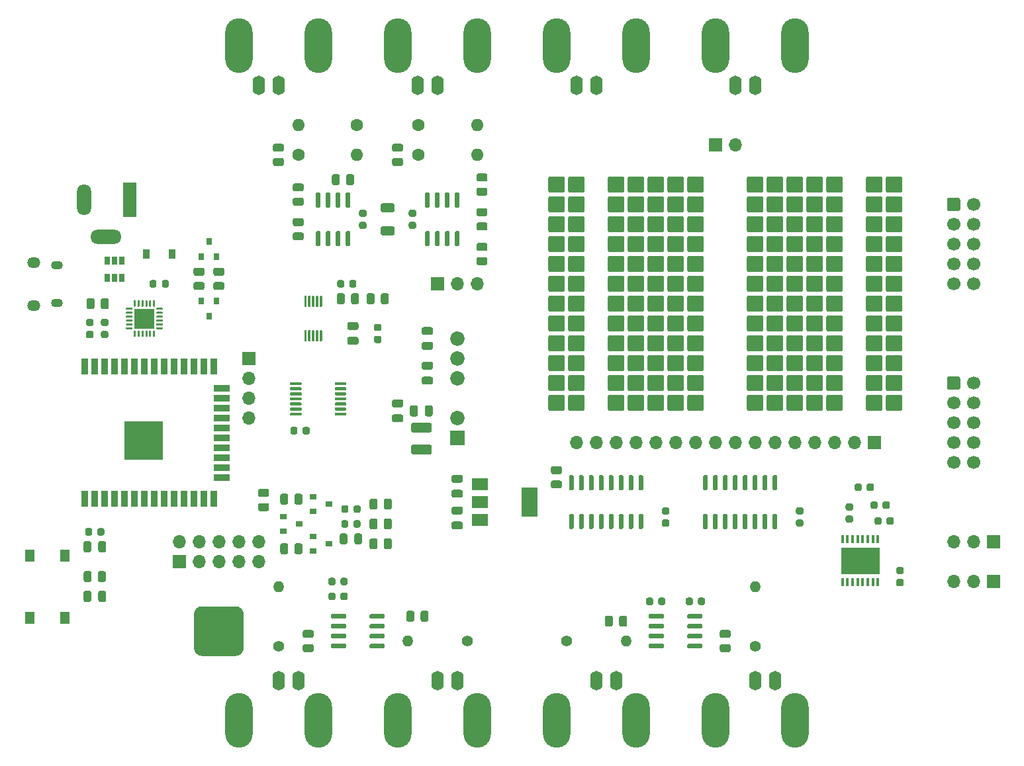
<source format=gbr>
G04 #@! TF.GenerationSoftware,KiCad,Pcbnew,(5.1.8-0-10_14)*
G04 #@! TF.CreationDate,2020-12-31T12:29:52-08:00*
G04 #@! TF.ProjectId,esp32_sync,65737033-325f-4737-996e-632e6b696361,rev?*
G04 #@! TF.SameCoordinates,Original*
G04 #@! TF.FileFunction,Soldermask,Top*
G04 #@! TF.FilePolarity,Negative*
%FSLAX46Y46*%
G04 Gerber Fmt 4.6, Leading zero omitted, Abs format (unit mm)*
G04 Created by KiCad (PCBNEW (5.1.8-0-10_14)) date 2020-12-31 12:29:52*
%MOMM*%
%LPD*%
G01*
G04 APERTURE LIST*
%ADD10R,2.000000X1.500000*%
%ADD11R,2.000000X3.800000*%
%ADD12O,1.700000X1.700000*%
%ADD13R,1.700000X1.700000*%
%ADD14C,1.850000*%
%ADD15R,1.850000X1.850000*%
%ADD16O,1.600000X1.600000*%
%ADD17C,1.600000*%
%ADD18R,0.900000X2.000000*%
%ADD19R,2.000000X0.900000*%
%ADD20R,5.000000X5.000000*%
%ADD21R,0.800000X0.900000*%
%ADD22R,0.900000X0.800000*%
%ADD23R,1.800000X4.400000*%
%ADD24O,1.800000X4.000000*%
%ADD25O,4.000000X1.800000*%
%ADD26O,1.400000X1.400000*%
%ADD27C,1.400000*%
%ADD28C,1.700000*%
%ADD29R,0.650000X1.060000*%
%ADD30R,0.900000X1.200000*%
%ADD31R,2.600000X2.600000*%
%ADD32O,1.600000X2.500000*%
%ADD33O,3.500000X7.000000*%
%ADD34R,5.000000X3.400000*%
%ADD35R,0.450000X1.050000*%
%ADD36R,1.300000X1.550000*%
%ADD37O,1.700000X1.350000*%
%ADD38O,1.500000X1.100000*%
G04 APERTURE END LIST*
G36*
G01*
X132530001Y-125965000D02*
X131629999Y-125965000D01*
G75*
G02*
X131380000Y-125715001I0J249999D01*
G01*
X131380000Y-125189999D01*
G75*
G02*
X131629999Y-124940000I249999J0D01*
G01*
X132530001Y-124940000D01*
G75*
G02*
X132780000Y-125189999I0J-249999D01*
G01*
X132780000Y-125715001D01*
G75*
G02*
X132530001Y-125965000I-249999J0D01*
G01*
G37*
G36*
G01*
X132530001Y-127790000D02*
X131629999Y-127790000D01*
G75*
G02*
X131380000Y-127540001I0J249999D01*
G01*
X131380000Y-127014999D01*
G75*
G02*
X131629999Y-126765000I249999J0D01*
G01*
X132530001Y-126765000D01*
G75*
G02*
X132780000Y-127014999I0J-249999D01*
G01*
X132780000Y-127540001D01*
G75*
G02*
X132530001Y-127790000I-249999J0D01*
G01*
G37*
D10*
X122326000Y-127240000D03*
X122326000Y-131840000D03*
X122326000Y-129540000D03*
D11*
X128626000Y-129540000D03*
G36*
G01*
X73425000Y-139515001D02*
X73425000Y-138614999D01*
G75*
G02*
X73674999Y-138365000I249999J0D01*
G01*
X74200001Y-138365000D01*
G75*
G02*
X74450000Y-138614999I0J-249999D01*
G01*
X74450000Y-139515001D01*
G75*
G02*
X74200001Y-139765000I-249999J0D01*
G01*
X73674999Y-139765000D01*
G75*
G02*
X73425000Y-139515001I0J249999D01*
G01*
G37*
G36*
G01*
X71600000Y-139515001D02*
X71600000Y-138614999D01*
G75*
G02*
X71849999Y-138365000I249999J0D01*
G01*
X72375001Y-138365000D01*
G75*
G02*
X72625000Y-138614999I0J-249999D01*
G01*
X72625000Y-139515001D01*
G75*
G02*
X72375001Y-139765000I-249999J0D01*
G01*
X71849999Y-139765000D01*
G75*
G02*
X71600000Y-139515001I0J249999D01*
G01*
G37*
G36*
G01*
X115883000Y-120637000D02*
X113733000Y-120637000D01*
G75*
G02*
X113483000Y-120387000I0J250000D01*
G01*
X113483000Y-119637000D01*
G75*
G02*
X113733000Y-119387000I250000J0D01*
G01*
X115883000Y-119387000D01*
G75*
G02*
X116133000Y-119637000I0J-250000D01*
G01*
X116133000Y-120387000D01*
G75*
G02*
X115883000Y-120637000I-250000J0D01*
G01*
G37*
G36*
G01*
X115883000Y-123437000D02*
X113733000Y-123437000D01*
G75*
G02*
X113483000Y-123187000I0J250000D01*
G01*
X113483000Y-122437000D01*
G75*
G02*
X113733000Y-122187000I250000J0D01*
G01*
X115883000Y-122187000D01*
G75*
G02*
X116133000Y-122437000I0J-250000D01*
G01*
X116133000Y-123187000D01*
G75*
G02*
X115883000Y-123437000I-250000J0D01*
G01*
G37*
G36*
G01*
X112235000Y-117406000D02*
X111285000Y-117406000D01*
G75*
G02*
X111035000Y-117156000I0J250000D01*
G01*
X111035000Y-116656000D01*
G75*
G02*
X111285000Y-116406000I250000J0D01*
G01*
X112235000Y-116406000D01*
G75*
G02*
X112485000Y-116656000I0J-250000D01*
G01*
X112485000Y-117156000D01*
G75*
G02*
X112235000Y-117406000I-250000J0D01*
G01*
G37*
G36*
G01*
X112235000Y-119306000D02*
X111285000Y-119306000D01*
G75*
G02*
X111035000Y-119056000I0J250000D01*
G01*
X111035000Y-118556000D01*
G75*
G02*
X111285000Y-118306000I250000J0D01*
G01*
X112235000Y-118306000D01*
G75*
G02*
X112485000Y-118556000I0J-250000D01*
G01*
X112485000Y-119056000D01*
G75*
G02*
X112235000Y-119306000I-250000J0D01*
G01*
G37*
G36*
G01*
X115258000Y-118331000D02*
X115258000Y-117381000D01*
G75*
G02*
X115508000Y-117131000I250000J0D01*
G01*
X116008000Y-117131000D01*
G75*
G02*
X116258000Y-117381000I0J-250000D01*
G01*
X116258000Y-118331000D01*
G75*
G02*
X116008000Y-118581000I-250000J0D01*
G01*
X115508000Y-118581000D01*
G75*
G02*
X115258000Y-118331000I0J250000D01*
G01*
G37*
G36*
G01*
X113358000Y-118331000D02*
X113358000Y-117381000D01*
G75*
G02*
X113608000Y-117131000I250000J0D01*
G01*
X114108000Y-117131000D01*
G75*
G02*
X114358000Y-117381000I0J-250000D01*
G01*
X114358000Y-118331000D01*
G75*
G02*
X114108000Y-118581000I-250000J0D01*
G01*
X113608000Y-118581000D01*
G75*
G02*
X113358000Y-118331000I0J250000D01*
G01*
G37*
D12*
X92710000Y-118745000D03*
X92710000Y-116205000D03*
X92710000Y-113665000D03*
D13*
X92710000Y-111125000D03*
D12*
X121920000Y-101600000D03*
X119380000Y-101600000D03*
D13*
X116840000Y-101600000D03*
D14*
X119380000Y-108585000D03*
X119380000Y-111125000D03*
X119380000Y-113665000D03*
X119380000Y-118745000D03*
D15*
X119380000Y-121285000D03*
G36*
G01*
X113915000Y-93020000D02*
X113415000Y-93020000D01*
G75*
G02*
X113190000Y-92795000I0J225000D01*
G01*
X113190000Y-92345000D01*
G75*
G02*
X113415000Y-92120000I225000J0D01*
G01*
X113915000Y-92120000D01*
G75*
G02*
X114140000Y-92345000I0J-225000D01*
G01*
X114140000Y-92795000D01*
G75*
G02*
X113915000Y-93020000I-225000J0D01*
G01*
G37*
G36*
G01*
X113915000Y-94570000D02*
X113415000Y-94570000D01*
G75*
G02*
X113190000Y-94345000I0J225000D01*
G01*
X113190000Y-93895000D01*
G75*
G02*
X113415000Y-93670000I225000J0D01*
G01*
X113915000Y-93670000D01*
G75*
G02*
X114140000Y-93895000I0J-225000D01*
G01*
X114140000Y-94345000D01*
G75*
G02*
X113915000Y-94570000I-225000J0D01*
G01*
G37*
G36*
G01*
X111140001Y-92445000D02*
X109839999Y-92445000D01*
G75*
G02*
X109590000Y-92195001I0J249999D01*
G01*
X109590000Y-91544999D01*
G75*
G02*
X109839999Y-91295000I249999J0D01*
G01*
X111140001Y-91295000D01*
G75*
G02*
X111390000Y-91544999I0J-249999D01*
G01*
X111390000Y-92195001D01*
G75*
G02*
X111140001Y-92445000I-249999J0D01*
G01*
G37*
G36*
G01*
X111140001Y-95395000D02*
X109839999Y-95395000D01*
G75*
G02*
X109590000Y-95145001I0J249999D01*
G01*
X109590000Y-94494999D01*
G75*
G02*
X109839999Y-94245000I249999J0D01*
G01*
X111140001Y-94245000D01*
G75*
G02*
X111390000Y-94494999I0J-249999D01*
G01*
X111390000Y-95145001D01*
G75*
G02*
X111140001Y-95395000I-249999J0D01*
G01*
G37*
G36*
G01*
X107565000Y-93020000D02*
X107065000Y-93020000D01*
G75*
G02*
X106840000Y-92795000I0J225000D01*
G01*
X106840000Y-92345000D01*
G75*
G02*
X107065000Y-92120000I225000J0D01*
G01*
X107565000Y-92120000D01*
G75*
G02*
X107790000Y-92345000I0J-225000D01*
G01*
X107790000Y-92795000D01*
G75*
G02*
X107565000Y-93020000I-225000J0D01*
G01*
G37*
G36*
G01*
X107565000Y-94570000D02*
X107065000Y-94570000D01*
G75*
G02*
X106840000Y-94345000I0J225000D01*
G01*
X106840000Y-93895000D01*
G75*
G02*
X107065000Y-93670000I225000J0D01*
G01*
X107565000Y-93670000D01*
G75*
G02*
X107790000Y-93895000I0J-225000D01*
G01*
X107790000Y-94345000D01*
G75*
G02*
X107565000Y-94570000I-225000J0D01*
G01*
G37*
D16*
X121920000Y-85090000D03*
D17*
X114420000Y-85090000D03*
D16*
X121920000Y-81280000D03*
D17*
X114420000Y-81280000D03*
D18*
X71755000Y-112150000D03*
X73025000Y-112150000D03*
X74295000Y-112150000D03*
X75565000Y-112150000D03*
X76835000Y-112150000D03*
X78105000Y-112150000D03*
X79375000Y-112150000D03*
X80645000Y-112150000D03*
X81915000Y-112150000D03*
X83185000Y-112150000D03*
X84455000Y-112150000D03*
X85725000Y-112150000D03*
X86995000Y-112150000D03*
X88265000Y-112150000D03*
D19*
X89265000Y-114935000D03*
X89265000Y-116205000D03*
X89265000Y-117475000D03*
X89265000Y-118745000D03*
X89265000Y-120015000D03*
X89265000Y-121285000D03*
X89265000Y-122555000D03*
X89265000Y-123825000D03*
X89265000Y-125095000D03*
X89265000Y-126365000D03*
D18*
X88265000Y-129150000D03*
X86995000Y-129150000D03*
X85725000Y-129150000D03*
X84455000Y-129150000D03*
X83185000Y-129150000D03*
X81915000Y-129150000D03*
X80645000Y-129150000D03*
X79375000Y-129150000D03*
X78105000Y-129150000D03*
X76835000Y-129150000D03*
X75565000Y-129150000D03*
X74295000Y-129150000D03*
X73025000Y-129150000D03*
X71755000Y-129150000D03*
D20*
X79255000Y-121650000D03*
D21*
X87630000Y-96155000D03*
X88580000Y-98155000D03*
X86680000Y-98155000D03*
G36*
G01*
X97771000Y-135058999D02*
X97771000Y-135959001D01*
G75*
G02*
X97521001Y-136209000I-249999J0D01*
G01*
X96995999Y-136209000D01*
G75*
G02*
X96746000Y-135959001I0J249999D01*
G01*
X96746000Y-135058999D01*
G75*
G02*
X96995999Y-134809000I249999J0D01*
G01*
X97521001Y-134809000D01*
G75*
G02*
X97771000Y-135058999I0J-249999D01*
G01*
G37*
G36*
G01*
X99596000Y-135058999D02*
X99596000Y-135959001D01*
G75*
G02*
X99346001Y-136209000I-249999J0D01*
G01*
X98820999Y-136209000D01*
G75*
G02*
X98571000Y-135959001I0J249999D01*
G01*
X98571000Y-135058999D01*
G75*
G02*
X98820999Y-134809000I249999J0D01*
G01*
X99346001Y-134809000D01*
G75*
G02*
X99596000Y-135058999I0J-249999D01*
G01*
G37*
G36*
G01*
X110001000Y-135324001D02*
X110001000Y-134423999D01*
G75*
G02*
X110250999Y-134174000I249999J0D01*
G01*
X110776001Y-134174000D01*
G75*
G02*
X111026000Y-134423999I0J-249999D01*
G01*
X111026000Y-135324001D01*
G75*
G02*
X110776001Y-135574000I-249999J0D01*
G01*
X110250999Y-135574000D01*
G75*
G02*
X110001000Y-135324001I0J249999D01*
G01*
G37*
G36*
G01*
X108176000Y-135324001D02*
X108176000Y-134423999D01*
G75*
G02*
X108425999Y-134174000I249999J0D01*
G01*
X108951001Y-134174000D01*
G75*
G02*
X109201000Y-134423999I0J-249999D01*
G01*
X109201000Y-135324001D01*
G75*
G02*
X108951001Y-135574000I-249999J0D01*
G01*
X108425999Y-135574000D01*
G75*
G02*
X108176000Y-135324001I0J249999D01*
G01*
G37*
G36*
G01*
X95065001Y-128862500D02*
X94164999Y-128862500D01*
G75*
G02*
X93915000Y-128612501I0J249999D01*
G01*
X93915000Y-128087499D01*
G75*
G02*
X94164999Y-127837500I249999J0D01*
G01*
X95065001Y-127837500D01*
G75*
G02*
X95315000Y-128087499I0J-249999D01*
G01*
X95315000Y-128612501D01*
G75*
G02*
X95065001Y-128862500I-249999J0D01*
G01*
G37*
G36*
G01*
X95065001Y-130687500D02*
X94164999Y-130687500D01*
G75*
G02*
X93915000Y-130437501I0J249999D01*
G01*
X93915000Y-129912499D01*
G75*
G02*
X94164999Y-129662500I249999J0D01*
G01*
X95065001Y-129662500D01*
G75*
G02*
X95315000Y-129912499I0J-249999D01*
G01*
X95315000Y-130437501D01*
G75*
G02*
X95065001Y-130687500I-249999J0D01*
G01*
G37*
G36*
G01*
X110001000Y-132784001D02*
X110001000Y-131883999D01*
G75*
G02*
X110250999Y-131634000I249999J0D01*
G01*
X110776001Y-131634000D01*
G75*
G02*
X111026000Y-131883999I0J-249999D01*
G01*
X111026000Y-132784001D01*
G75*
G02*
X110776001Y-133034000I-249999J0D01*
G01*
X110250999Y-133034000D01*
G75*
G02*
X110001000Y-132784001I0J249999D01*
G01*
G37*
G36*
G01*
X108176000Y-132784001D02*
X108176000Y-131883999D01*
G75*
G02*
X108425999Y-131634000I249999J0D01*
G01*
X108951001Y-131634000D01*
G75*
G02*
X109201000Y-131883999I0J-249999D01*
G01*
X109201000Y-132784001D01*
G75*
G02*
X108951001Y-133034000I-249999J0D01*
G01*
X108425999Y-133034000D01*
G75*
G02*
X108176000Y-132784001I0J249999D01*
G01*
G37*
G36*
G01*
X97771000Y-128708999D02*
X97771000Y-129609001D01*
G75*
G02*
X97521001Y-129859000I-249999J0D01*
G01*
X96995999Y-129859000D01*
G75*
G02*
X96746000Y-129609001I0J249999D01*
G01*
X96746000Y-128708999D01*
G75*
G02*
X96995999Y-128459000I249999J0D01*
G01*
X97521001Y-128459000D01*
G75*
G02*
X97771000Y-128708999I0J-249999D01*
G01*
G37*
G36*
G01*
X99596000Y-128708999D02*
X99596000Y-129609001D01*
G75*
G02*
X99346001Y-129859000I-249999J0D01*
G01*
X98820999Y-129859000D01*
G75*
G02*
X98571000Y-129609001I0J249999D01*
G01*
X98571000Y-128708999D01*
G75*
G02*
X98820999Y-128459000I249999J0D01*
G01*
X99346001Y-128459000D01*
G75*
G02*
X99596000Y-128708999I0J-249999D01*
G01*
G37*
G36*
G01*
X110001000Y-130244001D02*
X110001000Y-129343999D01*
G75*
G02*
X110250999Y-129094000I249999J0D01*
G01*
X110776001Y-129094000D01*
G75*
G02*
X111026000Y-129343999I0J-249999D01*
G01*
X111026000Y-130244001D01*
G75*
G02*
X110776001Y-130494000I-249999J0D01*
G01*
X110250999Y-130494000D01*
G75*
G02*
X110001000Y-130244001I0J249999D01*
G01*
G37*
G36*
G01*
X108176000Y-130244001D02*
X108176000Y-129343999D01*
G75*
G02*
X108425999Y-129094000I249999J0D01*
G01*
X108951001Y-129094000D01*
G75*
G02*
X109201000Y-129343999I0J-249999D01*
G01*
X109201000Y-130244001D01*
G75*
G02*
X108951001Y-130494000I-249999J0D01*
G01*
X108425999Y-130494000D01*
G75*
G02*
X108176000Y-130244001I0J249999D01*
G01*
G37*
D22*
X102981000Y-134874000D03*
X100981000Y-135824000D03*
X100981000Y-133924000D03*
X99171000Y-132334000D03*
X97171000Y-133284000D03*
X97171000Y-131384000D03*
X102981000Y-129794000D03*
X100981000Y-130744000D03*
X100981000Y-128844000D03*
G36*
G01*
X106241000Y-134695250D02*
X106241000Y-133782750D01*
G75*
G02*
X106484750Y-133539000I243750J0D01*
G01*
X106972250Y-133539000D01*
G75*
G02*
X107216000Y-133782750I0J-243750D01*
G01*
X107216000Y-134695250D01*
G75*
G02*
X106972250Y-134939000I-243750J0D01*
G01*
X106484750Y-134939000D01*
G75*
G02*
X106241000Y-134695250I0J243750D01*
G01*
G37*
G36*
G01*
X104366000Y-134695250D02*
X104366000Y-133782750D01*
G75*
G02*
X104609750Y-133539000I243750J0D01*
G01*
X105097250Y-133539000D01*
G75*
G02*
X105341000Y-133782750I0J-243750D01*
G01*
X105341000Y-134695250D01*
G75*
G02*
X105097250Y-134939000I-243750J0D01*
G01*
X104609750Y-134939000D01*
G75*
G02*
X104366000Y-134695250I0J243750D01*
G01*
G37*
G36*
G01*
X106141000Y-132590250D02*
X106141000Y-132077750D01*
G75*
G02*
X106359750Y-131859000I218750J0D01*
G01*
X106797250Y-131859000D01*
G75*
G02*
X107016000Y-132077750I0J-218750D01*
G01*
X107016000Y-132590250D01*
G75*
G02*
X106797250Y-132809000I-218750J0D01*
G01*
X106359750Y-132809000D01*
G75*
G02*
X106141000Y-132590250I0J218750D01*
G01*
G37*
G36*
G01*
X104566000Y-132590250D02*
X104566000Y-132077750D01*
G75*
G02*
X104784750Y-131859000I218750J0D01*
G01*
X105222250Y-131859000D01*
G75*
G02*
X105441000Y-132077750I0J-218750D01*
G01*
X105441000Y-132590250D01*
G75*
G02*
X105222250Y-132809000I-218750J0D01*
G01*
X104784750Y-132809000D01*
G75*
G02*
X104566000Y-132590250I0J218750D01*
G01*
G37*
G36*
G01*
X106141000Y-130685250D02*
X106141000Y-130172750D01*
G75*
G02*
X106359750Y-129954000I218750J0D01*
G01*
X106797250Y-129954000D01*
G75*
G02*
X107016000Y-130172750I0J-218750D01*
G01*
X107016000Y-130685250D01*
G75*
G02*
X106797250Y-130904000I-218750J0D01*
G01*
X106359750Y-130904000D01*
G75*
G02*
X106141000Y-130685250I0J218750D01*
G01*
G37*
G36*
G01*
X104566000Y-130685250D02*
X104566000Y-130172750D01*
G75*
G02*
X104784750Y-129954000I218750J0D01*
G01*
X105222250Y-129954000D01*
G75*
G02*
X105441000Y-130172750I0J-218750D01*
G01*
X105441000Y-130685250D01*
G75*
G02*
X105222250Y-130904000I-218750J0D01*
G01*
X104784750Y-130904000D01*
G75*
G02*
X104566000Y-130685250I0J218750D01*
G01*
G37*
D23*
X77470000Y-90805000D03*
D24*
X71670000Y-90805000D03*
D25*
X74470000Y-95605000D03*
D26*
X157480000Y-140335000D03*
D27*
X157480000Y-147955000D03*
D28*
X185420000Y-124460000D03*
X185420000Y-121920000D03*
X185420000Y-119380000D03*
X185420000Y-116840000D03*
X185420000Y-114300000D03*
X182880000Y-124460000D03*
X182880000Y-121920000D03*
X182880000Y-119380000D03*
X182880000Y-116840000D03*
G36*
G01*
X182030000Y-114900000D02*
X182030000Y-113700000D01*
G75*
G02*
X182280000Y-113450000I250000J0D01*
G01*
X183480000Y-113450000D01*
G75*
G02*
X183730000Y-113700000I0J-250000D01*
G01*
X183730000Y-114900000D01*
G75*
G02*
X183480000Y-115150000I-250000J0D01*
G01*
X182280000Y-115150000D01*
G75*
G02*
X182030000Y-114900000I0J250000D01*
G01*
G37*
X185420000Y-101600000D03*
X185420000Y-99060000D03*
X185420000Y-96520000D03*
X185420000Y-93980000D03*
X185420000Y-91440000D03*
X182880000Y-101600000D03*
X182880000Y-99060000D03*
X182880000Y-96520000D03*
X182880000Y-93980000D03*
G36*
G01*
X182030000Y-92040000D02*
X182030000Y-90840000D01*
G75*
G02*
X182280000Y-90590000I250000J0D01*
G01*
X183480000Y-90590000D01*
G75*
G02*
X183730000Y-90840000I0J-250000D01*
G01*
X183730000Y-92040000D01*
G75*
G02*
X183480000Y-92290000I-250000J0D01*
G01*
X182280000Y-92290000D01*
G75*
G02*
X182030000Y-92040000I0J250000D01*
G01*
G37*
G36*
G01*
X142725000Y-131040000D02*
X143025000Y-131040000D01*
G75*
G02*
X143175000Y-131190000I0J-150000D01*
G01*
X143175000Y-132840000D01*
G75*
G02*
X143025000Y-132990000I-150000J0D01*
G01*
X142725000Y-132990000D01*
G75*
G02*
X142575000Y-132840000I0J150000D01*
G01*
X142575000Y-131190000D01*
G75*
G02*
X142725000Y-131040000I150000J0D01*
G01*
G37*
G36*
G01*
X141455000Y-131040000D02*
X141755000Y-131040000D01*
G75*
G02*
X141905000Y-131190000I0J-150000D01*
G01*
X141905000Y-132840000D01*
G75*
G02*
X141755000Y-132990000I-150000J0D01*
G01*
X141455000Y-132990000D01*
G75*
G02*
X141305000Y-132840000I0J150000D01*
G01*
X141305000Y-131190000D01*
G75*
G02*
X141455000Y-131040000I150000J0D01*
G01*
G37*
G36*
G01*
X140185000Y-131040000D02*
X140485000Y-131040000D01*
G75*
G02*
X140635000Y-131190000I0J-150000D01*
G01*
X140635000Y-132840000D01*
G75*
G02*
X140485000Y-132990000I-150000J0D01*
G01*
X140185000Y-132990000D01*
G75*
G02*
X140035000Y-132840000I0J150000D01*
G01*
X140035000Y-131190000D01*
G75*
G02*
X140185000Y-131040000I150000J0D01*
G01*
G37*
G36*
G01*
X138915000Y-131040000D02*
X139215000Y-131040000D01*
G75*
G02*
X139365000Y-131190000I0J-150000D01*
G01*
X139365000Y-132840000D01*
G75*
G02*
X139215000Y-132990000I-150000J0D01*
G01*
X138915000Y-132990000D01*
G75*
G02*
X138765000Y-132840000I0J150000D01*
G01*
X138765000Y-131190000D01*
G75*
G02*
X138915000Y-131040000I150000J0D01*
G01*
G37*
G36*
G01*
X137645000Y-131040000D02*
X137945000Y-131040000D01*
G75*
G02*
X138095000Y-131190000I0J-150000D01*
G01*
X138095000Y-132840000D01*
G75*
G02*
X137945000Y-132990000I-150000J0D01*
G01*
X137645000Y-132990000D01*
G75*
G02*
X137495000Y-132840000I0J150000D01*
G01*
X137495000Y-131190000D01*
G75*
G02*
X137645000Y-131040000I150000J0D01*
G01*
G37*
G36*
G01*
X136375000Y-131040000D02*
X136675000Y-131040000D01*
G75*
G02*
X136825000Y-131190000I0J-150000D01*
G01*
X136825000Y-132840000D01*
G75*
G02*
X136675000Y-132990000I-150000J0D01*
G01*
X136375000Y-132990000D01*
G75*
G02*
X136225000Y-132840000I0J150000D01*
G01*
X136225000Y-131190000D01*
G75*
G02*
X136375000Y-131040000I150000J0D01*
G01*
G37*
G36*
G01*
X135105000Y-131040000D02*
X135405000Y-131040000D01*
G75*
G02*
X135555000Y-131190000I0J-150000D01*
G01*
X135555000Y-132840000D01*
G75*
G02*
X135405000Y-132990000I-150000J0D01*
G01*
X135105000Y-132990000D01*
G75*
G02*
X134955000Y-132840000I0J150000D01*
G01*
X134955000Y-131190000D01*
G75*
G02*
X135105000Y-131040000I150000J0D01*
G01*
G37*
G36*
G01*
X133835000Y-131040000D02*
X134135000Y-131040000D01*
G75*
G02*
X134285000Y-131190000I0J-150000D01*
G01*
X134285000Y-132840000D01*
G75*
G02*
X134135000Y-132990000I-150000J0D01*
G01*
X133835000Y-132990000D01*
G75*
G02*
X133685000Y-132840000I0J150000D01*
G01*
X133685000Y-131190000D01*
G75*
G02*
X133835000Y-131040000I150000J0D01*
G01*
G37*
G36*
G01*
X133835000Y-126090000D02*
X134135000Y-126090000D01*
G75*
G02*
X134285000Y-126240000I0J-150000D01*
G01*
X134285000Y-127890000D01*
G75*
G02*
X134135000Y-128040000I-150000J0D01*
G01*
X133835000Y-128040000D01*
G75*
G02*
X133685000Y-127890000I0J150000D01*
G01*
X133685000Y-126240000D01*
G75*
G02*
X133835000Y-126090000I150000J0D01*
G01*
G37*
G36*
G01*
X135105000Y-126090000D02*
X135405000Y-126090000D01*
G75*
G02*
X135555000Y-126240000I0J-150000D01*
G01*
X135555000Y-127890000D01*
G75*
G02*
X135405000Y-128040000I-150000J0D01*
G01*
X135105000Y-128040000D01*
G75*
G02*
X134955000Y-127890000I0J150000D01*
G01*
X134955000Y-126240000D01*
G75*
G02*
X135105000Y-126090000I150000J0D01*
G01*
G37*
G36*
G01*
X136375000Y-126090000D02*
X136675000Y-126090000D01*
G75*
G02*
X136825000Y-126240000I0J-150000D01*
G01*
X136825000Y-127890000D01*
G75*
G02*
X136675000Y-128040000I-150000J0D01*
G01*
X136375000Y-128040000D01*
G75*
G02*
X136225000Y-127890000I0J150000D01*
G01*
X136225000Y-126240000D01*
G75*
G02*
X136375000Y-126090000I150000J0D01*
G01*
G37*
G36*
G01*
X137645000Y-126090000D02*
X137945000Y-126090000D01*
G75*
G02*
X138095000Y-126240000I0J-150000D01*
G01*
X138095000Y-127890000D01*
G75*
G02*
X137945000Y-128040000I-150000J0D01*
G01*
X137645000Y-128040000D01*
G75*
G02*
X137495000Y-127890000I0J150000D01*
G01*
X137495000Y-126240000D01*
G75*
G02*
X137645000Y-126090000I150000J0D01*
G01*
G37*
G36*
G01*
X138915000Y-126090000D02*
X139215000Y-126090000D01*
G75*
G02*
X139365000Y-126240000I0J-150000D01*
G01*
X139365000Y-127890000D01*
G75*
G02*
X139215000Y-128040000I-150000J0D01*
G01*
X138915000Y-128040000D01*
G75*
G02*
X138765000Y-127890000I0J150000D01*
G01*
X138765000Y-126240000D01*
G75*
G02*
X138915000Y-126090000I150000J0D01*
G01*
G37*
G36*
G01*
X140185000Y-126090000D02*
X140485000Y-126090000D01*
G75*
G02*
X140635000Y-126240000I0J-150000D01*
G01*
X140635000Y-127890000D01*
G75*
G02*
X140485000Y-128040000I-150000J0D01*
G01*
X140185000Y-128040000D01*
G75*
G02*
X140035000Y-127890000I0J150000D01*
G01*
X140035000Y-126240000D01*
G75*
G02*
X140185000Y-126090000I150000J0D01*
G01*
G37*
G36*
G01*
X141455000Y-126090000D02*
X141755000Y-126090000D01*
G75*
G02*
X141905000Y-126240000I0J-150000D01*
G01*
X141905000Y-127890000D01*
G75*
G02*
X141755000Y-128040000I-150000J0D01*
G01*
X141455000Y-128040000D01*
G75*
G02*
X141305000Y-127890000I0J150000D01*
G01*
X141305000Y-126240000D01*
G75*
G02*
X141455000Y-126090000I150000J0D01*
G01*
G37*
G36*
G01*
X142725000Y-126090000D02*
X143025000Y-126090000D01*
G75*
G02*
X143175000Y-126240000I0J-150000D01*
G01*
X143175000Y-127890000D01*
G75*
G02*
X143025000Y-128040000I-150000J0D01*
G01*
X142725000Y-128040000D01*
G75*
G02*
X142575000Y-127890000I0J150000D01*
G01*
X142575000Y-126240000D01*
G75*
G02*
X142725000Y-126090000I150000J0D01*
G01*
G37*
G36*
G01*
X159870000Y-131040000D02*
X160170000Y-131040000D01*
G75*
G02*
X160320000Y-131190000I0J-150000D01*
G01*
X160320000Y-132840000D01*
G75*
G02*
X160170000Y-132990000I-150000J0D01*
G01*
X159870000Y-132990000D01*
G75*
G02*
X159720000Y-132840000I0J150000D01*
G01*
X159720000Y-131190000D01*
G75*
G02*
X159870000Y-131040000I150000J0D01*
G01*
G37*
G36*
G01*
X158600000Y-131040000D02*
X158900000Y-131040000D01*
G75*
G02*
X159050000Y-131190000I0J-150000D01*
G01*
X159050000Y-132840000D01*
G75*
G02*
X158900000Y-132990000I-150000J0D01*
G01*
X158600000Y-132990000D01*
G75*
G02*
X158450000Y-132840000I0J150000D01*
G01*
X158450000Y-131190000D01*
G75*
G02*
X158600000Y-131040000I150000J0D01*
G01*
G37*
G36*
G01*
X157330000Y-131040000D02*
X157630000Y-131040000D01*
G75*
G02*
X157780000Y-131190000I0J-150000D01*
G01*
X157780000Y-132840000D01*
G75*
G02*
X157630000Y-132990000I-150000J0D01*
G01*
X157330000Y-132990000D01*
G75*
G02*
X157180000Y-132840000I0J150000D01*
G01*
X157180000Y-131190000D01*
G75*
G02*
X157330000Y-131040000I150000J0D01*
G01*
G37*
G36*
G01*
X156060000Y-131040000D02*
X156360000Y-131040000D01*
G75*
G02*
X156510000Y-131190000I0J-150000D01*
G01*
X156510000Y-132840000D01*
G75*
G02*
X156360000Y-132990000I-150000J0D01*
G01*
X156060000Y-132990000D01*
G75*
G02*
X155910000Y-132840000I0J150000D01*
G01*
X155910000Y-131190000D01*
G75*
G02*
X156060000Y-131040000I150000J0D01*
G01*
G37*
G36*
G01*
X154790000Y-131040000D02*
X155090000Y-131040000D01*
G75*
G02*
X155240000Y-131190000I0J-150000D01*
G01*
X155240000Y-132840000D01*
G75*
G02*
X155090000Y-132990000I-150000J0D01*
G01*
X154790000Y-132990000D01*
G75*
G02*
X154640000Y-132840000I0J150000D01*
G01*
X154640000Y-131190000D01*
G75*
G02*
X154790000Y-131040000I150000J0D01*
G01*
G37*
G36*
G01*
X153520000Y-131040000D02*
X153820000Y-131040000D01*
G75*
G02*
X153970000Y-131190000I0J-150000D01*
G01*
X153970000Y-132840000D01*
G75*
G02*
X153820000Y-132990000I-150000J0D01*
G01*
X153520000Y-132990000D01*
G75*
G02*
X153370000Y-132840000I0J150000D01*
G01*
X153370000Y-131190000D01*
G75*
G02*
X153520000Y-131040000I150000J0D01*
G01*
G37*
G36*
G01*
X152250000Y-131040000D02*
X152550000Y-131040000D01*
G75*
G02*
X152700000Y-131190000I0J-150000D01*
G01*
X152700000Y-132840000D01*
G75*
G02*
X152550000Y-132990000I-150000J0D01*
G01*
X152250000Y-132990000D01*
G75*
G02*
X152100000Y-132840000I0J150000D01*
G01*
X152100000Y-131190000D01*
G75*
G02*
X152250000Y-131040000I150000J0D01*
G01*
G37*
G36*
G01*
X150980000Y-131040000D02*
X151280000Y-131040000D01*
G75*
G02*
X151430000Y-131190000I0J-150000D01*
G01*
X151430000Y-132840000D01*
G75*
G02*
X151280000Y-132990000I-150000J0D01*
G01*
X150980000Y-132990000D01*
G75*
G02*
X150830000Y-132840000I0J150000D01*
G01*
X150830000Y-131190000D01*
G75*
G02*
X150980000Y-131040000I150000J0D01*
G01*
G37*
G36*
G01*
X150980000Y-126090000D02*
X151280000Y-126090000D01*
G75*
G02*
X151430000Y-126240000I0J-150000D01*
G01*
X151430000Y-127890000D01*
G75*
G02*
X151280000Y-128040000I-150000J0D01*
G01*
X150980000Y-128040000D01*
G75*
G02*
X150830000Y-127890000I0J150000D01*
G01*
X150830000Y-126240000D01*
G75*
G02*
X150980000Y-126090000I150000J0D01*
G01*
G37*
G36*
G01*
X152250000Y-126090000D02*
X152550000Y-126090000D01*
G75*
G02*
X152700000Y-126240000I0J-150000D01*
G01*
X152700000Y-127890000D01*
G75*
G02*
X152550000Y-128040000I-150000J0D01*
G01*
X152250000Y-128040000D01*
G75*
G02*
X152100000Y-127890000I0J150000D01*
G01*
X152100000Y-126240000D01*
G75*
G02*
X152250000Y-126090000I150000J0D01*
G01*
G37*
G36*
G01*
X153520000Y-126090000D02*
X153820000Y-126090000D01*
G75*
G02*
X153970000Y-126240000I0J-150000D01*
G01*
X153970000Y-127890000D01*
G75*
G02*
X153820000Y-128040000I-150000J0D01*
G01*
X153520000Y-128040000D01*
G75*
G02*
X153370000Y-127890000I0J150000D01*
G01*
X153370000Y-126240000D01*
G75*
G02*
X153520000Y-126090000I150000J0D01*
G01*
G37*
G36*
G01*
X154790000Y-126090000D02*
X155090000Y-126090000D01*
G75*
G02*
X155240000Y-126240000I0J-150000D01*
G01*
X155240000Y-127890000D01*
G75*
G02*
X155090000Y-128040000I-150000J0D01*
G01*
X154790000Y-128040000D01*
G75*
G02*
X154640000Y-127890000I0J150000D01*
G01*
X154640000Y-126240000D01*
G75*
G02*
X154790000Y-126090000I150000J0D01*
G01*
G37*
G36*
G01*
X156060000Y-126090000D02*
X156360000Y-126090000D01*
G75*
G02*
X156510000Y-126240000I0J-150000D01*
G01*
X156510000Y-127890000D01*
G75*
G02*
X156360000Y-128040000I-150000J0D01*
G01*
X156060000Y-128040000D01*
G75*
G02*
X155910000Y-127890000I0J150000D01*
G01*
X155910000Y-126240000D01*
G75*
G02*
X156060000Y-126090000I150000J0D01*
G01*
G37*
G36*
G01*
X157330000Y-126090000D02*
X157630000Y-126090000D01*
G75*
G02*
X157780000Y-126240000I0J-150000D01*
G01*
X157780000Y-127890000D01*
G75*
G02*
X157630000Y-128040000I-150000J0D01*
G01*
X157330000Y-128040000D01*
G75*
G02*
X157180000Y-127890000I0J150000D01*
G01*
X157180000Y-126240000D01*
G75*
G02*
X157330000Y-126090000I150000J0D01*
G01*
G37*
G36*
G01*
X158600000Y-126090000D02*
X158900000Y-126090000D01*
G75*
G02*
X159050000Y-126240000I0J-150000D01*
G01*
X159050000Y-127890000D01*
G75*
G02*
X158900000Y-128040000I-150000J0D01*
G01*
X158600000Y-128040000D01*
G75*
G02*
X158450000Y-127890000I0J150000D01*
G01*
X158450000Y-126240000D01*
G75*
G02*
X158600000Y-126090000I150000J0D01*
G01*
G37*
G36*
G01*
X159870000Y-126090000D02*
X160170000Y-126090000D01*
G75*
G02*
X160320000Y-126240000I0J-150000D01*
G01*
X160320000Y-127890000D01*
G75*
G02*
X160170000Y-128040000I-150000J0D01*
G01*
X159870000Y-128040000D01*
G75*
G02*
X159720000Y-127890000I0J150000D01*
G01*
X159720000Y-126240000D01*
G75*
G02*
X159870000Y-126090000I150000J0D01*
G01*
G37*
D29*
X75565000Y-98595000D03*
X74615000Y-98595000D03*
X76515000Y-98595000D03*
X76515000Y-100795000D03*
X75565000Y-100795000D03*
X74615000Y-100795000D03*
G36*
G01*
X85909999Y-101365000D02*
X86810001Y-101365000D01*
G75*
G02*
X87060000Y-101614999I0J-249999D01*
G01*
X87060000Y-102140001D01*
G75*
G02*
X86810001Y-102390000I-249999J0D01*
G01*
X85909999Y-102390000D01*
G75*
G02*
X85660000Y-102140001I0J249999D01*
G01*
X85660000Y-101614999D01*
G75*
G02*
X85909999Y-101365000I249999J0D01*
G01*
G37*
G36*
G01*
X85909999Y-99540000D02*
X86810001Y-99540000D01*
G75*
G02*
X87060000Y-99789999I0J-249999D01*
G01*
X87060000Y-100315001D01*
G75*
G02*
X86810001Y-100565000I-249999J0D01*
G01*
X85909999Y-100565000D01*
G75*
G02*
X85660000Y-100315001I0J249999D01*
G01*
X85660000Y-99789999D01*
G75*
G02*
X85909999Y-99540000I249999J0D01*
G01*
G37*
G36*
G01*
X89350001Y-100565000D02*
X88449999Y-100565000D01*
G75*
G02*
X88200000Y-100315001I0J249999D01*
G01*
X88200000Y-99789999D01*
G75*
G02*
X88449999Y-99540000I249999J0D01*
G01*
X89350001Y-99540000D01*
G75*
G02*
X89600000Y-99789999I0J-249999D01*
G01*
X89600000Y-100315001D01*
G75*
G02*
X89350001Y-100565000I-249999J0D01*
G01*
G37*
G36*
G01*
X89350001Y-102390000D02*
X88449999Y-102390000D01*
G75*
G02*
X88200000Y-102140001I0J249999D01*
G01*
X88200000Y-101614999D01*
G75*
G02*
X88449999Y-101365000I249999J0D01*
G01*
X89350001Y-101365000D01*
G75*
G02*
X89600000Y-101614999I0J-249999D01*
G01*
X89600000Y-102140001D01*
G75*
G02*
X89350001Y-102390000I-249999J0D01*
G01*
G37*
D21*
X87630000Y-105775000D03*
X86680000Y-103775000D03*
X88580000Y-103775000D03*
D30*
X79630000Y-97790000D03*
X82930000Y-97790000D03*
G36*
G01*
X74045000Y-107640000D02*
X74545000Y-107640000D01*
G75*
G02*
X74770000Y-107865000I0J-225000D01*
G01*
X74770000Y-108315000D01*
G75*
G02*
X74545000Y-108540000I-225000J0D01*
G01*
X74045000Y-108540000D01*
G75*
G02*
X73820000Y-108315000I0J225000D01*
G01*
X73820000Y-107865000D01*
G75*
G02*
X74045000Y-107640000I225000J0D01*
G01*
G37*
G36*
G01*
X74045000Y-106090000D02*
X74545000Y-106090000D01*
G75*
G02*
X74770000Y-106315000I0J-225000D01*
G01*
X74770000Y-106765000D01*
G75*
G02*
X74545000Y-106990000I-225000J0D01*
G01*
X74045000Y-106990000D01*
G75*
G02*
X73820000Y-106765000I0J225000D01*
G01*
X73820000Y-106315000D01*
G75*
G02*
X74045000Y-106090000I225000J0D01*
G01*
G37*
G36*
G01*
X72140000Y-107640000D02*
X72640000Y-107640000D01*
G75*
G02*
X72865000Y-107865000I0J-225000D01*
G01*
X72865000Y-108315000D01*
G75*
G02*
X72640000Y-108540000I-225000J0D01*
G01*
X72140000Y-108540000D01*
G75*
G02*
X71915000Y-108315000I0J225000D01*
G01*
X71915000Y-107865000D01*
G75*
G02*
X72140000Y-107640000I225000J0D01*
G01*
G37*
G36*
G01*
X72140000Y-106090000D02*
X72640000Y-106090000D01*
G75*
G02*
X72865000Y-106315000I0J-225000D01*
G01*
X72865000Y-106765000D01*
G75*
G02*
X72640000Y-106990000I-225000J0D01*
G01*
X72140000Y-106990000D01*
G75*
G02*
X71915000Y-106765000I0J225000D01*
G01*
X71915000Y-106315000D01*
G75*
G02*
X72140000Y-106090000I225000J0D01*
G01*
G37*
G36*
G01*
X104945000Y-101350000D02*
X104945000Y-101850000D01*
G75*
G02*
X104720000Y-102075000I-225000J0D01*
G01*
X104270000Y-102075000D01*
G75*
G02*
X104045000Y-101850000I0J225000D01*
G01*
X104045000Y-101350000D01*
G75*
G02*
X104270000Y-101125000I225000J0D01*
G01*
X104720000Y-101125000D01*
G75*
G02*
X104945000Y-101350000I0J-225000D01*
G01*
G37*
G36*
G01*
X106495000Y-101350000D02*
X106495000Y-101850000D01*
G75*
G02*
X106270000Y-102075000I-225000J0D01*
G01*
X105820000Y-102075000D01*
G75*
G02*
X105595000Y-101850000I0J225000D01*
G01*
X105595000Y-101350000D01*
G75*
G02*
X105820000Y-101125000I225000J0D01*
G01*
X106270000Y-101125000D01*
G75*
G02*
X106495000Y-101350000I0J-225000D01*
G01*
G37*
D31*
X79375000Y-106045000D03*
G36*
G01*
X80962500Y-104670000D02*
X81662500Y-104670000D01*
G75*
G02*
X81725000Y-104732500I0J-62500D01*
G01*
X81725000Y-104857500D01*
G75*
G02*
X81662500Y-104920000I-62500J0D01*
G01*
X80962500Y-104920000D01*
G75*
G02*
X80900000Y-104857500I0J62500D01*
G01*
X80900000Y-104732500D01*
G75*
G02*
X80962500Y-104670000I62500J0D01*
G01*
G37*
G36*
G01*
X80962500Y-105170000D02*
X81662500Y-105170000D01*
G75*
G02*
X81725000Y-105232500I0J-62500D01*
G01*
X81725000Y-105357500D01*
G75*
G02*
X81662500Y-105420000I-62500J0D01*
G01*
X80962500Y-105420000D01*
G75*
G02*
X80900000Y-105357500I0J62500D01*
G01*
X80900000Y-105232500D01*
G75*
G02*
X80962500Y-105170000I62500J0D01*
G01*
G37*
G36*
G01*
X80962500Y-105670000D02*
X81662500Y-105670000D01*
G75*
G02*
X81725000Y-105732500I0J-62500D01*
G01*
X81725000Y-105857500D01*
G75*
G02*
X81662500Y-105920000I-62500J0D01*
G01*
X80962500Y-105920000D01*
G75*
G02*
X80900000Y-105857500I0J62500D01*
G01*
X80900000Y-105732500D01*
G75*
G02*
X80962500Y-105670000I62500J0D01*
G01*
G37*
G36*
G01*
X80962500Y-106170000D02*
X81662500Y-106170000D01*
G75*
G02*
X81725000Y-106232500I0J-62500D01*
G01*
X81725000Y-106357500D01*
G75*
G02*
X81662500Y-106420000I-62500J0D01*
G01*
X80962500Y-106420000D01*
G75*
G02*
X80900000Y-106357500I0J62500D01*
G01*
X80900000Y-106232500D01*
G75*
G02*
X80962500Y-106170000I62500J0D01*
G01*
G37*
G36*
G01*
X80962500Y-106670000D02*
X81662500Y-106670000D01*
G75*
G02*
X81725000Y-106732500I0J-62500D01*
G01*
X81725000Y-106857500D01*
G75*
G02*
X81662500Y-106920000I-62500J0D01*
G01*
X80962500Y-106920000D01*
G75*
G02*
X80900000Y-106857500I0J62500D01*
G01*
X80900000Y-106732500D01*
G75*
G02*
X80962500Y-106670000I62500J0D01*
G01*
G37*
G36*
G01*
X80962500Y-107170000D02*
X81662500Y-107170000D01*
G75*
G02*
X81725000Y-107232500I0J-62500D01*
G01*
X81725000Y-107357500D01*
G75*
G02*
X81662500Y-107420000I-62500J0D01*
G01*
X80962500Y-107420000D01*
G75*
G02*
X80900000Y-107357500I0J62500D01*
G01*
X80900000Y-107232500D01*
G75*
G02*
X80962500Y-107170000I62500J0D01*
G01*
G37*
G36*
G01*
X80562500Y-107570000D02*
X80687500Y-107570000D01*
G75*
G02*
X80750000Y-107632500I0J-62500D01*
G01*
X80750000Y-108332500D01*
G75*
G02*
X80687500Y-108395000I-62500J0D01*
G01*
X80562500Y-108395000D01*
G75*
G02*
X80500000Y-108332500I0J62500D01*
G01*
X80500000Y-107632500D01*
G75*
G02*
X80562500Y-107570000I62500J0D01*
G01*
G37*
G36*
G01*
X80062500Y-107570000D02*
X80187500Y-107570000D01*
G75*
G02*
X80250000Y-107632500I0J-62500D01*
G01*
X80250000Y-108332500D01*
G75*
G02*
X80187500Y-108395000I-62500J0D01*
G01*
X80062500Y-108395000D01*
G75*
G02*
X80000000Y-108332500I0J62500D01*
G01*
X80000000Y-107632500D01*
G75*
G02*
X80062500Y-107570000I62500J0D01*
G01*
G37*
G36*
G01*
X79562500Y-107570000D02*
X79687500Y-107570000D01*
G75*
G02*
X79750000Y-107632500I0J-62500D01*
G01*
X79750000Y-108332500D01*
G75*
G02*
X79687500Y-108395000I-62500J0D01*
G01*
X79562500Y-108395000D01*
G75*
G02*
X79500000Y-108332500I0J62500D01*
G01*
X79500000Y-107632500D01*
G75*
G02*
X79562500Y-107570000I62500J0D01*
G01*
G37*
G36*
G01*
X79062500Y-107570000D02*
X79187500Y-107570000D01*
G75*
G02*
X79250000Y-107632500I0J-62500D01*
G01*
X79250000Y-108332500D01*
G75*
G02*
X79187500Y-108395000I-62500J0D01*
G01*
X79062500Y-108395000D01*
G75*
G02*
X79000000Y-108332500I0J62500D01*
G01*
X79000000Y-107632500D01*
G75*
G02*
X79062500Y-107570000I62500J0D01*
G01*
G37*
G36*
G01*
X78562500Y-107570000D02*
X78687500Y-107570000D01*
G75*
G02*
X78750000Y-107632500I0J-62500D01*
G01*
X78750000Y-108332500D01*
G75*
G02*
X78687500Y-108395000I-62500J0D01*
G01*
X78562500Y-108395000D01*
G75*
G02*
X78500000Y-108332500I0J62500D01*
G01*
X78500000Y-107632500D01*
G75*
G02*
X78562500Y-107570000I62500J0D01*
G01*
G37*
G36*
G01*
X78062500Y-107570000D02*
X78187500Y-107570000D01*
G75*
G02*
X78250000Y-107632500I0J-62500D01*
G01*
X78250000Y-108332500D01*
G75*
G02*
X78187500Y-108395000I-62500J0D01*
G01*
X78062500Y-108395000D01*
G75*
G02*
X78000000Y-108332500I0J62500D01*
G01*
X78000000Y-107632500D01*
G75*
G02*
X78062500Y-107570000I62500J0D01*
G01*
G37*
G36*
G01*
X77087500Y-107170000D02*
X77787500Y-107170000D01*
G75*
G02*
X77850000Y-107232500I0J-62500D01*
G01*
X77850000Y-107357500D01*
G75*
G02*
X77787500Y-107420000I-62500J0D01*
G01*
X77087500Y-107420000D01*
G75*
G02*
X77025000Y-107357500I0J62500D01*
G01*
X77025000Y-107232500D01*
G75*
G02*
X77087500Y-107170000I62500J0D01*
G01*
G37*
G36*
G01*
X77087500Y-106670000D02*
X77787500Y-106670000D01*
G75*
G02*
X77850000Y-106732500I0J-62500D01*
G01*
X77850000Y-106857500D01*
G75*
G02*
X77787500Y-106920000I-62500J0D01*
G01*
X77087500Y-106920000D01*
G75*
G02*
X77025000Y-106857500I0J62500D01*
G01*
X77025000Y-106732500D01*
G75*
G02*
X77087500Y-106670000I62500J0D01*
G01*
G37*
G36*
G01*
X77087500Y-106170000D02*
X77787500Y-106170000D01*
G75*
G02*
X77850000Y-106232500I0J-62500D01*
G01*
X77850000Y-106357500D01*
G75*
G02*
X77787500Y-106420000I-62500J0D01*
G01*
X77087500Y-106420000D01*
G75*
G02*
X77025000Y-106357500I0J62500D01*
G01*
X77025000Y-106232500D01*
G75*
G02*
X77087500Y-106170000I62500J0D01*
G01*
G37*
G36*
G01*
X77087500Y-105670000D02*
X77787500Y-105670000D01*
G75*
G02*
X77850000Y-105732500I0J-62500D01*
G01*
X77850000Y-105857500D01*
G75*
G02*
X77787500Y-105920000I-62500J0D01*
G01*
X77087500Y-105920000D01*
G75*
G02*
X77025000Y-105857500I0J62500D01*
G01*
X77025000Y-105732500D01*
G75*
G02*
X77087500Y-105670000I62500J0D01*
G01*
G37*
G36*
G01*
X77087500Y-105170000D02*
X77787500Y-105170000D01*
G75*
G02*
X77850000Y-105232500I0J-62500D01*
G01*
X77850000Y-105357500D01*
G75*
G02*
X77787500Y-105420000I-62500J0D01*
G01*
X77087500Y-105420000D01*
G75*
G02*
X77025000Y-105357500I0J62500D01*
G01*
X77025000Y-105232500D01*
G75*
G02*
X77087500Y-105170000I62500J0D01*
G01*
G37*
G36*
G01*
X77087500Y-104670000D02*
X77787500Y-104670000D01*
G75*
G02*
X77850000Y-104732500I0J-62500D01*
G01*
X77850000Y-104857500D01*
G75*
G02*
X77787500Y-104920000I-62500J0D01*
G01*
X77087500Y-104920000D01*
G75*
G02*
X77025000Y-104857500I0J62500D01*
G01*
X77025000Y-104732500D01*
G75*
G02*
X77087500Y-104670000I62500J0D01*
G01*
G37*
G36*
G01*
X78062500Y-103695000D02*
X78187500Y-103695000D01*
G75*
G02*
X78250000Y-103757500I0J-62500D01*
G01*
X78250000Y-104457500D01*
G75*
G02*
X78187500Y-104520000I-62500J0D01*
G01*
X78062500Y-104520000D01*
G75*
G02*
X78000000Y-104457500I0J62500D01*
G01*
X78000000Y-103757500D01*
G75*
G02*
X78062500Y-103695000I62500J0D01*
G01*
G37*
G36*
G01*
X78562500Y-103695000D02*
X78687500Y-103695000D01*
G75*
G02*
X78750000Y-103757500I0J-62500D01*
G01*
X78750000Y-104457500D01*
G75*
G02*
X78687500Y-104520000I-62500J0D01*
G01*
X78562500Y-104520000D01*
G75*
G02*
X78500000Y-104457500I0J62500D01*
G01*
X78500000Y-103757500D01*
G75*
G02*
X78562500Y-103695000I62500J0D01*
G01*
G37*
G36*
G01*
X79062500Y-103695000D02*
X79187500Y-103695000D01*
G75*
G02*
X79250000Y-103757500I0J-62500D01*
G01*
X79250000Y-104457500D01*
G75*
G02*
X79187500Y-104520000I-62500J0D01*
G01*
X79062500Y-104520000D01*
G75*
G02*
X79000000Y-104457500I0J62500D01*
G01*
X79000000Y-103757500D01*
G75*
G02*
X79062500Y-103695000I62500J0D01*
G01*
G37*
G36*
G01*
X79562500Y-103695000D02*
X79687500Y-103695000D01*
G75*
G02*
X79750000Y-103757500I0J-62500D01*
G01*
X79750000Y-104457500D01*
G75*
G02*
X79687500Y-104520000I-62500J0D01*
G01*
X79562500Y-104520000D01*
G75*
G02*
X79500000Y-104457500I0J62500D01*
G01*
X79500000Y-103757500D01*
G75*
G02*
X79562500Y-103695000I62500J0D01*
G01*
G37*
G36*
G01*
X80062500Y-103695000D02*
X80187500Y-103695000D01*
G75*
G02*
X80250000Y-103757500I0J-62500D01*
G01*
X80250000Y-104457500D01*
G75*
G02*
X80187500Y-104520000I-62500J0D01*
G01*
X80062500Y-104520000D01*
G75*
G02*
X80000000Y-104457500I0J62500D01*
G01*
X80000000Y-103757500D01*
G75*
G02*
X80062500Y-103695000I62500J0D01*
G01*
G37*
G36*
G01*
X80562500Y-103695000D02*
X80687500Y-103695000D01*
G75*
G02*
X80750000Y-103757500I0J-62500D01*
G01*
X80750000Y-104457500D01*
G75*
G02*
X80687500Y-104520000I-62500J0D01*
G01*
X80562500Y-104520000D01*
G75*
G02*
X80500000Y-104457500I0J62500D01*
G01*
X80500000Y-103757500D01*
G75*
G02*
X80562500Y-103695000I62500J0D01*
G01*
G37*
G36*
G01*
X103725000Y-114482000D02*
X103725000Y-114282000D01*
G75*
G02*
X103825000Y-114182000I100000J0D01*
G01*
X105100000Y-114182000D01*
G75*
G02*
X105200000Y-114282000I0J-100000D01*
G01*
X105200000Y-114482000D01*
G75*
G02*
X105100000Y-114582000I-100000J0D01*
G01*
X103825000Y-114582000D01*
G75*
G02*
X103725000Y-114482000I0J100000D01*
G01*
G37*
G36*
G01*
X103725000Y-115132000D02*
X103725000Y-114932000D01*
G75*
G02*
X103825000Y-114832000I100000J0D01*
G01*
X105100000Y-114832000D01*
G75*
G02*
X105200000Y-114932000I0J-100000D01*
G01*
X105200000Y-115132000D01*
G75*
G02*
X105100000Y-115232000I-100000J0D01*
G01*
X103825000Y-115232000D01*
G75*
G02*
X103725000Y-115132000I0J100000D01*
G01*
G37*
G36*
G01*
X103725000Y-115782000D02*
X103725000Y-115582000D01*
G75*
G02*
X103825000Y-115482000I100000J0D01*
G01*
X105100000Y-115482000D01*
G75*
G02*
X105200000Y-115582000I0J-100000D01*
G01*
X105200000Y-115782000D01*
G75*
G02*
X105100000Y-115882000I-100000J0D01*
G01*
X103825000Y-115882000D01*
G75*
G02*
X103725000Y-115782000I0J100000D01*
G01*
G37*
G36*
G01*
X103725000Y-116432000D02*
X103725000Y-116232000D01*
G75*
G02*
X103825000Y-116132000I100000J0D01*
G01*
X105100000Y-116132000D01*
G75*
G02*
X105200000Y-116232000I0J-100000D01*
G01*
X105200000Y-116432000D01*
G75*
G02*
X105100000Y-116532000I-100000J0D01*
G01*
X103825000Y-116532000D01*
G75*
G02*
X103725000Y-116432000I0J100000D01*
G01*
G37*
G36*
G01*
X103725000Y-117082000D02*
X103725000Y-116882000D01*
G75*
G02*
X103825000Y-116782000I100000J0D01*
G01*
X105100000Y-116782000D01*
G75*
G02*
X105200000Y-116882000I0J-100000D01*
G01*
X105200000Y-117082000D01*
G75*
G02*
X105100000Y-117182000I-100000J0D01*
G01*
X103825000Y-117182000D01*
G75*
G02*
X103725000Y-117082000I0J100000D01*
G01*
G37*
G36*
G01*
X103725000Y-117732000D02*
X103725000Y-117532000D01*
G75*
G02*
X103825000Y-117432000I100000J0D01*
G01*
X105100000Y-117432000D01*
G75*
G02*
X105200000Y-117532000I0J-100000D01*
G01*
X105200000Y-117732000D01*
G75*
G02*
X105100000Y-117832000I-100000J0D01*
G01*
X103825000Y-117832000D01*
G75*
G02*
X103725000Y-117732000I0J100000D01*
G01*
G37*
G36*
G01*
X103725000Y-118382000D02*
X103725000Y-118182000D01*
G75*
G02*
X103825000Y-118082000I100000J0D01*
G01*
X105100000Y-118082000D01*
G75*
G02*
X105200000Y-118182000I0J-100000D01*
G01*
X105200000Y-118382000D01*
G75*
G02*
X105100000Y-118482000I-100000J0D01*
G01*
X103825000Y-118482000D01*
G75*
G02*
X103725000Y-118382000I0J100000D01*
G01*
G37*
G36*
G01*
X98000000Y-118382000D02*
X98000000Y-118182000D01*
G75*
G02*
X98100000Y-118082000I100000J0D01*
G01*
X99375000Y-118082000D01*
G75*
G02*
X99475000Y-118182000I0J-100000D01*
G01*
X99475000Y-118382000D01*
G75*
G02*
X99375000Y-118482000I-100000J0D01*
G01*
X98100000Y-118482000D01*
G75*
G02*
X98000000Y-118382000I0J100000D01*
G01*
G37*
G36*
G01*
X98000000Y-117732000D02*
X98000000Y-117532000D01*
G75*
G02*
X98100000Y-117432000I100000J0D01*
G01*
X99375000Y-117432000D01*
G75*
G02*
X99475000Y-117532000I0J-100000D01*
G01*
X99475000Y-117732000D01*
G75*
G02*
X99375000Y-117832000I-100000J0D01*
G01*
X98100000Y-117832000D01*
G75*
G02*
X98000000Y-117732000I0J100000D01*
G01*
G37*
G36*
G01*
X98000000Y-117082000D02*
X98000000Y-116882000D01*
G75*
G02*
X98100000Y-116782000I100000J0D01*
G01*
X99375000Y-116782000D01*
G75*
G02*
X99475000Y-116882000I0J-100000D01*
G01*
X99475000Y-117082000D01*
G75*
G02*
X99375000Y-117182000I-100000J0D01*
G01*
X98100000Y-117182000D01*
G75*
G02*
X98000000Y-117082000I0J100000D01*
G01*
G37*
G36*
G01*
X98000000Y-116432000D02*
X98000000Y-116232000D01*
G75*
G02*
X98100000Y-116132000I100000J0D01*
G01*
X99375000Y-116132000D01*
G75*
G02*
X99475000Y-116232000I0J-100000D01*
G01*
X99475000Y-116432000D01*
G75*
G02*
X99375000Y-116532000I-100000J0D01*
G01*
X98100000Y-116532000D01*
G75*
G02*
X98000000Y-116432000I0J100000D01*
G01*
G37*
G36*
G01*
X98000000Y-115782000D02*
X98000000Y-115582000D01*
G75*
G02*
X98100000Y-115482000I100000J0D01*
G01*
X99375000Y-115482000D01*
G75*
G02*
X99475000Y-115582000I0J-100000D01*
G01*
X99475000Y-115782000D01*
G75*
G02*
X99375000Y-115882000I-100000J0D01*
G01*
X98100000Y-115882000D01*
G75*
G02*
X98000000Y-115782000I0J100000D01*
G01*
G37*
G36*
G01*
X98000000Y-115132000D02*
X98000000Y-114932000D01*
G75*
G02*
X98100000Y-114832000I100000J0D01*
G01*
X99375000Y-114832000D01*
G75*
G02*
X99475000Y-114932000I0J-100000D01*
G01*
X99475000Y-115132000D01*
G75*
G02*
X99375000Y-115232000I-100000J0D01*
G01*
X98100000Y-115232000D01*
G75*
G02*
X98000000Y-115132000I0J100000D01*
G01*
G37*
G36*
G01*
X98000000Y-114482000D02*
X98000000Y-114282000D01*
G75*
G02*
X98100000Y-114182000I100000J0D01*
G01*
X99375000Y-114182000D01*
G75*
G02*
X99475000Y-114282000I0J-100000D01*
G01*
X99475000Y-114482000D01*
G75*
G02*
X99375000Y-114582000I-100000J0D01*
G01*
X98100000Y-114582000D01*
G75*
G02*
X98000000Y-114482000I0J100000D01*
G01*
G37*
D12*
X134620000Y-121920000D03*
X137160000Y-121920000D03*
X139700000Y-121920000D03*
X142240000Y-121920000D03*
X144780000Y-121920000D03*
X147320000Y-121920000D03*
X149860000Y-121920000D03*
X152400000Y-121920000D03*
X154940000Y-121920000D03*
X157480000Y-121920000D03*
X160020000Y-121920000D03*
X162560000Y-121920000D03*
X165100000Y-121920000D03*
X167640000Y-121920000D03*
X170180000Y-121920000D03*
D13*
X172720000Y-121920000D03*
D12*
X93980000Y-134620000D03*
X93980000Y-137160000D03*
X91440000Y-134620000D03*
X91440000Y-137160000D03*
X88900000Y-134620000D03*
X88900000Y-137160000D03*
X86360000Y-134620000D03*
X86360000Y-137160000D03*
X83820000Y-134620000D03*
D13*
X83820000Y-137160000D03*
G36*
G01*
X85725000Y-148234400D02*
X85725000Y-143865600D01*
G75*
G02*
X86715600Y-142875000I990600J0D01*
G01*
X91084400Y-142875000D01*
G75*
G02*
X92075000Y-143865600I0J-990600D01*
G01*
X92075000Y-148234400D01*
G75*
G02*
X91084400Y-149225000I-990600J0D01*
G01*
X86715600Y-149225000D01*
G75*
G02*
X85725000Y-148234400I0J990600D01*
G01*
G37*
D12*
X154940000Y-83820000D03*
D13*
X152400000Y-83820000D03*
D32*
X99060000Y-152400000D03*
X96520000Y-152400000D03*
D33*
X91440000Y-157480000D03*
X101600000Y-157480000D03*
G36*
G01*
X99613500Y-120646000D02*
X99613500Y-120146000D01*
G75*
G02*
X99838500Y-119921000I225000J0D01*
G01*
X100288500Y-119921000D01*
G75*
G02*
X100513500Y-120146000I0J-225000D01*
G01*
X100513500Y-120646000D01*
G75*
G02*
X100288500Y-120871000I-225000J0D01*
G01*
X99838500Y-120871000D01*
G75*
G02*
X99613500Y-120646000I0J225000D01*
G01*
G37*
G36*
G01*
X98063500Y-120646000D02*
X98063500Y-120146000D01*
G75*
G02*
X98288500Y-119921000I225000J0D01*
G01*
X98738500Y-119921000D01*
G75*
G02*
X98963500Y-120146000I0J-225000D01*
G01*
X98963500Y-120646000D01*
G75*
G02*
X98738500Y-120871000I-225000J0D01*
G01*
X98288500Y-120871000D01*
G75*
G02*
X98063500Y-120646000I0J225000D01*
G01*
G37*
G36*
G01*
X132880000Y-89950000D02*
X131280000Y-89950000D01*
G75*
G02*
X131030000Y-89700000I0J250000D01*
G01*
X131030000Y-88100000D01*
G75*
G02*
X131280000Y-87850000I250000J0D01*
G01*
X132880000Y-87850000D01*
G75*
G02*
X133130000Y-88100000I0J-250000D01*
G01*
X133130000Y-89700000D01*
G75*
G02*
X132880000Y-89950000I-250000J0D01*
G01*
G37*
G36*
G01*
X132880000Y-92490000D02*
X131280000Y-92490000D01*
G75*
G02*
X131030000Y-92240000I0J250000D01*
G01*
X131030000Y-90640000D01*
G75*
G02*
X131280000Y-90390000I250000J0D01*
G01*
X132880000Y-90390000D01*
G75*
G02*
X133130000Y-90640000I0J-250000D01*
G01*
X133130000Y-92240000D01*
G75*
G02*
X132880000Y-92490000I-250000J0D01*
G01*
G37*
G36*
G01*
X132880000Y-95030000D02*
X131280000Y-95030000D01*
G75*
G02*
X131030000Y-94780000I0J250000D01*
G01*
X131030000Y-93180000D01*
G75*
G02*
X131280000Y-92930000I250000J0D01*
G01*
X132880000Y-92930000D01*
G75*
G02*
X133130000Y-93180000I0J-250000D01*
G01*
X133130000Y-94780000D01*
G75*
G02*
X132880000Y-95030000I-250000J0D01*
G01*
G37*
G36*
G01*
X132880000Y-97570000D02*
X131280000Y-97570000D01*
G75*
G02*
X131030000Y-97320000I0J250000D01*
G01*
X131030000Y-95720000D01*
G75*
G02*
X131280000Y-95470000I250000J0D01*
G01*
X132880000Y-95470000D01*
G75*
G02*
X133130000Y-95720000I0J-250000D01*
G01*
X133130000Y-97320000D01*
G75*
G02*
X132880000Y-97570000I-250000J0D01*
G01*
G37*
G36*
G01*
X132880000Y-100110000D02*
X131280000Y-100110000D01*
G75*
G02*
X131030000Y-99860000I0J250000D01*
G01*
X131030000Y-98260000D01*
G75*
G02*
X131280000Y-98010000I250000J0D01*
G01*
X132880000Y-98010000D01*
G75*
G02*
X133130000Y-98260000I0J-250000D01*
G01*
X133130000Y-99860000D01*
G75*
G02*
X132880000Y-100110000I-250000J0D01*
G01*
G37*
G36*
G01*
X132880000Y-102650000D02*
X131280000Y-102650000D01*
G75*
G02*
X131030000Y-102400000I0J250000D01*
G01*
X131030000Y-100800000D01*
G75*
G02*
X131280000Y-100550000I250000J0D01*
G01*
X132880000Y-100550000D01*
G75*
G02*
X133130000Y-100800000I0J-250000D01*
G01*
X133130000Y-102400000D01*
G75*
G02*
X132880000Y-102650000I-250000J0D01*
G01*
G37*
G36*
G01*
X132880000Y-105190000D02*
X131280000Y-105190000D01*
G75*
G02*
X131030000Y-104940000I0J250000D01*
G01*
X131030000Y-103340000D01*
G75*
G02*
X131280000Y-103090000I250000J0D01*
G01*
X132880000Y-103090000D01*
G75*
G02*
X133130000Y-103340000I0J-250000D01*
G01*
X133130000Y-104940000D01*
G75*
G02*
X132880000Y-105190000I-250000J0D01*
G01*
G37*
G36*
G01*
X132880000Y-107730000D02*
X131280000Y-107730000D01*
G75*
G02*
X131030000Y-107480000I0J250000D01*
G01*
X131030000Y-105880000D01*
G75*
G02*
X131280000Y-105630000I250000J0D01*
G01*
X132880000Y-105630000D01*
G75*
G02*
X133130000Y-105880000I0J-250000D01*
G01*
X133130000Y-107480000D01*
G75*
G02*
X132880000Y-107730000I-250000J0D01*
G01*
G37*
G36*
G01*
X132880000Y-110270000D02*
X131280000Y-110270000D01*
G75*
G02*
X131030000Y-110020000I0J250000D01*
G01*
X131030000Y-108420000D01*
G75*
G02*
X131280000Y-108170000I250000J0D01*
G01*
X132880000Y-108170000D01*
G75*
G02*
X133130000Y-108420000I0J-250000D01*
G01*
X133130000Y-110020000D01*
G75*
G02*
X132880000Y-110270000I-250000J0D01*
G01*
G37*
G36*
G01*
X132880000Y-112810000D02*
X131280000Y-112810000D01*
G75*
G02*
X131030000Y-112560000I0J250000D01*
G01*
X131030000Y-110960000D01*
G75*
G02*
X131280000Y-110710000I250000J0D01*
G01*
X132880000Y-110710000D01*
G75*
G02*
X133130000Y-110960000I0J-250000D01*
G01*
X133130000Y-112560000D01*
G75*
G02*
X132880000Y-112810000I-250000J0D01*
G01*
G37*
G36*
G01*
X132880000Y-115350000D02*
X131280000Y-115350000D01*
G75*
G02*
X131030000Y-115100000I0J250000D01*
G01*
X131030000Y-113500000D01*
G75*
G02*
X131280000Y-113250000I250000J0D01*
G01*
X132880000Y-113250000D01*
G75*
G02*
X133130000Y-113500000I0J-250000D01*
G01*
X133130000Y-115100000D01*
G75*
G02*
X132880000Y-115350000I-250000J0D01*
G01*
G37*
G36*
G01*
X135420000Y-89950000D02*
X133820000Y-89950000D01*
G75*
G02*
X133570000Y-89700000I0J250000D01*
G01*
X133570000Y-88100000D01*
G75*
G02*
X133820000Y-87850000I250000J0D01*
G01*
X135420000Y-87850000D01*
G75*
G02*
X135670000Y-88100000I0J-250000D01*
G01*
X135670000Y-89700000D01*
G75*
G02*
X135420000Y-89950000I-250000J0D01*
G01*
G37*
G36*
G01*
X135420000Y-92490000D02*
X133820000Y-92490000D01*
G75*
G02*
X133570000Y-92240000I0J250000D01*
G01*
X133570000Y-90640000D01*
G75*
G02*
X133820000Y-90390000I250000J0D01*
G01*
X135420000Y-90390000D01*
G75*
G02*
X135670000Y-90640000I0J-250000D01*
G01*
X135670000Y-92240000D01*
G75*
G02*
X135420000Y-92490000I-250000J0D01*
G01*
G37*
G36*
G01*
X135420000Y-95030000D02*
X133820000Y-95030000D01*
G75*
G02*
X133570000Y-94780000I0J250000D01*
G01*
X133570000Y-93180000D01*
G75*
G02*
X133820000Y-92930000I250000J0D01*
G01*
X135420000Y-92930000D01*
G75*
G02*
X135670000Y-93180000I0J-250000D01*
G01*
X135670000Y-94780000D01*
G75*
G02*
X135420000Y-95030000I-250000J0D01*
G01*
G37*
G36*
G01*
X135420000Y-97570000D02*
X133820000Y-97570000D01*
G75*
G02*
X133570000Y-97320000I0J250000D01*
G01*
X133570000Y-95720000D01*
G75*
G02*
X133820000Y-95470000I250000J0D01*
G01*
X135420000Y-95470000D01*
G75*
G02*
X135670000Y-95720000I0J-250000D01*
G01*
X135670000Y-97320000D01*
G75*
G02*
X135420000Y-97570000I-250000J0D01*
G01*
G37*
G36*
G01*
X135420000Y-100110000D02*
X133820000Y-100110000D01*
G75*
G02*
X133570000Y-99860000I0J250000D01*
G01*
X133570000Y-98260000D01*
G75*
G02*
X133820000Y-98010000I250000J0D01*
G01*
X135420000Y-98010000D01*
G75*
G02*
X135670000Y-98260000I0J-250000D01*
G01*
X135670000Y-99860000D01*
G75*
G02*
X135420000Y-100110000I-250000J0D01*
G01*
G37*
G36*
G01*
X135420000Y-102650000D02*
X133820000Y-102650000D01*
G75*
G02*
X133570000Y-102400000I0J250000D01*
G01*
X133570000Y-100800000D01*
G75*
G02*
X133820000Y-100550000I250000J0D01*
G01*
X135420000Y-100550000D01*
G75*
G02*
X135670000Y-100800000I0J-250000D01*
G01*
X135670000Y-102400000D01*
G75*
G02*
X135420000Y-102650000I-250000J0D01*
G01*
G37*
G36*
G01*
X135420000Y-105190000D02*
X133820000Y-105190000D01*
G75*
G02*
X133570000Y-104940000I0J250000D01*
G01*
X133570000Y-103340000D01*
G75*
G02*
X133820000Y-103090000I250000J0D01*
G01*
X135420000Y-103090000D01*
G75*
G02*
X135670000Y-103340000I0J-250000D01*
G01*
X135670000Y-104940000D01*
G75*
G02*
X135420000Y-105190000I-250000J0D01*
G01*
G37*
G36*
G01*
X135420000Y-107730000D02*
X133820000Y-107730000D01*
G75*
G02*
X133570000Y-107480000I0J250000D01*
G01*
X133570000Y-105880000D01*
G75*
G02*
X133820000Y-105630000I250000J0D01*
G01*
X135420000Y-105630000D01*
G75*
G02*
X135670000Y-105880000I0J-250000D01*
G01*
X135670000Y-107480000D01*
G75*
G02*
X135420000Y-107730000I-250000J0D01*
G01*
G37*
G36*
G01*
X135420000Y-110270000D02*
X133820000Y-110270000D01*
G75*
G02*
X133570000Y-110020000I0J250000D01*
G01*
X133570000Y-108420000D01*
G75*
G02*
X133820000Y-108170000I250000J0D01*
G01*
X135420000Y-108170000D01*
G75*
G02*
X135670000Y-108420000I0J-250000D01*
G01*
X135670000Y-110020000D01*
G75*
G02*
X135420000Y-110270000I-250000J0D01*
G01*
G37*
G36*
G01*
X135420000Y-112810000D02*
X133820000Y-112810000D01*
G75*
G02*
X133570000Y-112560000I0J250000D01*
G01*
X133570000Y-110960000D01*
G75*
G02*
X133820000Y-110710000I250000J0D01*
G01*
X135420000Y-110710000D01*
G75*
G02*
X135670000Y-110960000I0J-250000D01*
G01*
X135670000Y-112560000D01*
G75*
G02*
X135420000Y-112810000I-250000J0D01*
G01*
G37*
G36*
G01*
X135420000Y-115350000D02*
X133820000Y-115350000D01*
G75*
G02*
X133570000Y-115100000I0J250000D01*
G01*
X133570000Y-113500000D01*
G75*
G02*
X133820000Y-113250000I250000J0D01*
G01*
X135420000Y-113250000D01*
G75*
G02*
X135670000Y-113500000I0J-250000D01*
G01*
X135670000Y-115100000D01*
G75*
G02*
X135420000Y-115350000I-250000J0D01*
G01*
G37*
G36*
G01*
X135420000Y-117890000D02*
X133820000Y-117890000D01*
G75*
G02*
X133570000Y-117640000I0J250000D01*
G01*
X133570000Y-116040000D01*
G75*
G02*
X133820000Y-115790000I250000J0D01*
G01*
X135420000Y-115790000D01*
G75*
G02*
X135670000Y-116040000I0J-250000D01*
G01*
X135670000Y-117640000D01*
G75*
G02*
X135420000Y-117890000I-250000J0D01*
G01*
G37*
G36*
G01*
X132880000Y-117890000D02*
X131280000Y-117890000D01*
G75*
G02*
X131030000Y-117640000I0J250000D01*
G01*
X131030000Y-116040000D01*
G75*
G02*
X131280000Y-115790000I250000J0D01*
G01*
X132880000Y-115790000D01*
G75*
G02*
X133130000Y-116040000I0J-250000D01*
G01*
X133130000Y-117640000D01*
G75*
G02*
X132880000Y-117890000I-250000J0D01*
G01*
G37*
G36*
G01*
X176060000Y-89950000D02*
X174460000Y-89950000D01*
G75*
G02*
X174210000Y-89700000I0J250000D01*
G01*
X174210000Y-88100000D01*
G75*
G02*
X174460000Y-87850000I250000J0D01*
G01*
X176060000Y-87850000D01*
G75*
G02*
X176310000Y-88100000I0J-250000D01*
G01*
X176310000Y-89700000D01*
G75*
G02*
X176060000Y-89950000I-250000J0D01*
G01*
G37*
G36*
G01*
X176060000Y-92490000D02*
X174460000Y-92490000D01*
G75*
G02*
X174210000Y-92240000I0J250000D01*
G01*
X174210000Y-90640000D01*
G75*
G02*
X174460000Y-90390000I250000J0D01*
G01*
X176060000Y-90390000D01*
G75*
G02*
X176310000Y-90640000I0J-250000D01*
G01*
X176310000Y-92240000D01*
G75*
G02*
X176060000Y-92490000I-250000J0D01*
G01*
G37*
G36*
G01*
X176060000Y-95030000D02*
X174460000Y-95030000D01*
G75*
G02*
X174210000Y-94780000I0J250000D01*
G01*
X174210000Y-93180000D01*
G75*
G02*
X174460000Y-92930000I250000J0D01*
G01*
X176060000Y-92930000D01*
G75*
G02*
X176310000Y-93180000I0J-250000D01*
G01*
X176310000Y-94780000D01*
G75*
G02*
X176060000Y-95030000I-250000J0D01*
G01*
G37*
G36*
G01*
X176060000Y-97570000D02*
X174460000Y-97570000D01*
G75*
G02*
X174210000Y-97320000I0J250000D01*
G01*
X174210000Y-95720000D01*
G75*
G02*
X174460000Y-95470000I250000J0D01*
G01*
X176060000Y-95470000D01*
G75*
G02*
X176310000Y-95720000I0J-250000D01*
G01*
X176310000Y-97320000D01*
G75*
G02*
X176060000Y-97570000I-250000J0D01*
G01*
G37*
G36*
G01*
X176060000Y-100110000D02*
X174460000Y-100110000D01*
G75*
G02*
X174210000Y-99860000I0J250000D01*
G01*
X174210000Y-98260000D01*
G75*
G02*
X174460000Y-98010000I250000J0D01*
G01*
X176060000Y-98010000D01*
G75*
G02*
X176310000Y-98260000I0J-250000D01*
G01*
X176310000Y-99860000D01*
G75*
G02*
X176060000Y-100110000I-250000J0D01*
G01*
G37*
G36*
G01*
X176060000Y-102650000D02*
X174460000Y-102650000D01*
G75*
G02*
X174210000Y-102400000I0J250000D01*
G01*
X174210000Y-100800000D01*
G75*
G02*
X174460000Y-100550000I250000J0D01*
G01*
X176060000Y-100550000D01*
G75*
G02*
X176310000Y-100800000I0J-250000D01*
G01*
X176310000Y-102400000D01*
G75*
G02*
X176060000Y-102650000I-250000J0D01*
G01*
G37*
G36*
G01*
X176060000Y-105190000D02*
X174460000Y-105190000D01*
G75*
G02*
X174210000Y-104940000I0J250000D01*
G01*
X174210000Y-103340000D01*
G75*
G02*
X174460000Y-103090000I250000J0D01*
G01*
X176060000Y-103090000D01*
G75*
G02*
X176310000Y-103340000I0J-250000D01*
G01*
X176310000Y-104940000D01*
G75*
G02*
X176060000Y-105190000I-250000J0D01*
G01*
G37*
G36*
G01*
X176060000Y-107730000D02*
X174460000Y-107730000D01*
G75*
G02*
X174210000Y-107480000I0J250000D01*
G01*
X174210000Y-105880000D01*
G75*
G02*
X174460000Y-105630000I250000J0D01*
G01*
X176060000Y-105630000D01*
G75*
G02*
X176310000Y-105880000I0J-250000D01*
G01*
X176310000Y-107480000D01*
G75*
G02*
X176060000Y-107730000I-250000J0D01*
G01*
G37*
G36*
G01*
X176060000Y-110270000D02*
X174460000Y-110270000D01*
G75*
G02*
X174210000Y-110020000I0J250000D01*
G01*
X174210000Y-108420000D01*
G75*
G02*
X174460000Y-108170000I250000J0D01*
G01*
X176060000Y-108170000D01*
G75*
G02*
X176310000Y-108420000I0J-250000D01*
G01*
X176310000Y-110020000D01*
G75*
G02*
X176060000Y-110270000I-250000J0D01*
G01*
G37*
G36*
G01*
X176060000Y-112810000D02*
X174460000Y-112810000D01*
G75*
G02*
X174210000Y-112560000I0J250000D01*
G01*
X174210000Y-110960000D01*
G75*
G02*
X174460000Y-110710000I250000J0D01*
G01*
X176060000Y-110710000D01*
G75*
G02*
X176310000Y-110960000I0J-250000D01*
G01*
X176310000Y-112560000D01*
G75*
G02*
X176060000Y-112810000I-250000J0D01*
G01*
G37*
G36*
G01*
X176060000Y-115350000D02*
X174460000Y-115350000D01*
G75*
G02*
X174210000Y-115100000I0J250000D01*
G01*
X174210000Y-113500000D01*
G75*
G02*
X174460000Y-113250000I250000J0D01*
G01*
X176060000Y-113250000D01*
G75*
G02*
X176310000Y-113500000I0J-250000D01*
G01*
X176310000Y-115100000D01*
G75*
G02*
X176060000Y-115350000I-250000J0D01*
G01*
G37*
G36*
G01*
X173520000Y-89950000D02*
X171920000Y-89950000D01*
G75*
G02*
X171670000Y-89700000I0J250000D01*
G01*
X171670000Y-88100000D01*
G75*
G02*
X171920000Y-87850000I250000J0D01*
G01*
X173520000Y-87850000D01*
G75*
G02*
X173770000Y-88100000I0J-250000D01*
G01*
X173770000Y-89700000D01*
G75*
G02*
X173520000Y-89950000I-250000J0D01*
G01*
G37*
G36*
G01*
X173520000Y-92490000D02*
X171920000Y-92490000D01*
G75*
G02*
X171670000Y-92240000I0J250000D01*
G01*
X171670000Y-90640000D01*
G75*
G02*
X171920000Y-90390000I250000J0D01*
G01*
X173520000Y-90390000D01*
G75*
G02*
X173770000Y-90640000I0J-250000D01*
G01*
X173770000Y-92240000D01*
G75*
G02*
X173520000Y-92490000I-250000J0D01*
G01*
G37*
G36*
G01*
X173520000Y-95030000D02*
X171920000Y-95030000D01*
G75*
G02*
X171670000Y-94780000I0J250000D01*
G01*
X171670000Y-93180000D01*
G75*
G02*
X171920000Y-92930000I250000J0D01*
G01*
X173520000Y-92930000D01*
G75*
G02*
X173770000Y-93180000I0J-250000D01*
G01*
X173770000Y-94780000D01*
G75*
G02*
X173520000Y-95030000I-250000J0D01*
G01*
G37*
G36*
G01*
X173520000Y-97570000D02*
X171920000Y-97570000D01*
G75*
G02*
X171670000Y-97320000I0J250000D01*
G01*
X171670000Y-95720000D01*
G75*
G02*
X171920000Y-95470000I250000J0D01*
G01*
X173520000Y-95470000D01*
G75*
G02*
X173770000Y-95720000I0J-250000D01*
G01*
X173770000Y-97320000D01*
G75*
G02*
X173520000Y-97570000I-250000J0D01*
G01*
G37*
G36*
G01*
X173520000Y-100110000D02*
X171920000Y-100110000D01*
G75*
G02*
X171670000Y-99860000I0J250000D01*
G01*
X171670000Y-98260000D01*
G75*
G02*
X171920000Y-98010000I250000J0D01*
G01*
X173520000Y-98010000D01*
G75*
G02*
X173770000Y-98260000I0J-250000D01*
G01*
X173770000Y-99860000D01*
G75*
G02*
X173520000Y-100110000I-250000J0D01*
G01*
G37*
G36*
G01*
X173520000Y-102650000D02*
X171920000Y-102650000D01*
G75*
G02*
X171670000Y-102400000I0J250000D01*
G01*
X171670000Y-100800000D01*
G75*
G02*
X171920000Y-100550000I250000J0D01*
G01*
X173520000Y-100550000D01*
G75*
G02*
X173770000Y-100800000I0J-250000D01*
G01*
X173770000Y-102400000D01*
G75*
G02*
X173520000Y-102650000I-250000J0D01*
G01*
G37*
G36*
G01*
X173520000Y-105190000D02*
X171920000Y-105190000D01*
G75*
G02*
X171670000Y-104940000I0J250000D01*
G01*
X171670000Y-103340000D01*
G75*
G02*
X171920000Y-103090000I250000J0D01*
G01*
X173520000Y-103090000D01*
G75*
G02*
X173770000Y-103340000I0J-250000D01*
G01*
X173770000Y-104940000D01*
G75*
G02*
X173520000Y-105190000I-250000J0D01*
G01*
G37*
G36*
G01*
X173520000Y-107730000D02*
X171920000Y-107730000D01*
G75*
G02*
X171670000Y-107480000I0J250000D01*
G01*
X171670000Y-105880000D01*
G75*
G02*
X171920000Y-105630000I250000J0D01*
G01*
X173520000Y-105630000D01*
G75*
G02*
X173770000Y-105880000I0J-250000D01*
G01*
X173770000Y-107480000D01*
G75*
G02*
X173520000Y-107730000I-250000J0D01*
G01*
G37*
G36*
G01*
X173520000Y-110270000D02*
X171920000Y-110270000D01*
G75*
G02*
X171670000Y-110020000I0J250000D01*
G01*
X171670000Y-108420000D01*
G75*
G02*
X171920000Y-108170000I250000J0D01*
G01*
X173520000Y-108170000D01*
G75*
G02*
X173770000Y-108420000I0J-250000D01*
G01*
X173770000Y-110020000D01*
G75*
G02*
X173520000Y-110270000I-250000J0D01*
G01*
G37*
G36*
G01*
X173520000Y-112810000D02*
X171920000Y-112810000D01*
G75*
G02*
X171670000Y-112560000I0J250000D01*
G01*
X171670000Y-110960000D01*
G75*
G02*
X171920000Y-110710000I250000J0D01*
G01*
X173520000Y-110710000D01*
G75*
G02*
X173770000Y-110960000I0J-250000D01*
G01*
X173770000Y-112560000D01*
G75*
G02*
X173520000Y-112810000I-250000J0D01*
G01*
G37*
G36*
G01*
X173520000Y-115350000D02*
X171920000Y-115350000D01*
G75*
G02*
X171670000Y-115100000I0J250000D01*
G01*
X171670000Y-113500000D01*
G75*
G02*
X171920000Y-113250000I250000J0D01*
G01*
X173520000Y-113250000D01*
G75*
G02*
X173770000Y-113500000I0J-250000D01*
G01*
X173770000Y-115100000D01*
G75*
G02*
X173520000Y-115350000I-250000J0D01*
G01*
G37*
G36*
G01*
X176060000Y-117890000D02*
X174460000Y-117890000D01*
G75*
G02*
X174210000Y-117640000I0J250000D01*
G01*
X174210000Y-116040000D01*
G75*
G02*
X174460000Y-115790000I250000J0D01*
G01*
X176060000Y-115790000D01*
G75*
G02*
X176310000Y-116040000I0J-250000D01*
G01*
X176310000Y-117640000D01*
G75*
G02*
X176060000Y-117890000I-250000J0D01*
G01*
G37*
G36*
G01*
X173520000Y-117890000D02*
X171920000Y-117890000D01*
G75*
G02*
X171670000Y-117640000I0J250000D01*
G01*
X171670000Y-116040000D01*
G75*
G02*
X171920000Y-115790000I250000J0D01*
G01*
X173520000Y-115790000D01*
G75*
G02*
X173770000Y-116040000I0J-250000D01*
G01*
X173770000Y-117640000D01*
G75*
G02*
X173520000Y-117890000I-250000J0D01*
G01*
G37*
G36*
G01*
X168440000Y-89950000D02*
X166840000Y-89950000D01*
G75*
G02*
X166590000Y-89700000I0J250000D01*
G01*
X166590000Y-88100000D01*
G75*
G02*
X166840000Y-87850000I250000J0D01*
G01*
X168440000Y-87850000D01*
G75*
G02*
X168690000Y-88100000I0J-250000D01*
G01*
X168690000Y-89700000D01*
G75*
G02*
X168440000Y-89950000I-250000J0D01*
G01*
G37*
G36*
G01*
X168440000Y-92490000D02*
X166840000Y-92490000D01*
G75*
G02*
X166590000Y-92240000I0J250000D01*
G01*
X166590000Y-90640000D01*
G75*
G02*
X166840000Y-90390000I250000J0D01*
G01*
X168440000Y-90390000D01*
G75*
G02*
X168690000Y-90640000I0J-250000D01*
G01*
X168690000Y-92240000D01*
G75*
G02*
X168440000Y-92490000I-250000J0D01*
G01*
G37*
G36*
G01*
X168440000Y-95030000D02*
X166840000Y-95030000D01*
G75*
G02*
X166590000Y-94780000I0J250000D01*
G01*
X166590000Y-93180000D01*
G75*
G02*
X166840000Y-92930000I250000J0D01*
G01*
X168440000Y-92930000D01*
G75*
G02*
X168690000Y-93180000I0J-250000D01*
G01*
X168690000Y-94780000D01*
G75*
G02*
X168440000Y-95030000I-250000J0D01*
G01*
G37*
G36*
G01*
X168440000Y-97570000D02*
X166840000Y-97570000D01*
G75*
G02*
X166590000Y-97320000I0J250000D01*
G01*
X166590000Y-95720000D01*
G75*
G02*
X166840000Y-95470000I250000J0D01*
G01*
X168440000Y-95470000D01*
G75*
G02*
X168690000Y-95720000I0J-250000D01*
G01*
X168690000Y-97320000D01*
G75*
G02*
X168440000Y-97570000I-250000J0D01*
G01*
G37*
G36*
G01*
X168440000Y-100110000D02*
X166840000Y-100110000D01*
G75*
G02*
X166590000Y-99860000I0J250000D01*
G01*
X166590000Y-98260000D01*
G75*
G02*
X166840000Y-98010000I250000J0D01*
G01*
X168440000Y-98010000D01*
G75*
G02*
X168690000Y-98260000I0J-250000D01*
G01*
X168690000Y-99860000D01*
G75*
G02*
X168440000Y-100110000I-250000J0D01*
G01*
G37*
G36*
G01*
X168440000Y-102650000D02*
X166840000Y-102650000D01*
G75*
G02*
X166590000Y-102400000I0J250000D01*
G01*
X166590000Y-100800000D01*
G75*
G02*
X166840000Y-100550000I250000J0D01*
G01*
X168440000Y-100550000D01*
G75*
G02*
X168690000Y-100800000I0J-250000D01*
G01*
X168690000Y-102400000D01*
G75*
G02*
X168440000Y-102650000I-250000J0D01*
G01*
G37*
G36*
G01*
X168440000Y-105190000D02*
X166840000Y-105190000D01*
G75*
G02*
X166590000Y-104940000I0J250000D01*
G01*
X166590000Y-103340000D01*
G75*
G02*
X166840000Y-103090000I250000J0D01*
G01*
X168440000Y-103090000D01*
G75*
G02*
X168690000Y-103340000I0J-250000D01*
G01*
X168690000Y-104940000D01*
G75*
G02*
X168440000Y-105190000I-250000J0D01*
G01*
G37*
G36*
G01*
X168440000Y-107730000D02*
X166840000Y-107730000D01*
G75*
G02*
X166590000Y-107480000I0J250000D01*
G01*
X166590000Y-105880000D01*
G75*
G02*
X166840000Y-105630000I250000J0D01*
G01*
X168440000Y-105630000D01*
G75*
G02*
X168690000Y-105880000I0J-250000D01*
G01*
X168690000Y-107480000D01*
G75*
G02*
X168440000Y-107730000I-250000J0D01*
G01*
G37*
G36*
G01*
X168440000Y-110270000D02*
X166840000Y-110270000D01*
G75*
G02*
X166590000Y-110020000I0J250000D01*
G01*
X166590000Y-108420000D01*
G75*
G02*
X166840000Y-108170000I250000J0D01*
G01*
X168440000Y-108170000D01*
G75*
G02*
X168690000Y-108420000I0J-250000D01*
G01*
X168690000Y-110020000D01*
G75*
G02*
X168440000Y-110270000I-250000J0D01*
G01*
G37*
G36*
G01*
X168440000Y-112810000D02*
X166840000Y-112810000D01*
G75*
G02*
X166590000Y-112560000I0J250000D01*
G01*
X166590000Y-110960000D01*
G75*
G02*
X166840000Y-110710000I250000J0D01*
G01*
X168440000Y-110710000D01*
G75*
G02*
X168690000Y-110960000I0J-250000D01*
G01*
X168690000Y-112560000D01*
G75*
G02*
X168440000Y-112810000I-250000J0D01*
G01*
G37*
G36*
G01*
X168440000Y-115350000D02*
X166840000Y-115350000D01*
G75*
G02*
X166590000Y-115100000I0J250000D01*
G01*
X166590000Y-113500000D01*
G75*
G02*
X166840000Y-113250000I250000J0D01*
G01*
X168440000Y-113250000D01*
G75*
G02*
X168690000Y-113500000I0J-250000D01*
G01*
X168690000Y-115100000D01*
G75*
G02*
X168440000Y-115350000I-250000J0D01*
G01*
G37*
G36*
G01*
X168440000Y-117890000D02*
X166840000Y-117890000D01*
G75*
G02*
X166590000Y-117640000I0J250000D01*
G01*
X166590000Y-116040000D01*
G75*
G02*
X166840000Y-115790000I250000J0D01*
G01*
X168440000Y-115790000D01*
G75*
G02*
X168690000Y-116040000I0J-250000D01*
G01*
X168690000Y-117640000D01*
G75*
G02*
X168440000Y-117890000I-250000J0D01*
G01*
G37*
G36*
G01*
X165900000Y-89950000D02*
X164300000Y-89950000D01*
G75*
G02*
X164050000Y-89700000I0J250000D01*
G01*
X164050000Y-88100000D01*
G75*
G02*
X164300000Y-87850000I250000J0D01*
G01*
X165900000Y-87850000D01*
G75*
G02*
X166150000Y-88100000I0J-250000D01*
G01*
X166150000Y-89700000D01*
G75*
G02*
X165900000Y-89950000I-250000J0D01*
G01*
G37*
G36*
G01*
X165900000Y-92490000D02*
X164300000Y-92490000D01*
G75*
G02*
X164050000Y-92240000I0J250000D01*
G01*
X164050000Y-90640000D01*
G75*
G02*
X164300000Y-90390000I250000J0D01*
G01*
X165900000Y-90390000D01*
G75*
G02*
X166150000Y-90640000I0J-250000D01*
G01*
X166150000Y-92240000D01*
G75*
G02*
X165900000Y-92490000I-250000J0D01*
G01*
G37*
G36*
G01*
X165900000Y-95030000D02*
X164300000Y-95030000D01*
G75*
G02*
X164050000Y-94780000I0J250000D01*
G01*
X164050000Y-93180000D01*
G75*
G02*
X164300000Y-92930000I250000J0D01*
G01*
X165900000Y-92930000D01*
G75*
G02*
X166150000Y-93180000I0J-250000D01*
G01*
X166150000Y-94780000D01*
G75*
G02*
X165900000Y-95030000I-250000J0D01*
G01*
G37*
G36*
G01*
X165900000Y-97570000D02*
X164300000Y-97570000D01*
G75*
G02*
X164050000Y-97320000I0J250000D01*
G01*
X164050000Y-95720000D01*
G75*
G02*
X164300000Y-95470000I250000J0D01*
G01*
X165900000Y-95470000D01*
G75*
G02*
X166150000Y-95720000I0J-250000D01*
G01*
X166150000Y-97320000D01*
G75*
G02*
X165900000Y-97570000I-250000J0D01*
G01*
G37*
G36*
G01*
X165900000Y-100110000D02*
X164300000Y-100110000D01*
G75*
G02*
X164050000Y-99860000I0J250000D01*
G01*
X164050000Y-98260000D01*
G75*
G02*
X164300000Y-98010000I250000J0D01*
G01*
X165900000Y-98010000D01*
G75*
G02*
X166150000Y-98260000I0J-250000D01*
G01*
X166150000Y-99860000D01*
G75*
G02*
X165900000Y-100110000I-250000J0D01*
G01*
G37*
G36*
G01*
X165900000Y-102650000D02*
X164300000Y-102650000D01*
G75*
G02*
X164050000Y-102400000I0J250000D01*
G01*
X164050000Y-100800000D01*
G75*
G02*
X164300000Y-100550000I250000J0D01*
G01*
X165900000Y-100550000D01*
G75*
G02*
X166150000Y-100800000I0J-250000D01*
G01*
X166150000Y-102400000D01*
G75*
G02*
X165900000Y-102650000I-250000J0D01*
G01*
G37*
G36*
G01*
X165900000Y-105190000D02*
X164300000Y-105190000D01*
G75*
G02*
X164050000Y-104940000I0J250000D01*
G01*
X164050000Y-103340000D01*
G75*
G02*
X164300000Y-103090000I250000J0D01*
G01*
X165900000Y-103090000D01*
G75*
G02*
X166150000Y-103340000I0J-250000D01*
G01*
X166150000Y-104940000D01*
G75*
G02*
X165900000Y-105190000I-250000J0D01*
G01*
G37*
G36*
G01*
X165900000Y-107730000D02*
X164300000Y-107730000D01*
G75*
G02*
X164050000Y-107480000I0J250000D01*
G01*
X164050000Y-105880000D01*
G75*
G02*
X164300000Y-105630000I250000J0D01*
G01*
X165900000Y-105630000D01*
G75*
G02*
X166150000Y-105880000I0J-250000D01*
G01*
X166150000Y-107480000D01*
G75*
G02*
X165900000Y-107730000I-250000J0D01*
G01*
G37*
G36*
G01*
X165900000Y-110270000D02*
X164300000Y-110270000D01*
G75*
G02*
X164050000Y-110020000I0J250000D01*
G01*
X164050000Y-108420000D01*
G75*
G02*
X164300000Y-108170000I250000J0D01*
G01*
X165900000Y-108170000D01*
G75*
G02*
X166150000Y-108420000I0J-250000D01*
G01*
X166150000Y-110020000D01*
G75*
G02*
X165900000Y-110270000I-250000J0D01*
G01*
G37*
G36*
G01*
X165900000Y-112810000D02*
X164300000Y-112810000D01*
G75*
G02*
X164050000Y-112560000I0J250000D01*
G01*
X164050000Y-110960000D01*
G75*
G02*
X164300000Y-110710000I250000J0D01*
G01*
X165900000Y-110710000D01*
G75*
G02*
X166150000Y-110960000I0J-250000D01*
G01*
X166150000Y-112560000D01*
G75*
G02*
X165900000Y-112810000I-250000J0D01*
G01*
G37*
G36*
G01*
X165900000Y-115350000D02*
X164300000Y-115350000D01*
G75*
G02*
X164050000Y-115100000I0J250000D01*
G01*
X164050000Y-113500000D01*
G75*
G02*
X164300000Y-113250000I250000J0D01*
G01*
X165900000Y-113250000D01*
G75*
G02*
X166150000Y-113500000I0J-250000D01*
G01*
X166150000Y-115100000D01*
G75*
G02*
X165900000Y-115350000I-250000J0D01*
G01*
G37*
G36*
G01*
X165900000Y-117890000D02*
X164300000Y-117890000D01*
G75*
G02*
X164050000Y-117640000I0J250000D01*
G01*
X164050000Y-116040000D01*
G75*
G02*
X164300000Y-115790000I250000J0D01*
G01*
X165900000Y-115790000D01*
G75*
G02*
X166150000Y-116040000I0J-250000D01*
G01*
X166150000Y-117640000D01*
G75*
G02*
X165900000Y-117890000I-250000J0D01*
G01*
G37*
G36*
G01*
X163360000Y-89950000D02*
X161760000Y-89950000D01*
G75*
G02*
X161510000Y-89700000I0J250000D01*
G01*
X161510000Y-88100000D01*
G75*
G02*
X161760000Y-87850000I250000J0D01*
G01*
X163360000Y-87850000D01*
G75*
G02*
X163610000Y-88100000I0J-250000D01*
G01*
X163610000Y-89700000D01*
G75*
G02*
X163360000Y-89950000I-250000J0D01*
G01*
G37*
G36*
G01*
X163360000Y-92490000D02*
X161760000Y-92490000D01*
G75*
G02*
X161510000Y-92240000I0J250000D01*
G01*
X161510000Y-90640000D01*
G75*
G02*
X161760000Y-90390000I250000J0D01*
G01*
X163360000Y-90390000D01*
G75*
G02*
X163610000Y-90640000I0J-250000D01*
G01*
X163610000Y-92240000D01*
G75*
G02*
X163360000Y-92490000I-250000J0D01*
G01*
G37*
G36*
G01*
X163360000Y-95030000D02*
X161760000Y-95030000D01*
G75*
G02*
X161510000Y-94780000I0J250000D01*
G01*
X161510000Y-93180000D01*
G75*
G02*
X161760000Y-92930000I250000J0D01*
G01*
X163360000Y-92930000D01*
G75*
G02*
X163610000Y-93180000I0J-250000D01*
G01*
X163610000Y-94780000D01*
G75*
G02*
X163360000Y-95030000I-250000J0D01*
G01*
G37*
G36*
G01*
X163360000Y-97570000D02*
X161760000Y-97570000D01*
G75*
G02*
X161510000Y-97320000I0J250000D01*
G01*
X161510000Y-95720000D01*
G75*
G02*
X161760000Y-95470000I250000J0D01*
G01*
X163360000Y-95470000D01*
G75*
G02*
X163610000Y-95720000I0J-250000D01*
G01*
X163610000Y-97320000D01*
G75*
G02*
X163360000Y-97570000I-250000J0D01*
G01*
G37*
G36*
G01*
X163360000Y-100110000D02*
X161760000Y-100110000D01*
G75*
G02*
X161510000Y-99860000I0J250000D01*
G01*
X161510000Y-98260000D01*
G75*
G02*
X161760000Y-98010000I250000J0D01*
G01*
X163360000Y-98010000D01*
G75*
G02*
X163610000Y-98260000I0J-250000D01*
G01*
X163610000Y-99860000D01*
G75*
G02*
X163360000Y-100110000I-250000J0D01*
G01*
G37*
G36*
G01*
X163360000Y-102650000D02*
X161760000Y-102650000D01*
G75*
G02*
X161510000Y-102400000I0J250000D01*
G01*
X161510000Y-100800000D01*
G75*
G02*
X161760000Y-100550000I250000J0D01*
G01*
X163360000Y-100550000D01*
G75*
G02*
X163610000Y-100800000I0J-250000D01*
G01*
X163610000Y-102400000D01*
G75*
G02*
X163360000Y-102650000I-250000J0D01*
G01*
G37*
G36*
G01*
X163360000Y-105190000D02*
X161760000Y-105190000D01*
G75*
G02*
X161510000Y-104940000I0J250000D01*
G01*
X161510000Y-103340000D01*
G75*
G02*
X161760000Y-103090000I250000J0D01*
G01*
X163360000Y-103090000D01*
G75*
G02*
X163610000Y-103340000I0J-250000D01*
G01*
X163610000Y-104940000D01*
G75*
G02*
X163360000Y-105190000I-250000J0D01*
G01*
G37*
G36*
G01*
X163360000Y-107730000D02*
X161760000Y-107730000D01*
G75*
G02*
X161510000Y-107480000I0J250000D01*
G01*
X161510000Y-105880000D01*
G75*
G02*
X161760000Y-105630000I250000J0D01*
G01*
X163360000Y-105630000D01*
G75*
G02*
X163610000Y-105880000I0J-250000D01*
G01*
X163610000Y-107480000D01*
G75*
G02*
X163360000Y-107730000I-250000J0D01*
G01*
G37*
G36*
G01*
X163360000Y-110270000D02*
X161760000Y-110270000D01*
G75*
G02*
X161510000Y-110020000I0J250000D01*
G01*
X161510000Y-108420000D01*
G75*
G02*
X161760000Y-108170000I250000J0D01*
G01*
X163360000Y-108170000D01*
G75*
G02*
X163610000Y-108420000I0J-250000D01*
G01*
X163610000Y-110020000D01*
G75*
G02*
X163360000Y-110270000I-250000J0D01*
G01*
G37*
G36*
G01*
X163360000Y-112810000D02*
X161760000Y-112810000D01*
G75*
G02*
X161510000Y-112560000I0J250000D01*
G01*
X161510000Y-110960000D01*
G75*
G02*
X161760000Y-110710000I250000J0D01*
G01*
X163360000Y-110710000D01*
G75*
G02*
X163610000Y-110960000I0J-250000D01*
G01*
X163610000Y-112560000D01*
G75*
G02*
X163360000Y-112810000I-250000J0D01*
G01*
G37*
G36*
G01*
X163360000Y-115350000D02*
X161760000Y-115350000D01*
G75*
G02*
X161510000Y-115100000I0J250000D01*
G01*
X161510000Y-113500000D01*
G75*
G02*
X161760000Y-113250000I250000J0D01*
G01*
X163360000Y-113250000D01*
G75*
G02*
X163610000Y-113500000I0J-250000D01*
G01*
X163610000Y-115100000D01*
G75*
G02*
X163360000Y-115350000I-250000J0D01*
G01*
G37*
G36*
G01*
X163360000Y-117890000D02*
X161760000Y-117890000D01*
G75*
G02*
X161510000Y-117640000I0J250000D01*
G01*
X161510000Y-116040000D01*
G75*
G02*
X161760000Y-115790000I250000J0D01*
G01*
X163360000Y-115790000D01*
G75*
G02*
X163610000Y-116040000I0J-250000D01*
G01*
X163610000Y-117640000D01*
G75*
G02*
X163360000Y-117890000I-250000J0D01*
G01*
G37*
G36*
G01*
X160820000Y-89950000D02*
X159220000Y-89950000D01*
G75*
G02*
X158970000Y-89700000I0J250000D01*
G01*
X158970000Y-88100000D01*
G75*
G02*
X159220000Y-87850000I250000J0D01*
G01*
X160820000Y-87850000D01*
G75*
G02*
X161070000Y-88100000I0J-250000D01*
G01*
X161070000Y-89700000D01*
G75*
G02*
X160820000Y-89950000I-250000J0D01*
G01*
G37*
G36*
G01*
X160820000Y-92490000D02*
X159220000Y-92490000D01*
G75*
G02*
X158970000Y-92240000I0J250000D01*
G01*
X158970000Y-90640000D01*
G75*
G02*
X159220000Y-90390000I250000J0D01*
G01*
X160820000Y-90390000D01*
G75*
G02*
X161070000Y-90640000I0J-250000D01*
G01*
X161070000Y-92240000D01*
G75*
G02*
X160820000Y-92490000I-250000J0D01*
G01*
G37*
G36*
G01*
X160820000Y-95030000D02*
X159220000Y-95030000D01*
G75*
G02*
X158970000Y-94780000I0J250000D01*
G01*
X158970000Y-93180000D01*
G75*
G02*
X159220000Y-92930000I250000J0D01*
G01*
X160820000Y-92930000D01*
G75*
G02*
X161070000Y-93180000I0J-250000D01*
G01*
X161070000Y-94780000D01*
G75*
G02*
X160820000Y-95030000I-250000J0D01*
G01*
G37*
G36*
G01*
X160820000Y-97570000D02*
X159220000Y-97570000D01*
G75*
G02*
X158970000Y-97320000I0J250000D01*
G01*
X158970000Y-95720000D01*
G75*
G02*
X159220000Y-95470000I250000J0D01*
G01*
X160820000Y-95470000D01*
G75*
G02*
X161070000Y-95720000I0J-250000D01*
G01*
X161070000Y-97320000D01*
G75*
G02*
X160820000Y-97570000I-250000J0D01*
G01*
G37*
G36*
G01*
X160820000Y-100110000D02*
X159220000Y-100110000D01*
G75*
G02*
X158970000Y-99860000I0J250000D01*
G01*
X158970000Y-98260000D01*
G75*
G02*
X159220000Y-98010000I250000J0D01*
G01*
X160820000Y-98010000D01*
G75*
G02*
X161070000Y-98260000I0J-250000D01*
G01*
X161070000Y-99860000D01*
G75*
G02*
X160820000Y-100110000I-250000J0D01*
G01*
G37*
G36*
G01*
X160820000Y-102650000D02*
X159220000Y-102650000D01*
G75*
G02*
X158970000Y-102400000I0J250000D01*
G01*
X158970000Y-100800000D01*
G75*
G02*
X159220000Y-100550000I250000J0D01*
G01*
X160820000Y-100550000D01*
G75*
G02*
X161070000Y-100800000I0J-250000D01*
G01*
X161070000Y-102400000D01*
G75*
G02*
X160820000Y-102650000I-250000J0D01*
G01*
G37*
G36*
G01*
X160820000Y-105190000D02*
X159220000Y-105190000D01*
G75*
G02*
X158970000Y-104940000I0J250000D01*
G01*
X158970000Y-103340000D01*
G75*
G02*
X159220000Y-103090000I250000J0D01*
G01*
X160820000Y-103090000D01*
G75*
G02*
X161070000Y-103340000I0J-250000D01*
G01*
X161070000Y-104940000D01*
G75*
G02*
X160820000Y-105190000I-250000J0D01*
G01*
G37*
G36*
G01*
X160820000Y-107730000D02*
X159220000Y-107730000D01*
G75*
G02*
X158970000Y-107480000I0J250000D01*
G01*
X158970000Y-105880000D01*
G75*
G02*
X159220000Y-105630000I250000J0D01*
G01*
X160820000Y-105630000D01*
G75*
G02*
X161070000Y-105880000I0J-250000D01*
G01*
X161070000Y-107480000D01*
G75*
G02*
X160820000Y-107730000I-250000J0D01*
G01*
G37*
G36*
G01*
X160820000Y-110270000D02*
X159220000Y-110270000D01*
G75*
G02*
X158970000Y-110020000I0J250000D01*
G01*
X158970000Y-108420000D01*
G75*
G02*
X159220000Y-108170000I250000J0D01*
G01*
X160820000Y-108170000D01*
G75*
G02*
X161070000Y-108420000I0J-250000D01*
G01*
X161070000Y-110020000D01*
G75*
G02*
X160820000Y-110270000I-250000J0D01*
G01*
G37*
G36*
G01*
X160820000Y-112810000D02*
X159220000Y-112810000D01*
G75*
G02*
X158970000Y-112560000I0J250000D01*
G01*
X158970000Y-110960000D01*
G75*
G02*
X159220000Y-110710000I250000J0D01*
G01*
X160820000Y-110710000D01*
G75*
G02*
X161070000Y-110960000I0J-250000D01*
G01*
X161070000Y-112560000D01*
G75*
G02*
X160820000Y-112810000I-250000J0D01*
G01*
G37*
G36*
G01*
X160820000Y-115350000D02*
X159220000Y-115350000D01*
G75*
G02*
X158970000Y-115100000I0J250000D01*
G01*
X158970000Y-113500000D01*
G75*
G02*
X159220000Y-113250000I250000J0D01*
G01*
X160820000Y-113250000D01*
G75*
G02*
X161070000Y-113500000I0J-250000D01*
G01*
X161070000Y-115100000D01*
G75*
G02*
X160820000Y-115350000I-250000J0D01*
G01*
G37*
G36*
G01*
X160820000Y-117890000D02*
X159220000Y-117890000D01*
G75*
G02*
X158970000Y-117640000I0J250000D01*
G01*
X158970000Y-116040000D01*
G75*
G02*
X159220000Y-115790000I250000J0D01*
G01*
X160820000Y-115790000D01*
G75*
G02*
X161070000Y-116040000I0J-250000D01*
G01*
X161070000Y-117640000D01*
G75*
G02*
X160820000Y-117890000I-250000J0D01*
G01*
G37*
G36*
G01*
X158280000Y-89950000D02*
X156680000Y-89950000D01*
G75*
G02*
X156430000Y-89700000I0J250000D01*
G01*
X156430000Y-88100000D01*
G75*
G02*
X156680000Y-87850000I250000J0D01*
G01*
X158280000Y-87850000D01*
G75*
G02*
X158530000Y-88100000I0J-250000D01*
G01*
X158530000Y-89700000D01*
G75*
G02*
X158280000Y-89950000I-250000J0D01*
G01*
G37*
G36*
G01*
X158280000Y-92490000D02*
X156680000Y-92490000D01*
G75*
G02*
X156430000Y-92240000I0J250000D01*
G01*
X156430000Y-90640000D01*
G75*
G02*
X156680000Y-90390000I250000J0D01*
G01*
X158280000Y-90390000D01*
G75*
G02*
X158530000Y-90640000I0J-250000D01*
G01*
X158530000Y-92240000D01*
G75*
G02*
X158280000Y-92490000I-250000J0D01*
G01*
G37*
G36*
G01*
X158280000Y-95030000D02*
X156680000Y-95030000D01*
G75*
G02*
X156430000Y-94780000I0J250000D01*
G01*
X156430000Y-93180000D01*
G75*
G02*
X156680000Y-92930000I250000J0D01*
G01*
X158280000Y-92930000D01*
G75*
G02*
X158530000Y-93180000I0J-250000D01*
G01*
X158530000Y-94780000D01*
G75*
G02*
X158280000Y-95030000I-250000J0D01*
G01*
G37*
G36*
G01*
X158280000Y-97570000D02*
X156680000Y-97570000D01*
G75*
G02*
X156430000Y-97320000I0J250000D01*
G01*
X156430000Y-95720000D01*
G75*
G02*
X156680000Y-95470000I250000J0D01*
G01*
X158280000Y-95470000D01*
G75*
G02*
X158530000Y-95720000I0J-250000D01*
G01*
X158530000Y-97320000D01*
G75*
G02*
X158280000Y-97570000I-250000J0D01*
G01*
G37*
G36*
G01*
X158280000Y-100110000D02*
X156680000Y-100110000D01*
G75*
G02*
X156430000Y-99860000I0J250000D01*
G01*
X156430000Y-98260000D01*
G75*
G02*
X156680000Y-98010000I250000J0D01*
G01*
X158280000Y-98010000D01*
G75*
G02*
X158530000Y-98260000I0J-250000D01*
G01*
X158530000Y-99860000D01*
G75*
G02*
X158280000Y-100110000I-250000J0D01*
G01*
G37*
G36*
G01*
X158280000Y-102650000D02*
X156680000Y-102650000D01*
G75*
G02*
X156430000Y-102400000I0J250000D01*
G01*
X156430000Y-100800000D01*
G75*
G02*
X156680000Y-100550000I250000J0D01*
G01*
X158280000Y-100550000D01*
G75*
G02*
X158530000Y-100800000I0J-250000D01*
G01*
X158530000Y-102400000D01*
G75*
G02*
X158280000Y-102650000I-250000J0D01*
G01*
G37*
G36*
G01*
X158280000Y-105190000D02*
X156680000Y-105190000D01*
G75*
G02*
X156430000Y-104940000I0J250000D01*
G01*
X156430000Y-103340000D01*
G75*
G02*
X156680000Y-103090000I250000J0D01*
G01*
X158280000Y-103090000D01*
G75*
G02*
X158530000Y-103340000I0J-250000D01*
G01*
X158530000Y-104940000D01*
G75*
G02*
X158280000Y-105190000I-250000J0D01*
G01*
G37*
G36*
G01*
X158280000Y-107730000D02*
X156680000Y-107730000D01*
G75*
G02*
X156430000Y-107480000I0J250000D01*
G01*
X156430000Y-105880000D01*
G75*
G02*
X156680000Y-105630000I250000J0D01*
G01*
X158280000Y-105630000D01*
G75*
G02*
X158530000Y-105880000I0J-250000D01*
G01*
X158530000Y-107480000D01*
G75*
G02*
X158280000Y-107730000I-250000J0D01*
G01*
G37*
G36*
G01*
X158280000Y-110270000D02*
X156680000Y-110270000D01*
G75*
G02*
X156430000Y-110020000I0J250000D01*
G01*
X156430000Y-108420000D01*
G75*
G02*
X156680000Y-108170000I250000J0D01*
G01*
X158280000Y-108170000D01*
G75*
G02*
X158530000Y-108420000I0J-250000D01*
G01*
X158530000Y-110020000D01*
G75*
G02*
X158280000Y-110270000I-250000J0D01*
G01*
G37*
G36*
G01*
X158280000Y-112810000D02*
X156680000Y-112810000D01*
G75*
G02*
X156430000Y-112560000I0J250000D01*
G01*
X156430000Y-110960000D01*
G75*
G02*
X156680000Y-110710000I250000J0D01*
G01*
X158280000Y-110710000D01*
G75*
G02*
X158530000Y-110960000I0J-250000D01*
G01*
X158530000Y-112560000D01*
G75*
G02*
X158280000Y-112810000I-250000J0D01*
G01*
G37*
G36*
G01*
X158280000Y-115350000D02*
X156680000Y-115350000D01*
G75*
G02*
X156430000Y-115100000I0J250000D01*
G01*
X156430000Y-113500000D01*
G75*
G02*
X156680000Y-113250000I250000J0D01*
G01*
X158280000Y-113250000D01*
G75*
G02*
X158530000Y-113500000I0J-250000D01*
G01*
X158530000Y-115100000D01*
G75*
G02*
X158280000Y-115350000I-250000J0D01*
G01*
G37*
G36*
G01*
X158280000Y-117890000D02*
X156680000Y-117890000D01*
G75*
G02*
X156430000Y-117640000I0J250000D01*
G01*
X156430000Y-116040000D01*
G75*
G02*
X156680000Y-115790000I250000J0D01*
G01*
X158280000Y-115790000D01*
G75*
G02*
X158530000Y-116040000I0J-250000D01*
G01*
X158530000Y-117640000D01*
G75*
G02*
X158280000Y-117890000I-250000J0D01*
G01*
G37*
G36*
G01*
X150660000Y-89950000D02*
X149060000Y-89950000D01*
G75*
G02*
X148810000Y-89700000I0J250000D01*
G01*
X148810000Y-88100000D01*
G75*
G02*
X149060000Y-87850000I250000J0D01*
G01*
X150660000Y-87850000D01*
G75*
G02*
X150910000Y-88100000I0J-250000D01*
G01*
X150910000Y-89700000D01*
G75*
G02*
X150660000Y-89950000I-250000J0D01*
G01*
G37*
G36*
G01*
X150660000Y-92490000D02*
X149060000Y-92490000D01*
G75*
G02*
X148810000Y-92240000I0J250000D01*
G01*
X148810000Y-90640000D01*
G75*
G02*
X149060000Y-90390000I250000J0D01*
G01*
X150660000Y-90390000D01*
G75*
G02*
X150910000Y-90640000I0J-250000D01*
G01*
X150910000Y-92240000D01*
G75*
G02*
X150660000Y-92490000I-250000J0D01*
G01*
G37*
G36*
G01*
X150660000Y-95030000D02*
X149060000Y-95030000D01*
G75*
G02*
X148810000Y-94780000I0J250000D01*
G01*
X148810000Y-93180000D01*
G75*
G02*
X149060000Y-92930000I250000J0D01*
G01*
X150660000Y-92930000D01*
G75*
G02*
X150910000Y-93180000I0J-250000D01*
G01*
X150910000Y-94780000D01*
G75*
G02*
X150660000Y-95030000I-250000J0D01*
G01*
G37*
G36*
G01*
X150660000Y-97570000D02*
X149060000Y-97570000D01*
G75*
G02*
X148810000Y-97320000I0J250000D01*
G01*
X148810000Y-95720000D01*
G75*
G02*
X149060000Y-95470000I250000J0D01*
G01*
X150660000Y-95470000D01*
G75*
G02*
X150910000Y-95720000I0J-250000D01*
G01*
X150910000Y-97320000D01*
G75*
G02*
X150660000Y-97570000I-250000J0D01*
G01*
G37*
G36*
G01*
X150660000Y-100110000D02*
X149060000Y-100110000D01*
G75*
G02*
X148810000Y-99860000I0J250000D01*
G01*
X148810000Y-98260000D01*
G75*
G02*
X149060000Y-98010000I250000J0D01*
G01*
X150660000Y-98010000D01*
G75*
G02*
X150910000Y-98260000I0J-250000D01*
G01*
X150910000Y-99860000D01*
G75*
G02*
X150660000Y-100110000I-250000J0D01*
G01*
G37*
G36*
G01*
X150660000Y-102650000D02*
X149060000Y-102650000D01*
G75*
G02*
X148810000Y-102400000I0J250000D01*
G01*
X148810000Y-100800000D01*
G75*
G02*
X149060000Y-100550000I250000J0D01*
G01*
X150660000Y-100550000D01*
G75*
G02*
X150910000Y-100800000I0J-250000D01*
G01*
X150910000Y-102400000D01*
G75*
G02*
X150660000Y-102650000I-250000J0D01*
G01*
G37*
G36*
G01*
X150660000Y-105190000D02*
X149060000Y-105190000D01*
G75*
G02*
X148810000Y-104940000I0J250000D01*
G01*
X148810000Y-103340000D01*
G75*
G02*
X149060000Y-103090000I250000J0D01*
G01*
X150660000Y-103090000D01*
G75*
G02*
X150910000Y-103340000I0J-250000D01*
G01*
X150910000Y-104940000D01*
G75*
G02*
X150660000Y-105190000I-250000J0D01*
G01*
G37*
G36*
G01*
X150660000Y-107730000D02*
X149060000Y-107730000D01*
G75*
G02*
X148810000Y-107480000I0J250000D01*
G01*
X148810000Y-105880000D01*
G75*
G02*
X149060000Y-105630000I250000J0D01*
G01*
X150660000Y-105630000D01*
G75*
G02*
X150910000Y-105880000I0J-250000D01*
G01*
X150910000Y-107480000D01*
G75*
G02*
X150660000Y-107730000I-250000J0D01*
G01*
G37*
G36*
G01*
X150660000Y-110270000D02*
X149060000Y-110270000D01*
G75*
G02*
X148810000Y-110020000I0J250000D01*
G01*
X148810000Y-108420000D01*
G75*
G02*
X149060000Y-108170000I250000J0D01*
G01*
X150660000Y-108170000D01*
G75*
G02*
X150910000Y-108420000I0J-250000D01*
G01*
X150910000Y-110020000D01*
G75*
G02*
X150660000Y-110270000I-250000J0D01*
G01*
G37*
G36*
G01*
X150660000Y-112810000D02*
X149060000Y-112810000D01*
G75*
G02*
X148810000Y-112560000I0J250000D01*
G01*
X148810000Y-110960000D01*
G75*
G02*
X149060000Y-110710000I250000J0D01*
G01*
X150660000Y-110710000D01*
G75*
G02*
X150910000Y-110960000I0J-250000D01*
G01*
X150910000Y-112560000D01*
G75*
G02*
X150660000Y-112810000I-250000J0D01*
G01*
G37*
G36*
G01*
X150660000Y-115350000D02*
X149060000Y-115350000D01*
G75*
G02*
X148810000Y-115100000I0J250000D01*
G01*
X148810000Y-113500000D01*
G75*
G02*
X149060000Y-113250000I250000J0D01*
G01*
X150660000Y-113250000D01*
G75*
G02*
X150910000Y-113500000I0J-250000D01*
G01*
X150910000Y-115100000D01*
G75*
G02*
X150660000Y-115350000I-250000J0D01*
G01*
G37*
G36*
G01*
X150660000Y-117890000D02*
X149060000Y-117890000D01*
G75*
G02*
X148810000Y-117640000I0J250000D01*
G01*
X148810000Y-116040000D01*
G75*
G02*
X149060000Y-115790000I250000J0D01*
G01*
X150660000Y-115790000D01*
G75*
G02*
X150910000Y-116040000I0J-250000D01*
G01*
X150910000Y-117640000D01*
G75*
G02*
X150660000Y-117890000I-250000J0D01*
G01*
G37*
G36*
G01*
X148120000Y-89950000D02*
X146520000Y-89950000D01*
G75*
G02*
X146270000Y-89700000I0J250000D01*
G01*
X146270000Y-88100000D01*
G75*
G02*
X146520000Y-87850000I250000J0D01*
G01*
X148120000Y-87850000D01*
G75*
G02*
X148370000Y-88100000I0J-250000D01*
G01*
X148370000Y-89700000D01*
G75*
G02*
X148120000Y-89950000I-250000J0D01*
G01*
G37*
G36*
G01*
X148120000Y-92490000D02*
X146520000Y-92490000D01*
G75*
G02*
X146270000Y-92240000I0J250000D01*
G01*
X146270000Y-90640000D01*
G75*
G02*
X146520000Y-90390000I250000J0D01*
G01*
X148120000Y-90390000D01*
G75*
G02*
X148370000Y-90640000I0J-250000D01*
G01*
X148370000Y-92240000D01*
G75*
G02*
X148120000Y-92490000I-250000J0D01*
G01*
G37*
G36*
G01*
X148120000Y-95030000D02*
X146520000Y-95030000D01*
G75*
G02*
X146270000Y-94780000I0J250000D01*
G01*
X146270000Y-93180000D01*
G75*
G02*
X146520000Y-92930000I250000J0D01*
G01*
X148120000Y-92930000D01*
G75*
G02*
X148370000Y-93180000I0J-250000D01*
G01*
X148370000Y-94780000D01*
G75*
G02*
X148120000Y-95030000I-250000J0D01*
G01*
G37*
G36*
G01*
X148120000Y-97570000D02*
X146520000Y-97570000D01*
G75*
G02*
X146270000Y-97320000I0J250000D01*
G01*
X146270000Y-95720000D01*
G75*
G02*
X146520000Y-95470000I250000J0D01*
G01*
X148120000Y-95470000D01*
G75*
G02*
X148370000Y-95720000I0J-250000D01*
G01*
X148370000Y-97320000D01*
G75*
G02*
X148120000Y-97570000I-250000J0D01*
G01*
G37*
G36*
G01*
X148120000Y-100110000D02*
X146520000Y-100110000D01*
G75*
G02*
X146270000Y-99860000I0J250000D01*
G01*
X146270000Y-98260000D01*
G75*
G02*
X146520000Y-98010000I250000J0D01*
G01*
X148120000Y-98010000D01*
G75*
G02*
X148370000Y-98260000I0J-250000D01*
G01*
X148370000Y-99860000D01*
G75*
G02*
X148120000Y-100110000I-250000J0D01*
G01*
G37*
G36*
G01*
X148120000Y-102650000D02*
X146520000Y-102650000D01*
G75*
G02*
X146270000Y-102400000I0J250000D01*
G01*
X146270000Y-100800000D01*
G75*
G02*
X146520000Y-100550000I250000J0D01*
G01*
X148120000Y-100550000D01*
G75*
G02*
X148370000Y-100800000I0J-250000D01*
G01*
X148370000Y-102400000D01*
G75*
G02*
X148120000Y-102650000I-250000J0D01*
G01*
G37*
G36*
G01*
X148120000Y-105190000D02*
X146520000Y-105190000D01*
G75*
G02*
X146270000Y-104940000I0J250000D01*
G01*
X146270000Y-103340000D01*
G75*
G02*
X146520000Y-103090000I250000J0D01*
G01*
X148120000Y-103090000D01*
G75*
G02*
X148370000Y-103340000I0J-250000D01*
G01*
X148370000Y-104940000D01*
G75*
G02*
X148120000Y-105190000I-250000J0D01*
G01*
G37*
G36*
G01*
X148120000Y-107730000D02*
X146520000Y-107730000D01*
G75*
G02*
X146270000Y-107480000I0J250000D01*
G01*
X146270000Y-105880000D01*
G75*
G02*
X146520000Y-105630000I250000J0D01*
G01*
X148120000Y-105630000D01*
G75*
G02*
X148370000Y-105880000I0J-250000D01*
G01*
X148370000Y-107480000D01*
G75*
G02*
X148120000Y-107730000I-250000J0D01*
G01*
G37*
G36*
G01*
X148120000Y-110270000D02*
X146520000Y-110270000D01*
G75*
G02*
X146270000Y-110020000I0J250000D01*
G01*
X146270000Y-108420000D01*
G75*
G02*
X146520000Y-108170000I250000J0D01*
G01*
X148120000Y-108170000D01*
G75*
G02*
X148370000Y-108420000I0J-250000D01*
G01*
X148370000Y-110020000D01*
G75*
G02*
X148120000Y-110270000I-250000J0D01*
G01*
G37*
G36*
G01*
X148120000Y-112810000D02*
X146520000Y-112810000D01*
G75*
G02*
X146270000Y-112560000I0J250000D01*
G01*
X146270000Y-110960000D01*
G75*
G02*
X146520000Y-110710000I250000J0D01*
G01*
X148120000Y-110710000D01*
G75*
G02*
X148370000Y-110960000I0J-250000D01*
G01*
X148370000Y-112560000D01*
G75*
G02*
X148120000Y-112810000I-250000J0D01*
G01*
G37*
G36*
G01*
X148120000Y-115350000D02*
X146520000Y-115350000D01*
G75*
G02*
X146270000Y-115100000I0J250000D01*
G01*
X146270000Y-113500000D01*
G75*
G02*
X146520000Y-113250000I250000J0D01*
G01*
X148120000Y-113250000D01*
G75*
G02*
X148370000Y-113500000I0J-250000D01*
G01*
X148370000Y-115100000D01*
G75*
G02*
X148120000Y-115350000I-250000J0D01*
G01*
G37*
G36*
G01*
X148120000Y-117890000D02*
X146520000Y-117890000D01*
G75*
G02*
X146270000Y-117640000I0J250000D01*
G01*
X146270000Y-116040000D01*
G75*
G02*
X146520000Y-115790000I250000J0D01*
G01*
X148120000Y-115790000D01*
G75*
G02*
X148370000Y-116040000I0J-250000D01*
G01*
X148370000Y-117640000D01*
G75*
G02*
X148120000Y-117890000I-250000J0D01*
G01*
G37*
G36*
G01*
X145580000Y-89950000D02*
X143980000Y-89950000D01*
G75*
G02*
X143730000Y-89700000I0J250000D01*
G01*
X143730000Y-88100000D01*
G75*
G02*
X143980000Y-87850000I250000J0D01*
G01*
X145580000Y-87850000D01*
G75*
G02*
X145830000Y-88100000I0J-250000D01*
G01*
X145830000Y-89700000D01*
G75*
G02*
X145580000Y-89950000I-250000J0D01*
G01*
G37*
G36*
G01*
X145580000Y-92490000D02*
X143980000Y-92490000D01*
G75*
G02*
X143730000Y-92240000I0J250000D01*
G01*
X143730000Y-90640000D01*
G75*
G02*
X143980000Y-90390000I250000J0D01*
G01*
X145580000Y-90390000D01*
G75*
G02*
X145830000Y-90640000I0J-250000D01*
G01*
X145830000Y-92240000D01*
G75*
G02*
X145580000Y-92490000I-250000J0D01*
G01*
G37*
G36*
G01*
X145580000Y-95030000D02*
X143980000Y-95030000D01*
G75*
G02*
X143730000Y-94780000I0J250000D01*
G01*
X143730000Y-93180000D01*
G75*
G02*
X143980000Y-92930000I250000J0D01*
G01*
X145580000Y-92930000D01*
G75*
G02*
X145830000Y-93180000I0J-250000D01*
G01*
X145830000Y-94780000D01*
G75*
G02*
X145580000Y-95030000I-250000J0D01*
G01*
G37*
G36*
G01*
X145580000Y-97570000D02*
X143980000Y-97570000D01*
G75*
G02*
X143730000Y-97320000I0J250000D01*
G01*
X143730000Y-95720000D01*
G75*
G02*
X143980000Y-95470000I250000J0D01*
G01*
X145580000Y-95470000D01*
G75*
G02*
X145830000Y-95720000I0J-250000D01*
G01*
X145830000Y-97320000D01*
G75*
G02*
X145580000Y-97570000I-250000J0D01*
G01*
G37*
G36*
G01*
X145580000Y-100110000D02*
X143980000Y-100110000D01*
G75*
G02*
X143730000Y-99860000I0J250000D01*
G01*
X143730000Y-98260000D01*
G75*
G02*
X143980000Y-98010000I250000J0D01*
G01*
X145580000Y-98010000D01*
G75*
G02*
X145830000Y-98260000I0J-250000D01*
G01*
X145830000Y-99860000D01*
G75*
G02*
X145580000Y-100110000I-250000J0D01*
G01*
G37*
G36*
G01*
X145580000Y-102650000D02*
X143980000Y-102650000D01*
G75*
G02*
X143730000Y-102400000I0J250000D01*
G01*
X143730000Y-100800000D01*
G75*
G02*
X143980000Y-100550000I250000J0D01*
G01*
X145580000Y-100550000D01*
G75*
G02*
X145830000Y-100800000I0J-250000D01*
G01*
X145830000Y-102400000D01*
G75*
G02*
X145580000Y-102650000I-250000J0D01*
G01*
G37*
G36*
G01*
X145580000Y-105190000D02*
X143980000Y-105190000D01*
G75*
G02*
X143730000Y-104940000I0J250000D01*
G01*
X143730000Y-103340000D01*
G75*
G02*
X143980000Y-103090000I250000J0D01*
G01*
X145580000Y-103090000D01*
G75*
G02*
X145830000Y-103340000I0J-250000D01*
G01*
X145830000Y-104940000D01*
G75*
G02*
X145580000Y-105190000I-250000J0D01*
G01*
G37*
G36*
G01*
X145580000Y-107730000D02*
X143980000Y-107730000D01*
G75*
G02*
X143730000Y-107480000I0J250000D01*
G01*
X143730000Y-105880000D01*
G75*
G02*
X143980000Y-105630000I250000J0D01*
G01*
X145580000Y-105630000D01*
G75*
G02*
X145830000Y-105880000I0J-250000D01*
G01*
X145830000Y-107480000D01*
G75*
G02*
X145580000Y-107730000I-250000J0D01*
G01*
G37*
G36*
G01*
X145580000Y-110270000D02*
X143980000Y-110270000D01*
G75*
G02*
X143730000Y-110020000I0J250000D01*
G01*
X143730000Y-108420000D01*
G75*
G02*
X143980000Y-108170000I250000J0D01*
G01*
X145580000Y-108170000D01*
G75*
G02*
X145830000Y-108420000I0J-250000D01*
G01*
X145830000Y-110020000D01*
G75*
G02*
X145580000Y-110270000I-250000J0D01*
G01*
G37*
G36*
G01*
X145580000Y-112810000D02*
X143980000Y-112810000D01*
G75*
G02*
X143730000Y-112560000I0J250000D01*
G01*
X143730000Y-110960000D01*
G75*
G02*
X143980000Y-110710000I250000J0D01*
G01*
X145580000Y-110710000D01*
G75*
G02*
X145830000Y-110960000I0J-250000D01*
G01*
X145830000Y-112560000D01*
G75*
G02*
X145580000Y-112810000I-250000J0D01*
G01*
G37*
G36*
G01*
X145580000Y-115350000D02*
X143980000Y-115350000D01*
G75*
G02*
X143730000Y-115100000I0J250000D01*
G01*
X143730000Y-113500000D01*
G75*
G02*
X143980000Y-113250000I250000J0D01*
G01*
X145580000Y-113250000D01*
G75*
G02*
X145830000Y-113500000I0J-250000D01*
G01*
X145830000Y-115100000D01*
G75*
G02*
X145580000Y-115350000I-250000J0D01*
G01*
G37*
G36*
G01*
X145580000Y-117890000D02*
X143980000Y-117890000D01*
G75*
G02*
X143730000Y-117640000I0J250000D01*
G01*
X143730000Y-116040000D01*
G75*
G02*
X143980000Y-115790000I250000J0D01*
G01*
X145580000Y-115790000D01*
G75*
G02*
X145830000Y-116040000I0J-250000D01*
G01*
X145830000Y-117640000D01*
G75*
G02*
X145580000Y-117890000I-250000J0D01*
G01*
G37*
G36*
G01*
X143040000Y-89950000D02*
X141440000Y-89950000D01*
G75*
G02*
X141190000Y-89700000I0J250000D01*
G01*
X141190000Y-88100000D01*
G75*
G02*
X141440000Y-87850000I250000J0D01*
G01*
X143040000Y-87850000D01*
G75*
G02*
X143290000Y-88100000I0J-250000D01*
G01*
X143290000Y-89700000D01*
G75*
G02*
X143040000Y-89950000I-250000J0D01*
G01*
G37*
G36*
G01*
X143040000Y-92490000D02*
X141440000Y-92490000D01*
G75*
G02*
X141190000Y-92240000I0J250000D01*
G01*
X141190000Y-90640000D01*
G75*
G02*
X141440000Y-90390000I250000J0D01*
G01*
X143040000Y-90390000D01*
G75*
G02*
X143290000Y-90640000I0J-250000D01*
G01*
X143290000Y-92240000D01*
G75*
G02*
X143040000Y-92490000I-250000J0D01*
G01*
G37*
G36*
G01*
X143040000Y-95030000D02*
X141440000Y-95030000D01*
G75*
G02*
X141190000Y-94780000I0J250000D01*
G01*
X141190000Y-93180000D01*
G75*
G02*
X141440000Y-92930000I250000J0D01*
G01*
X143040000Y-92930000D01*
G75*
G02*
X143290000Y-93180000I0J-250000D01*
G01*
X143290000Y-94780000D01*
G75*
G02*
X143040000Y-95030000I-250000J0D01*
G01*
G37*
G36*
G01*
X143040000Y-97570000D02*
X141440000Y-97570000D01*
G75*
G02*
X141190000Y-97320000I0J250000D01*
G01*
X141190000Y-95720000D01*
G75*
G02*
X141440000Y-95470000I250000J0D01*
G01*
X143040000Y-95470000D01*
G75*
G02*
X143290000Y-95720000I0J-250000D01*
G01*
X143290000Y-97320000D01*
G75*
G02*
X143040000Y-97570000I-250000J0D01*
G01*
G37*
G36*
G01*
X143040000Y-100110000D02*
X141440000Y-100110000D01*
G75*
G02*
X141190000Y-99860000I0J250000D01*
G01*
X141190000Y-98260000D01*
G75*
G02*
X141440000Y-98010000I250000J0D01*
G01*
X143040000Y-98010000D01*
G75*
G02*
X143290000Y-98260000I0J-250000D01*
G01*
X143290000Y-99860000D01*
G75*
G02*
X143040000Y-100110000I-250000J0D01*
G01*
G37*
G36*
G01*
X143040000Y-102650000D02*
X141440000Y-102650000D01*
G75*
G02*
X141190000Y-102400000I0J250000D01*
G01*
X141190000Y-100800000D01*
G75*
G02*
X141440000Y-100550000I250000J0D01*
G01*
X143040000Y-100550000D01*
G75*
G02*
X143290000Y-100800000I0J-250000D01*
G01*
X143290000Y-102400000D01*
G75*
G02*
X143040000Y-102650000I-250000J0D01*
G01*
G37*
G36*
G01*
X143040000Y-105190000D02*
X141440000Y-105190000D01*
G75*
G02*
X141190000Y-104940000I0J250000D01*
G01*
X141190000Y-103340000D01*
G75*
G02*
X141440000Y-103090000I250000J0D01*
G01*
X143040000Y-103090000D01*
G75*
G02*
X143290000Y-103340000I0J-250000D01*
G01*
X143290000Y-104940000D01*
G75*
G02*
X143040000Y-105190000I-250000J0D01*
G01*
G37*
G36*
G01*
X143040000Y-107730000D02*
X141440000Y-107730000D01*
G75*
G02*
X141190000Y-107480000I0J250000D01*
G01*
X141190000Y-105880000D01*
G75*
G02*
X141440000Y-105630000I250000J0D01*
G01*
X143040000Y-105630000D01*
G75*
G02*
X143290000Y-105880000I0J-250000D01*
G01*
X143290000Y-107480000D01*
G75*
G02*
X143040000Y-107730000I-250000J0D01*
G01*
G37*
G36*
G01*
X143040000Y-110270000D02*
X141440000Y-110270000D01*
G75*
G02*
X141190000Y-110020000I0J250000D01*
G01*
X141190000Y-108420000D01*
G75*
G02*
X141440000Y-108170000I250000J0D01*
G01*
X143040000Y-108170000D01*
G75*
G02*
X143290000Y-108420000I0J-250000D01*
G01*
X143290000Y-110020000D01*
G75*
G02*
X143040000Y-110270000I-250000J0D01*
G01*
G37*
G36*
G01*
X143040000Y-112810000D02*
X141440000Y-112810000D01*
G75*
G02*
X141190000Y-112560000I0J250000D01*
G01*
X141190000Y-110960000D01*
G75*
G02*
X141440000Y-110710000I250000J0D01*
G01*
X143040000Y-110710000D01*
G75*
G02*
X143290000Y-110960000I0J-250000D01*
G01*
X143290000Y-112560000D01*
G75*
G02*
X143040000Y-112810000I-250000J0D01*
G01*
G37*
G36*
G01*
X143040000Y-115350000D02*
X141440000Y-115350000D01*
G75*
G02*
X141190000Y-115100000I0J250000D01*
G01*
X141190000Y-113500000D01*
G75*
G02*
X141440000Y-113250000I250000J0D01*
G01*
X143040000Y-113250000D01*
G75*
G02*
X143290000Y-113500000I0J-250000D01*
G01*
X143290000Y-115100000D01*
G75*
G02*
X143040000Y-115350000I-250000J0D01*
G01*
G37*
G36*
G01*
X143040000Y-117890000D02*
X141440000Y-117890000D01*
G75*
G02*
X141190000Y-117640000I0J250000D01*
G01*
X141190000Y-116040000D01*
G75*
G02*
X141440000Y-115790000I250000J0D01*
G01*
X143040000Y-115790000D01*
G75*
G02*
X143290000Y-116040000I0J-250000D01*
G01*
X143290000Y-117640000D01*
G75*
G02*
X143040000Y-117890000I-250000J0D01*
G01*
G37*
G36*
G01*
X140500000Y-89950000D02*
X138900000Y-89950000D01*
G75*
G02*
X138650000Y-89700000I0J250000D01*
G01*
X138650000Y-88100000D01*
G75*
G02*
X138900000Y-87850000I250000J0D01*
G01*
X140500000Y-87850000D01*
G75*
G02*
X140750000Y-88100000I0J-250000D01*
G01*
X140750000Y-89700000D01*
G75*
G02*
X140500000Y-89950000I-250000J0D01*
G01*
G37*
G36*
G01*
X140500000Y-92490000D02*
X138900000Y-92490000D01*
G75*
G02*
X138650000Y-92240000I0J250000D01*
G01*
X138650000Y-90640000D01*
G75*
G02*
X138900000Y-90390000I250000J0D01*
G01*
X140500000Y-90390000D01*
G75*
G02*
X140750000Y-90640000I0J-250000D01*
G01*
X140750000Y-92240000D01*
G75*
G02*
X140500000Y-92490000I-250000J0D01*
G01*
G37*
G36*
G01*
X140500000Y-95030000D02*
X138900000Y-95030000D01*
G75*
G02*
X138650000Y-94780000I0J250000D01*
G01*
X138650000Y-93180000D01*
G75*
G02*
X138900000Y-92930000I250000J0D01*
G01*
X140500000Y-92930000D01*
G75*
G02*
X140750000Y-93180000I0J-250000D01*
G01*
X140750000Y-94780000D01*
G75*
G02*
X140500000Y-95030000I-250000J0D01*
G01*
G37*
G36*
G01*
X140500000Y-97570000D02*
X138900000Y-97570000D01*
G75*
G02*
X138650000Y-97320000I0J250000D01*
G01*
X138650000Y-95720000D01*
G75*
G02*
X138900000Y-95470000I250000J0D01*
G01*
X140500000Y-95470000D01*
G75*
G02*
X140750000Y-95720000I0J-250000D01*
G01*
X140750000Y-97320000D01*
G75*
G02*
X140500000Y-97570000I-250000J0D01*
G01*
G37*
G36*
G01*
X140500000Y-100110000D02*
X138900000Y-100110000D01*
G75*
G02*
X138650000Y-99860000I0J250000D01*
G01*
X138650000Y-98260000D01*
G75*
G02*
X138900000Y-98010000I250000J0D01*
G01*
X140500000Y-98010000D01*
G75*
G02*
X140750000Y-98260000I0J-250000D01*
G01*
X140750000Y-99860000D01*
G75*
G02*
X140500000Y-100110000I-250000J0D01*
G01*
G37*
G36*
G01*
X140500000Y-102650000D02*
X138900000Y-102650000D01*
G75*
G02*
X138650000Y-102400000I0J250000D01*
G01*
X138650000Y-100800000D01*
G75*
G02*
X138900000Y-100550000I250000J0D01*
G01*
X140500000Y-100550000D01*
G75*
G02*
X140750000Y-100800000I0J-250000D01*
G01*
X140750000Y-102400000D01*
G75*
G02*
X140500000Y-102650000I-250000J0D01*
G01*
G37*
G36*
G01*
X140500000Y-105190000D02*
X138900000Y-105190000D01*
G75*
G02*
X138650000Y-104940000I0J250000D01*
G01*
X138650000Y-103340000D01*
G75*
G02*
X138900000Y-103090000I250000J0D01*
G01*
X140500000Y-103090000D01*
G75*
G02*
X140750000Y-103340000I0J-250000D01*
G01*
X140750000Y-104940000D01*
G75*
G02*
X140500000Y-105190000I-250000J0D01*
G01*
G37*
G36*
G01*
X140500000Y-107730000D02*
X138900000Y-107730000D01*
G75*
G02*
X138650000Y-107480000I0J250000D01*
G01*
X138650000Y-105880000D01*
G75*
G02*
X138900000Y-105630000I250000J0D01*
G01*
X140500000Y-105630000D01*
G75*
G02*
X140750000Y-105880000I0J-250000D01*
G01*
X140750000Y-107480000D01*
G75*
G02*
X140500000Y-107730000I-250000J0D01*
G01*
G37*
G36*
G01*
X140500000Y-110270000D02*
X138900000Y-110270000D01*
G75*
G02*
X138650000Y-110020000I0J250000D01*
G01*
X138650000Y-108420000D01*
G75*
G02*
X138900000Y-108170000I250000J0D01*
G01*
X140500000Y-108170000D01*
G75*
G02*
X140750000Y-108420000I0J-250000D01*
G01*
X140750000Y-110020000D01*
G75*
G02*
X140500000Y-110270000I-250000J0D01*
G01*
G37*
G36*
G01*
X140500000Y-112810000D02*
X138900000Y-112810000D01*
G75*
G02*
X138650000Y-112560000I0J250000D01*
G01*
X138650000Y-110960000D01*
G75*
G02*
X138900000Y-110710000I250000J0D01*
G01*
X140500000Y-110710000D01*
G75*
G02*
X140750000Y-110960000I0J-250000D01*
G01*
X140750000Y-112560000D01*
G75*
G02*
X140500000Y-112810000I-250000J0D01*
G01*
G37*
G36*
G01*
X140500000Y-115350000D02*
X138900000Y-115350000D01*
G75*
G02*
X138650000Y-115100000I0J250000D01*
G01*
X138650000Y-113500000D01*
G75*
G02*
X138900000Y-113250000I250000J0D01*
G01*
X140500000Y-113250000D01*
G75*
G02*
X140750000Y-113500000I0J-250000D01*
G01*
X140750000Y-115100000D01*
G75*
G02*
X140500000Y-115350000I-250000J0D01*
G01*
G37*
G36*
G01*
X140500000Y-117890000D02*
X138900000Y-117890000D01*
G75*
G02*
X138650000Y-117640000I0J250000D01*
G01*
X138650000Y-116040000D01*
G75*
G02*
X138900000Y-115790000I250000J0D01*
G01*
X140500000Y-115790000D01*
G75*
G02*
X140750000Y-116040000I0J-250000D01*
G01*
X140750000Y-117640000D01*
G75*
G02*
X140500000Y-117890000I-250000J0D01*
G01*
G37*
D32*
X154940000Y-76200000D03*
X157480000Y-76200000D03*
D33*
X162560000Y-71120000D03*
X152400000Y-71120000D03*
G36*
G01*
X119230000Y-94845000D02*
X119530000Y-94845000D01*
G75*
G02*
X119680000Y-94995000I0J-150000D01*
G01*
X119680000Y-96645000D01*
G75*
G02*
X119530000Y-96795000I-150000J0D01*
G01*
X119230000Y-96795000D01*
G75*
G02*
X119080000Y-96645000I0J150000D01*
G01*
X119080000Y-94995000D01*
G75*
G02*
X119230000Y-94845000I150000J0D01*
G01*
G37*
G36*
G01*
X117960000Y-94845000D02*
X118260000Y-94845000D01*
G75*
G02*
X118410000Y-94995000I0J-150000D01*
G01*
X118410000Y-96645000D01*
G75*
G02*
X118260000Y-96795000I-150000J0D01*
G01*
X117960000Y-96795000D01*
G75*
G02*
X117810000Y-96645000I0J150000D01*
G01*
X117810000Y-94995000D01*
G75*
G02*
X117960000Y-94845000I150000J0D01*
G01*
G37*
G36*
G01*
X116690000Y-94845000D02*
X116990000Y-94845000D01*
G75*
G02*
X117140000Y-94995000I0J-150000D01*
G01*
X117140000Y-96645000D01*
G75*
G02*
X116990000Y-96795000I-150000J0D01*
G01*
X116690000Y-96795000D01*
G75*
G02*
X116540000Y-96645000I0J150000D01*
G01*
X116540000Y-94995000D01*
G75*
G02*
X116690000Y-94845000I150000J0D01*
G01*
G37*
G36*
G01*
X115420000Y-94845000D02*
X115720000Y-94845000D01*
G75*
G02*
X115870000Y-94995000I0J-150000D01*
G01*
X115870000Y-96645000D01*
G75*
G02*
X115720000Y-96795000I-150000J0D01*
G01*
X115420000Y-96795000D01*
G75*
G02*
X115270000Y-96645000I0J150000D01*
G01*
X115270000Y-94995000D01*
G75*
G02*
X115420000Y-94845000I150000J0D01*
G01*
G37*
G36*
G01*
X115420000Y-89895000D02*
X115720000Y-89895000D01*
G75*
G02*
X115870000Y-90045000I0J-150000D01*
G01*
X115870000Y-91695000D01*
G75*
G02*
X115720000Y-91845000I-150000J0D01*
G01*
X115420000Y-91845000D01*
G75*
G02*
X115270000Y-91695000I0J150000D01*
G01*
X115270000Y-90045000D01*
G75*
G02*
X115420000Y-89895000I150000J0D01*
G01*
G37*
G36*
G01*
X116690000Y-89895000D02*
X116990000Y-89895000D01*
G75*
G02*
X117140000Y-90045000I0J-150000D01*
G01*
X117140000Y-91695000D01*
G75*
G02*
X116990000Y-91845000I-150000J0D01*
G01*
X116690000Y-91845000D01*
G75*
G02*
X116540000Y-91695000I0J150000D01*
G01*
X116540000Y-90045000D01*
G75*
G02*
X116690000Y-89895000I150000J0D01*
G01*
G37*
G36*
G01*
X117960000Y-89895000D02*
X118260000Y-89895000D01*
G75*
G02*
X118410000Y-90045000I0J-150000D01*
G01*
X118410000Y-91695000D01*
G75*
G02*
X118260000Y-91845000I-150000J0D01*
G01*
X117960000Y-91845000D01*
G75*
G02*
X117810000Y-91695000I0J150000D01*
G01*
X117810000Y-90045000D01*
G75*
G02*
X117960000Y-89895000I150000J0D01*
G01*
G37*
G36*
G01*
X119230000Y-89895000D02*
X119530000Y-89895000D01*
G75*
G02*
X119680000Y-90045000I0J-150000D01*
G01*
X119680000Y-91695000D01*
G75*
G02*
X119530000Y-91845000I-150000J0D01*
G01*
X119230000Y-91845000D01*
G75*
G02*
X119080000Y-91695000I0J150000D01*
G01*
X119080000Y-90045000D01*
G75*
G02*
X119230000Y-89895000I150000J0D01*
G01*
G37*
G36*
G01*
X122104999Y-89300000D02*
X123005001Y-89300000D01*
G75*
G02*
X123255000Y-89549999I0J-249999D01*
G01*
X123255000Y-90075001D01*
G75*
G02*
X123005001Y-90325000I-249999J0D01*
G01*
X122104999Y-90325000D01*
G75*
G02*
X121855000Y-90075001I0J249999D01*
G01*
X121855000Y-89549999D01*
G75*
G02*
X122104999Y-89300000I249999J0D01*
G01*
G37*
G36*
G01*
X122104999Y-87475000D02*
X123005001Y-87475000D01*
G75*
G02*
X123255000Y-87724999I0J-249999D01*
G01*
X123255000Y-88250001D01*
G75*
G02*
X123005001Y-88500000I-249999J0D01*
G01*
X122104999Y-88500000D01*
G75*
G02*
X121855000Y-88250001I0J249999D01*
G01*
X121855000Y-87724999D01*
G75*
G02*
X122104999Y-87475000I249999J0D01*
G01*
G37*
D16*
X99060000Y-81280000D03*
D17*
X106560000Y-81280000D03*
D16*
X106560000Y-85090000D03*
D17*
X99060000Y-85090000D03*
D26*
X140970000Y-147320000D03*
D27*
X133350000Y-147320000D03*
D26*
X113030000Y-147320000D03*
D27*
X120650000Y-147320000D03*
D26*
X96520000Y-140335000D03*
D27*
X96520000Y-147955000D03*
D32*
X114300000Y-76200000D03*
X116840000Y-76200000D03*
D33*
X121920000Y-71120000D03*
X111760000Y-71120000D03*
D32*
X93980000Y-76200000D03*
X96520000Y-76200000D03*
D33*
X101600000Y-71120000D03*
X91440000Y-71120000D03*
D32*
X160020000Y-152400000D03*
X157480000Y-152400000D03*
D33*
X152400000Y-157480000D03*
X162560000Y-157480000D03*
D32*
X139700000Y-152400000D03*
X137160000Y-152400000D03*
D33*
X132080000Y-157480000D03*
X142240000Y-157480000D03*
D32*
X119380000Y-152400000D03*
X116840000Y-152400000D03*
D33*
X111760000Y-157480000D03*
X121920000Y-157480000D03*
D32*
X134620000Y-76200000D03*
X137160000Y-76200000D03*
D33*
X142240000Y-71120000D03*
X132080000Y-71120000D03*
D12*
X182880000Y-139700000D03*
X185420000Y-139700000D03*
D13*
X187960000Y-139700000D03*
D12*
X182880000Y-134620000D03*
X185420000Y-134620000D03*
D13*
X187960000Y-134620000D03*
G36*
G01*
X105260000Y-94845000D02*
X105560000Y-94845000D01*
G75*
G02*
X105710000Y-94995000I0J-150000D01*
G01*
X105710000Y-96645000D01*
G75*
G02*
X105560000Y-96795000I-150000J0D01*
G01*
X105260000Y-96795000D01*
G75*
G02*
X105110000Y-96645000I0J150000D01*
G01*
X105110000Y-94995000D01*
G75*
G02*
X105260000Y-94845000I150000J0D01*
G01*
G37*
G36*
G01*
X103990000Y-94845000D02*
X104290000Y-94845000D01*
G75*
G02*
X104440000Y-94995000I0J-150000D01*
G01*
X104440000Y-96645000D01*
G75*
G02*
X104290000Y-96795000I-150000J0D01*
G01*
X103990000Y-96795000D01*
G75*
G02*
X103840000Y-96645000I0J150000D01*
G01*
X103840000Y-94995000D01*
G75*
G02*
X103990000Y-94845000I150000J0D01*
G01*
G37*
G36*
G01*
X102720000Y-94845000D02*
X103020000Y-94845000D01*
G75*
G02*
X103170000Y-94995000I0J-150000D01*
G01*
X103170000Y-96645000D01*
G75*
G02*
X103020000Y-96795000I-150000J0D01*
G01*
X102720000Y-96795000D01*
G75*
G02*
X102570000Y-96645000I0J150000D01*
G01*
X102570000Y-94995000D01*
G75*
G02*
X102720000Y-94845000I150000J0D01*
G01*
G37*
G36*
G01*
X101450000Y-94845000D02*
X101750000Y-94845000D01*
G75*
G02*
X101900000Y-94995000I0J-150000D01*
G01*
X101900000Y-96645000D01*
G75*
G02*
X101750000Y-96795000I-150000J0D01*
G01*
X101450000Y-96795000D01*
G75*
G02*
X101300000Y-96645000I0J150000D01*
G01*
X101300000Y-94995000D01*
G75*
G02*
X101450000Y-94845000I150000J0D01*
G01*
G37*
G36*
G01*
X101450000Y-89895000D02*
X101750000Y-89895000D01*
G75*
G02*
X101900000Y-90045000I0J-150000D01*
G01*
X101900000Y-91695000D01*
G75*
G02*
X101750000Y-91845000I-150000J0D01*
G01*
X101450000Y-91845000D01*
G75*
G02*
X101300000Y-91695000I0J150000D01*
G01*
X101300000Y-90045000D01*
G75*
G02*
X101450000Y-89895000I150000J0D01*
G01*
G37*
G36*
G01*
X102720000Y-89895000D02*
X103020000Y-89895000D01*
G75*
G02*
X103170000Y-90045000I0J-150000D01*
G01*
X103170000Y-91695000D01*
G75*
G02*
X103020000Y-91845000I-150000J0D01*
G01*
X102720000Y-91845000D01*
G75*
G02*
X102570000Y-91695000I0J150000D01*
G01*
X102570000Y-90045000D01*
G75*
G02*
X102720000Y-89895000I150000J0D01*
G01*
G37*
G36*
G01*
X103990000Y-89895000D02*
X104290000Y-89895000D01*
G75*
G02*
X104440000Y-90045000I0J-150000D01*
G01*
X104440000Y-91695000D01*
G75*
G02*
X104290000Y-91845000I-150000J0D01*
G01*
X103990000Y-91845000D01*
G75*
G02*
X103840000Y-91695000I0J150000D01*
G01*
X103840000Y-90045000D01*
G75*
G02*
X103990000Y-89895000I150000J0D01*
G01*
G37*
G36*
G01*
X105260000Y-89895000D02*
X105560000Y-89895000D01*
G75*
G02*
X105710000Y-90045000I0J-150000D01*
G01*
X105710000Y-91695000D01*
G75*
G02*
X105560000Y-91845000I-150000J0D01*
G01*
X105260000Y-91845000D01*
G75*
G02*
X105110000Y-91695000I0J150000D01*
G01*
X105110000Y-90045000D01*
G75*
G02*
X105260000Y-89895000I150000J0D01*
G01*
G37*
G36*
G01*
X101890000Y-107520000D02*
X102040000Y-107520000D01*
G75*
G02*
X102115000Y-107595000I0J-75000D01*
G01*
X102115000Y-108895000D01*
G75*
G02*
X102040000Y-108970000I-75000J0D01*
G01*
X101890000Y-108970000D01*
G75*
G02*
X101815000Y-108895000I0J75000D01*
G01*
X101815000Y-107595000D01*
G75*
G02*
X101890000Y-107520000I75000J0D01*
G01*
G37*
G36*
G01*
X101390000Y-107520000D02*
X101540000Y-107520000D01*
G75*
G02*
X101615000Y-107595000I0J-75000D01*
G01*
X101615000Y-108895000D01*
G75*
G02*
X101540000Y-108970000I-75000J0D01*
G01*
X101390000Y-108970000D01*
G75*
G02*
X101315000Y-108895000I0J75000D01*
G01*
X101315000Y-107595000D01*
G75*
G02*
X101390000Y-107520000I75000J0D01*
G01*
G37*
G36*
G01*
X100890000Y-107520000D02*
X101040000Y-107520000D01*
G75*
G02*
X101115000Y-107595000I0J-75000D01*
G01*
X101115000Y-108895000D01*
G75*
G02*
X101040000Y-108970000I-75000J0D01*
G01*
X100890000Y-108970000D01*
G75*
G02*
X100815000Y-108895000I0J75000D01*
G01*
X100815000Y-107595000D01*
G75*
G02*
X100890000Y-107520000I75000J0D01*
G01*
G37*
G36*
G01*
X100390000Y-107520000D02*
X100540000Y-107520000D01*
G75*
G02*
X100615000Y-107595000I0J-75000D01*
G01*
X100615000Y-108895000D01*
G75*
G02*
X100540000Y-108970000I-75000J0D01*
G01*
X100390000Y-108970000D01*
G75*
G02*
X100315000Y-108895000I0J75000D01*
G01*
X100315000Y-107595000D01*
G75*
G02*
X100390000Y-107520000I75000J0D01*
G01*
G37*
G36*
G01*
X99890000Y-107520000D02*
X100040000Y-107520000D01*
G75*
G02*
X100115000Y-107595000I0J-75000D01*
G01*
X100115000Y-108895000D01*
G75*
G02*
X100040000Y-108970000I-75000J0D01*
G01*
X99890000Y-108970000D01*
G75*
G02*
X99815000Y-108895000I0J75000D01*
G01*
X99815000Y-107595000D01*
G75*
G02*
X99890000Y-107520000I75000J0D01*
G01*
G37*
G36*
G01*
X99890000Y-103120000D02*
X100040000Y-103120000D01*
G75*
G02*
X100115000Y-103195000I0J-75000D01*
G01*
X100115000Y-104495000D01*
G75*
G02*
X100040000Y-104570000I-75000J0D01*
G01*
X99890000Y-104570000D01*
G75*
G02*
X99815000Y-104495000I0J75000D01*
G01*
X99815000Y-103195000D01*
G75*
G02*
X99890000Y-103120000I75000J0D01*
G01*
G37*
G36*
G01*
X100390000Y-103120000D02*
X100540000Y-103120000D01*
G75*
G02*
X100615000Y-103195000I0J-75000D01*
G01*
X100615000Y-104495000D01*
G75*
G02*
X100540000Y-104570000I-75000J0D01*
G01*
X100390000Y-104570000D01*
G75*
G02*
X100315000Y-104495000I0J75000D01*
G01*
X100315000Y-103195000D01*
G75*
G02*
X100390000Y-103120000I75000J0D01*
G01*
G37*
G36*
G01*
X100890000Y-103120000D02*
X101040000Y-103120000D01*
G75*
G02*
X101115000Y-103195000I0J-75000D01*
G01*
X101115000Y-104495000D01*
G75*
G02*
X101040000Y-104570000I-75000J0D01*
G01*
X100890000Y-104570000D01*
G75*
G02*
X100815000Y-104495000I0J75000D01*
G01*
X100815000Y-103195000D01*
G75*
G02*
X100890000Y-103120000I75000J0D01*
G01*
G37*
G36*
G01*
X101390000Y-103120000D02*
X101540000Y-103120000D01*
G75*
G02*
X101615000Y-103195000I0J-75000D01*
G01*
X101615000Y-104495000D01*
G75*
G02*
X101540000Y-104570000I-75000J0D01*
G01*
X101390000Y-104570000D01*
G75*
G02*
X101315000Y-104495000I0J75000D01*
G01*
X101315000Y-103195000D01*
G75*
G02*
X101390000Y-103120000I75000J0D01*
G01*
G37*
G36*
G01*
X101890000Y-103120000D02*
X102040000Y-103120000D01*
G75*
G02*
X102115000Y-103195000I0J-75000D01*
G01*
X102115000Y-104495000D01*
G75*
G02*
X102040000Y-104570000I-75000J0D01*
G01*
X101890000Y-104570000D01*
G75*
G02*
X101815000Y-104495000I0J75000D01*
G01*
X101815000Y-103195000D01*
G75*
G02*
X101890000Y-103120000I75000J0D01*
G01*
G37*
G36*
G01*
X145820000Y-147805000D02*
X145820000Y-148105000D01*
G75*
G02*
X145670000Y-148255000I-150000J0D01*
G01*
X144020000Y-148255000D01*
G75*
G02*
X143870000Y-148105000I0J150000D01*
G01*
X143870000Y-147805000D01*
G75*
G02*
X144020000Y-147655000I150000J0D01*
G01*
X145670000Y-147655000D01*
G75*
G02*
X145820000Y-147805000I0J-150000D01*
G01*
G37*
G36*
G01*
X145820000Y-146535000D02*
X145820000Y-146835000D01*
G75*
G02*
X145670000Y-146985000I-150000J0D01*
G01*
X144020000Y-146985000D01*
G75*
G02*
X143870000Y-146835000I0J150000D01*
G01*
X143870000Y-146535000D01*
G75*
G02*
X144020000Y-146385000I150000J0D01*
G01*
X145670000Y-146385000D01*
G75*
G02*
X145820000Y-146535000I0J-150000D01*
G01*
G37*
G36*
G01*
X145820000Y-145265000D02*
X145820000Y-145565000D01*
G75*
G02*
X145670000Y-145715000I-150000J0D01*
G01*
X144020000Y-145715000D01*
G75*
G02*
X143870000Y-145565000I0J150000D01*
G01*
X143870000Y-145265000D01*
G75*
G02*
X144020000Y-145115000I150000J0D01*
G01*
X145670000Y-145115000D01*
G75*
G02*
X145820000Y-145265000I0J-150000D01*
G01*
G37*
G36*
G01*
X145820000Y-143995000D02*
X145820000Y-144295000D01*
G75*
G02*
X145670000Y-144445000I-150000J0D01*
G01*
X144020000Y-144445000D01*
G75*
G02*
X143870000Y-144295000I0J150000D01*
G01*
X143870000Y-143995000D01*
G75*
G02*
X144020000Y-143845000I150000J0D01*
G01*
X145670000Y-143845000D01*
G75*
G02*
X145820000Y-143995000I0J-150000D01*
G01*
G37*
G36*
G01*
X150770000Y-143995000D02*
X150770000Y-144295000D01*
G75*
G02*
X150620000Y-144445000I-150000J0D01*
G01*
X148970000Y-144445000D01*
G75*
G02*
X148820000Y-144295000I0J150000D01*
G01*
X148820000Y-143995000D01*
G75*
G02*
X148970000Y-143845000I150000J0D01*
G01*
X150620000Y-143845000D01*
G75*
G02*
X150770000Y-143995000I0J-150000D01*
G01*
G37*
G36*
G01*
X150770000Y-145265000D02*
X150770000Y-145565000D01*
G75*
G02*
X150620000Y-145715000I-150000J0D01*
G01*
X148970000Y-145715000D01*
G75*
G02*
X148820000Y-145565000I0J150000D01*
G01*
X148820000Y-145265000D01*
G75*
G02*
X148970000Y-145115000I150000J0D01*
G01*
X150620000Y-145115000D01*
G75*
G02*
X150770000Y-145265000I0J-150000D01*
G01*
G37*
G36*
G01*
X150770000Y-146535000D02*
X150770000Y-146835000D01*
G75*
G02*
X150620000Y-146985000I-150000J0D01*
G01*
X148970000Y-146985000D01*
G75*
G02*
X148820000Y-146835000I0J150000D01*
G01*
X148820000Y-146535000D01*
G75*
G02*
X148970000Y-146385000I150000J0D01*
G01*
X150620000Y-146385000D01*
G75*
G02*
X150770000Y-146535000I0J-150000D01*
G01*
G37*
G36*
G01*
X150770000Y-147805000D02*
X150770000Y-148105000D01*
G75*
G02*
X150620000Y-148255000I-150000J0D01*
G01*
X148970000Y-148255000D01*
G75*
G02*
X148820000Y-148105000I0J150000D01*
G01*
X148820000Y-147805000D01*
G75*
G02*
X148970000Y-147655000I150000J0D01*
G01*
X150620000Y-147655000D01*
G75*
G02*
X150770000Y-147805000I0J-150000D01*
G01*
G37*
G36*
G01*
X105180000Y-147805000D02*
X105180000Y-148105000D01*
G75*
G02*
X105030000Y-148255000I-150000J0D01*
G01*
X103380000Y-148255000D01*
G75*
G02*
X103230000Y-148105000I0J150000D01*
G01*
X103230000Y-147805000D01*
G75*
G02*
X103380000Y-147655000I150000J0D01*
G01*
X105030000Y-147655000D01*
G75*
G02*
X105180000Y-147805000I0J-150000D01*
G01*
G37*
G36*
G01*
X105180000Y-146535000D02*
X105180000Y-146835000D01*
G75*
G02*
X105030000Y-146985000I-150000J0D01*
G01*
X103380000Y-146985000D01*
G75*
G02*
X103230000Y-146835000I0J150000D01*
G01*
X103230000Y-146535000D01*
G75*
G02*
X103380000Y-146385000I150000J0D01*
G01*
X105030000Y-146385000D01*
G75*
G02*
X105180000Y-146535000I0J-150000D01*
G01*
G37*
G36*
G01*
X105180000Y-145265000D02*
X105180000Y-145565000D01*
G75*
G02*
X105030000Y-145715000I-150000J0D01*
G01*
X103380000Y-145715000D01*
G75*
G02*
X103230000Y-145565000I0J150000D01*
G01*
X103230000Y-145265000D01*
G75*
G02*
X103380000Y-145115000I150000J0D01*
G01*
X105030000Y-145115000D01*
G75*
G02*
X105180000Y-145265000I0J-150000D01*
G01*
G37*
G36*
G01*
X105180000Y-143995000D02*
X105180000Y-144295000D01*
G75*
G02*
X105030000Y-144445000I-150000J0D01*
G01*
X103380000Y-144445000D01*
G75*
G02*
X103230000Y-144295000I0J150000D01*
G01*
X103230000Y-143995000D01*
G75*
G02*
X103380000Y-143845000I150000J0D01*
G01*
X105030000Y-143845000D01*
G75*
G02*
X105180000Y-143995000I0J-150000D01*
G01*
G37*
G36*
G01*
X110130000Y-143995000D02*
X110130000Y-144295000D01*
G75*
G02*
X109980000Y-144445000I-150000J0D01*
G01*
X108330000Y-144445000D01*
G75*
G02*
X108180000Y-144295000I0J150000D01*
G01*
X108180000Y-143995000D01*
G75*
G02*
X108330000Y-143845000I150000J0D01*
G01*
X109980000Y-143845000D01*
G75*
G02*
X110130000Y-143995000I0J-150000D01*
G01*
G37*
G36*
G01*
X110130000Y-145265000D02*
X110130000Y-145565000D01*
G75*
G02*
X109980000Y-145715000I-150000J0D01*
G01*
X108330000Y-145715000D01*
G75*
G02*
X108180000Y-145565000I0J150000D01*
G01*
X108180000Y-145265000D01*
G75*
G02*
X108330000Y-145115000I150000J0D01*
G01*
X109980000Y-145115000D01*
G75*
G02*
X110130000Y-145265000I0J-150000D01*
G01*
G37*
G36*
G01*
X110130000Y-146535000D02*
X110130000Y-146835000D01*
G75*
G02*
X109980000Y-146985000I-150000J0D01*
G01*
X108330000Y-146985000D01*
G75*
G02*
X108180000Y-146835000I0J150000D01*
G01*
X108180000Y-146535000D01*
G75*
G02*
X108330000Y-146385000I150000J0D01*
G01*
X109980000Y-146385000D01*
G75*
G02*
X110130000Y-146535000I0J-150000D01*
G01*
G37*
G36*
G01*
X110130000Y-147805000D02*
X110130000Y-148105000D01*
G75*
G02*
X109980000Y-148255000I-150000J0D01*
G01*
X108330000Y-148255000D01*
G75*
G02*
X108180000Y-148105000I0J150000D01*
G01*
X108180000Y-147805000D01*
G75*
G02*
X108330000Y-147655000I150000J0D01*
G01*
X109980000Y-147655000D01*
G75*
G02*
X110130000Y-147805000I0J-150000D01*
G01*
G37*
D34*
X170942000Y-137033000D03*
D35*
X173217000Y-139808000D03*
X172567000Y-139808000D03*
X171917000Y-139808000D03*
X171267000Y-139808000D03*
X170617000Y-139808000D03*
X169967000Y-139808000D03*
X169317000Y-139808000D03*
X168667000Y-139808000D03*
X168667000Y-134258000D03*
X169317000Y-134258000D03*
X169967000Y-134258000D03*
X170617000Y-134258000D03*
X171267000Y-134258000D03*
X171917000Y-134258000D03*
X172567000Y-134258000D03*
X173217000Y-134258000D03*
D36*
X69179000Y-136360000D03*
X64679000Y-136360000D03*
X64679000Y-144310000D03*
X69179000Y-144310000D03*
G36*
G01*
X122104999Y-93745000D02*
X123005001Y-93745000D01*
G75*
G02*
X123255000Y-93994999I0J-249999D01*
G01*
X123255000Y-94520001D01*
G75*
G02*
X123005001Y-94770000I-249999J0D01*
G01*
X122104999Y-94770000D01*
G75*
G02*
X121855000Y-94520001I0J249999D01*
G01*
X121855000Y-93994999D01*
G75*
G02*
X122104999Y-93745000I249999J0D01*
G01*
G37*
G36*
G01*
X122104999Y-91920000D02*
X123005001Y-91920000D01*
G75*
G02*
X123255000Y-92169999I0J-249999D01*
G01*
X123255000Y-92695001D01*
G75*
G02*
X123005001Y-92945000I-249999J0D01*
G01*
X122104999Y-92945000D01*
G75*
G02*
X121855000Y-92695001I0J249999D01*
G01*
X121855000Y-92169999D01*
G75*
G02*
X122104999Y-91920000I249999J0D01*
G01*
G37*
G36*
G01*
X122104999Y-98190000D02*
X123005001Y-98190000D01*
G75*
G02*
X123255000Y-98439999I0J-249999D01*
G01*
X123255000Y-98965001D01*
G75*
G02*
X123005001Y-99215000I-249999J0D01*
G01*
X122104999Y-99215000D01*
G75*
G02*
X121855000Y-98965001I0J249999D01*
G01*
X121855000Y-98439999D01*
G75*
G02*
X122104999Y-98190000I249999J0D01*
G01*
G37*
G36*
G01*
X122104999Y-96365000D02*
X123005001Y-96365000D01*
G75*
G02*
X123255000Y-96614999I0J-249999D01*
G01*
X123255000Y-97140001D01*
G75*
G02*
X123005001Y-97390000I-249999J0D01*
G01*
X122104999Y-97390000D01*
G75*
G02*
X121855000Y-97140001I0J249999D01*
G01*
X121855000Y-96614999D01*
G75*
G02*
X122104999Y-96365000I249999J0D01*
G01*
G37*
G36*
G01*
X111309999Y-85490000D02*
X112210001Y-85490000D01*
G75*
G02*
X112460000Y-85739999I0J-249999D01*
G01*
X112460000Y-86265001D01*
G75*
G02*
X112210001Y-86515000I-249999J0D01*
G01*
X111309999Y-86515000D01*
G75*
G02*
X111060000Y-86265001I0J249999D01*
G01*
X111060000Y-85739999D01*
G75*
G02*
X111309999Y-85490000I249999J0D01*
G01*
G37*
G36*
G01*
X111309999Y-83665000D02*
X112210001Y-83665000D01*
G75*
G02*
X112460000Y-83914999I0J-249999D01*
G01*
X112460000Y-84440001D01*
G75*
G02*
X112210001Y-84690000I-249999J0D01*
G01*
X111309999Y-84690000D01*
G75*
G02*
X111060000Y-84440001I0J249999D01*
G01*
X111060000Y-83914999D01*
G75*
G02*
X111309999Y-83665000I249999J0D01*
G01*
G37*
G36*
G01*
X104375000Y-87814999D02*
X104375000Y-88715001D01*
G75*
G02*
X104125001Y-88965000I-249999J0D01*
G01*
X103599999Y-88965000D01*
G75*
G02*
X103350000Y-88715001I0J249999D01*
G01*
X103350000Y-87814999D01*
G75*
G02*
X103599999Y-87565000I249999J0D01*
G01*
X104125001Y-87565000D01*
G75*
G02*
X104375000Y-87814999I0J-249999D01*
G01*
G37*
G36*
G01*
X106200000Y-87814999D02*
X106200000Y-88715001D01*
G75*
G02*
X105950001Y-88965000I-249999J0D01*
G01*
X105424999Y-88965000D01*
G75*
G02*
X105175000Y-88715001I0J249999D01*
G01*
X105175000Y-87814999D01*
G75*
G02*
X105424999Y-87565000I249999J0D01*
G01*
X105950001Y-87565000D01*
G75*
G02*
X106200000Y-87814999I0J-249999D01*
G01*
G37*
G36*
G01*
X98609999Y-95015000D02*
X99510001Y-95015000D01*
G75*
G02*
X99760000Y-95264999I0J-249999D01*
G01*
X99760000Y-95790001D01*
G75*
G02*
X99510001Y-96040000I-249999J0D01*
G01*
X98609999Y-96040000D01*
G75*
G02*
X98360000Y-95790001I0J249999D01*
G01*
X98360000Y-95264999D01*
G75*
G02*
X98609999Y-95015000I249999J0D01*
G01*
G37*
G36*
G01*
X98609999Y-93190000D02*
X99510001Y-93190000D01*
G75*
G02*
X99760000Y-93439999I0J-249999D01*
G01*
X99760000Y-93965001D01*
G75*
G02*
X99510001Y-94215000I-249999J0D01*
G01*
X98609999Y-94215000D01*
G75*
G02*
X98360000Y-93965001I0J249999D01*
G01*
X98360000Y-93439999D01*
G75*
G02*
X98609999Y-93190000I249999J0D01*
G01*
G37*
G36*
G01*
X98609999Y-90570000D02*
X99510001Y-90570000D01*
G75*
G02*
X99760000Y-90819999I0J-249999D01*
G01*
X99760000Y-91345001D01*
G75*
G02*
X99510001Y-91595000I-249999J0D01*
G01*
X98609999Y-91595000D01*
G75*
G02*
X98360000Y-91345001I0J249999D01*
G01*
X98360000Y-90819999D01*
G75*
G02*
X98609999Y-90570000I249999J0D01*
G01*
G37*
G36*
G01*
X98609999Y-88745000D02*
X99510001Y-88745000D01*
G75*
G02*
X99760000Y-88994999I0J-249999D01*
G01*
X99760000Y-89520001D01*
G75*
G02*
X99510001Y-89770000I-249999J0D01*
G01*
X98609999Y-89770000D01*
G75*
G02*
X98360000Y-89520001I0J249999D01*
G01*
X98360000Y-88994999D01*
G75*
G02*
X98609999Y-88745000I249999J0D01*
G01*
G37*
G36*
G01*
X96069999Y-85490000D02*
X96970001Y-85490000D01*
G75*
G02*
X97220000Y-85739999I0J-249999D01*
G01*
X97220000Y-86265001D01*
G75*
G02*
X96970001Y-86515000I-249999J0D01*
G01*
X96069999Y-86515000D01*
G75*
G02*
X95820000Y-86265001I0J249999D01*
G01*
X95820000Y-85739999D01*
G75*
G02*
X96069999Y-85490000I249999J0D01*
G01*
G37*
G36*
G01*
X96069999Y-83665000D02*
X96970001Y-83665000D01*
G75*
G02*
X97220000Y-83914999I0J-249999D01*
G01*
X97220000Y-84440001D01*
G75*
G02*
X96970001Y-84690000I-249999J0D01*
G01*
X96069999Y-84690000D01*
G75*
G02*
X95820000Y-84440001I0J249999D01*
G01*
X95820000Y-83914999D01*
G75*
G02*
X96069999Y-83665000I249999J0D01*
G01*
G37*
G36*
G01*
X108820000Y-103054999D02*
X108820000Y-103955001D01*
G75*
G02*
X108570001Y-104205000I-249999J0D01*
G01*
X108044999Y-104205000D01*
G75*
G02*
X107795000Y-103955001I0J249999D01*
G01*
X107795000Y-103054999D01*
G75*
G02*
X108044999Y-102805000I249999J0D01*
G01*
X108570001Y-102805000D01*
G75*
G02*
X108820000Y-103054999I0J-249999D01*
G01*
G37*
G36*
G01*
X110645000Y-103054999D02*
X110645000Y-103955001D01*
G75*
G02*
X110395001Y-104205000I-249999J0D01*
G01*
X109869999Y-104205000D01*
G75*
G02*
X109620000Y-103955001I0J249999D01*
G01*
X109620000Y-103054999D01*
G75*
G02*
X109869999Y-102805000I249999J0D01*
G01*
X110395001Y-102805000D01*
G75*
G02*
X110645000Y-103054999I0J-249999D01*
G01*
G37*
G36*
G01*
X105010000Y-103054999D02*
X105010000Y-103955001D01*
G75*
G02*
X104760001Y-104205000I-249999J0D01*
G01*
X104234999Y-104205000D01*
G75*
G02*
X103985000Y-103955001I0J249999D01*
G01*
X103985000Y-103054999D01*
G75*
G02*
X104234999Y-102805000I249999J0D01*
G01*
X104760001Y-102805000D01*
G75*
G02*
X105010000Y-103054999I0J-249999D01*
G01*
G37*
G36*
G01*
X106835000Y-103054999D02*
X106835000Y-103955001D01*
G75*
G02*
X106585001Y-104205000I-249999J0D01*
G01*
X106059999Y-104205000D01*
G75*
G02*
X105810000Y-103955001I0J249999D01*
G01*
X105810000Y-103054999D01*
G75*
G02*
X106059999Y-102805000I249999J0D01*
G01*
X106585001Y-102805000D01*
G75*
G02*
X106835000Y-103054999I0J-249999D01*
G01*
G37*
G36*
G01*
X153219999Y-147720000D02*
X154120001Y-147720000D01*
G75*
G02*
X154370000Y-147969999I0J-249999D01*
G01*
X154370000Y-148495001D01*
G75*
G02*
X154120001Y-148745000I-249999J0D01*
G01*
X153219999Y-148745000D01*
G75*
G02*
X152970000Y-148495001I0J249999D01*
G01*
X152970000Y-147969999D01*
G75*
G02*
X153219999Y-147720000I249999J0D01*
G01*
G37*
G36*
G01*
X153219999Y-145895000D02*
X154120001Y-145895000D01*
G75*
G02*
X154370000Y-146144999I0J-249999D01*
G01*
X154370000Y-146670001D01*
G75*
G02*
X154120001Y-146920000I-249999J0D01*
G01*
X153219999Y-146920000D01*
G75*
G02*
X152970000Y-146670001I0J249999D01*
G01*
X152970000Y-146144999D01*
G75*
G02*
X153219999Y-145895000I249999J0D01*
G01*
G37*
G36*
G01*
X139300000Y-144329999D02*
X139300000Y-145230001D01*
G75*
G02*
X139050001Y-145480000I-249999J0D01*
G01*
X138524999Y-145480000D01*
G75*
G02*
X138275000Y-145230001I0J249999D01*
G01*
X138275000Y-144329999D01*
G75*
G02*
X138524999Y-144080000I249999J0D01*
G01*
X139050001Y-144080000D01*
G75*
G02*
X139300000Y-144329999I0J-249999D01*
G01*
G37*
G36*
G01*
X141125000Y-144329999D02*
X141125000Y-145230001D01*
G75*
G02*
X140875001Y-145480000I-249999J0D01*
G01*
X140349999Y-145480000D01*
G75*
G02*
X140100000Y-145230001I0J249999D01*
G01*
X140100000Y-144329999D01*
G75*
G02*
X140349999Y-144080000I249999J0D01*
G01*
X140875001Y-144080000D01*
G75*
G02*
X141125000Y-144329999I0J-249999D01*
G01*
G37*
G36*
G01*
X114700000Y-144595001D02*
X114700000Y-143694999D01*
G75*
G02*
X114949999Y-143445000I249999J0D01*
G01*
X115475001Y-143445000D01*
G75*
G02*
X115725000Y-143694999I0J-249999D01*
G01*
X115725000Y-144595001D01*
G75*
G02*
X115475001Y-144845000I-249999J0D01*
G01*
X114949999Y-144845000D01*
G75*
G02*
X114700000Y-144595001I0J249999D01*
G01*
G37*
G36*
G01*
X112875000Y-144595001D02*
X112875000Y-143694999D01*
G75*
G02*
X113124999Y-143445000I249999J0D01*
G01*
X113650001Y-143445000D01*
G75*
G02*
X113900000Y-143694999I0J-249999D01*
G01*
X113900000Y-144595001D01*
G75*
G02*
X113650001Y-144845000I-249999J0D01*
G01*
X113124999Y-144845000D01*
G75*
G02*
X112875000Y-144595001I0J249999D01*
G01*
G37*
G36*
G01*
X99879999Y-147720000D02*
X100780001Y-147720000D01*
G75*
G02*
X101030000Y-147969999I0J-249999D01*
G01*
X101030000Y-148495001D01*
G75*
G02*
X100780001Y-148745000I-249999J0D01*
G01*
X99879999Y-148745000D01*
G75*
G02*
X99630000Y-148495001I0J249999D01*
G01*
X99630000Y-147969999D01*
G75*
G02*
X99879999Y-147720000I249999J0D01*
G01*
G37*
G36*
G01*
X99879999Y-145895000D02*
X100780001Y-145895000D01*
G75*
G02*
X101030000Y-146144999I0J-249999D01*
G01*
X101030000Y-146670001D01*
G75*
G02*
X100780001Y-146920000I-249999J0D01*
G01*
X99879999Y-146920000D01*
G75*
G02*
X99630000Y-146670001I0J249999D01*
G01*
X99630000Y-146144999D01*
G75*
G02*
X99879999Y-145895000I249999J0D01*
G01*
G37*
G36*
G01*
X73006000Y-103689999D02*
X73006000Y-104590001D01*
G75*
G02*
X72756001Y-104840000I-249999J0D01*
G01*
X72230999Y-104840000D01*
G75*
G02*
X71981000Y-104590001I0J249999D01*
G01*
X71981000Y-103689999D01*
G75*
G02*
X72230999Y-103440000I249999J0D01*
G01*
X72756001Y-103440000D01*
G75*
G02*
X73006000Y-103689999I0J-249999D01*
G01*
G37*
G36*
G01*
X74831000Y-103689999D02*
X74831000Y-104590001D01*
G75*
G02*
X74581001Y-104840000I-249999J0D01*
G01*
X74055999Y-104840000D01*
G75*
G02*
X73806000Y-104590001I0J249999D01*
G01*
X73806000Y-103689999D01*
G75*
G02*
X74055999Y-103440000I249999J0D01*
G01*
X74581001Y-103440000D01*
G75*
G02*
X74831000Y-103689999I0J-249999D01*
G01*
G37*
D37*
X65192000Y-98895000D03*
X65192000Y-104355000D03*
D38*
X68192000Y-99205000D03*
X68192000Y-104045000D03*
G36*
G01*
X80930000Y-101343750D02*
X80930000Y-101856250D01*
G75*
G02*
X80711250Y-102075000I-218750J0D01*
G01*
X80273750Y-102075000D01*
G75*
G02*
X80055000Y-101856250I0J218750D01*
G01*
X80055000Y-101343750D01*
G75*
G02*
X80273750Y-101125000I218750J0D01*
G01*
X80711250Y-101125000D01*
G75*
G02*
X80930000Y-101343750I0J-218750D01*
G01*
G37*
G36*
G01*
X82505000Y-101343750D02*
X82505000Y-101856250D01*
G75*
G02*
X82286250Y-102075000I-218750J0D01*
G01*
X81848750Y-102075000D01*
G75*
G02*
X81630000Y-101856250I0J218750D01*
G01*
X81630000Y-101343750D01*
G75*
G02*
X81848750Y-101125000I218750J0D01*
G01*
X82286250Y-101125000D01*
G75*
G02*
X82505000Y-101343750I0J-218750D01*
G01*
G37*
G36*
G01*
X104465000Y-139950000D02*
X104465000Y-139450000D01*
G75*
G02*
X104690000Y-139225000I225000J0D01*
G01*
X105140000Y-139225000D01*
G75*
G02*
X105365000Y-139450000I0J-225000D01*
G01*
X105365000Y-139950000D01*
G75*
G02*
X105140000Y-140175000I-225000J0D01*
G01*
X104690000Y-140175000D01*
G75*
G02*
X104465000Y-139950000I0J225000D01*
G01*
G37*
G36*
G01*
X102915000Y-139950000D02*
X102915000Y-139450000D01*
G75*
G02*
X103140000Y-139225000I225000J0D01*
G01*
X103590000Y-139225000D01*
G75*
G02*
X103815000Y-139450000I0J-225000D01*
G01*
X103815000Y-139950000D01*
G75*
G02*
X103590000Y-140175000I-225000J0D01*
G01*
X103140000Y-140175000D01*
G75*
G02*
X102915000Y-139950000I0J225000D01*
G01*
G37*
G36*
G01*
X104465000Y-141855000D02*
X104465000Y-141355000D01*
G75*
G02*
X104690000Y-141130000I225000J0D01*
G01*
X105140000Y-141130000D01*
G75*
G02*
X105365000Y-141355000I0J-225000D01*
G01*
X105365000Y-141855000D01*
G75*
G02*
X105140000Y-142080000I-225000J0D01*
G01*
X104690000Y-142080000D01*
G75*
G02*
X104465000Y-141855000I0J225000D01*
G01*
G37*
G36*
G01*
X102915000Y-141855000D02*
X102915000Y-141355000D01*
G75*
G02*
X103140000Y-141130000I225000J0D01*
G01*
X103590000Y-141130000D01*
G75*
G02*
X103815000Y-141355000I0J-225000D01*
G01*
X103815000Y-141855000D01*
G75*
G02*
X103590000Y-142080000I-225000J0D01*
G01*
X103140000Y-142080000D01*
G75*
G02*
X102915000Y-141855000I0J225000D01*
G01*
G37*
G36*
G01*
X150185000Y-142490000D02*
X150185000Y-141990000D01*
G75*
G02*
X150410000Y-141765000I225000J0D01*
G01*
X150860000Y-141765000D01*
G75*
G02*
X151085000Y-141990000I0J-225000D01*
G01*
X151085000Y-142490000D01*
G75*
G02*
X150860000Y-142715000I-225000J0D01*
G01*
X150410000Y-142715000D01*
G75*
G02*
X150185000Y-142490000I0J225000D01*
G01*
G37*
G36*
G01*
X148635000Y-142490000D02*
X148635000Y-141990000D01*
G75*
G02*
X148860000Y-141765000I225000J0D01*
G01*
X149310000Y-141765000D01*
G75*
G02*
X149535000Y-141990000I0J-225000D01*
G01*
X149535000Y-142490000D01*
G75*
G02*
X149310000Y-142715000I-225000J0D01*
G01*
X148860000Y-142715000D01*
G75*
G02*
X148635000Y-142490000I0J225000D01*
G01*
G37*
G36*
G01*
X144455000Y-141990000D02*
X144455000Y-142490000D01*
G75*
G02*
X144230000Y-142715000I-225000J0D01*
G01*
X143780000Y-142715000D01*
G75*
G02*
X143555000Y-142490000I0J225000D01*
G01*
X143555000Y-141990000D01*
G75*
G02*
X143780000Y-141765000I225000J0D01*
G01*
X144230000Y-141765000D01*
G75*
G02*
X144455000Y-141990000I0J-225000D01*
G01*
G37*
G36*
G01*
X146005000Y-141990000D02*
X146005000Y-142490000D01*
G75*
G02*
X145780000Y-142715000I-225000J0D01*
G01*
X145330000Y-142715000D01*
G75*
G02*
X145105000Y-142490000I0J225000D01*
G01*
X145105000Y-141990000D01*
G75*
G02*
X145330000Y-141765000I225000J0D01*
G01*
X145780000Y-141765000D01*
G75*
G02*
X146005000Y-141990000I0J-225000D01*
G01*
G37*
G36*
G01*
X106520000Y-107500000D02*
X105570000Y-107500000D01*
G75*
G02*
X105320000Y-107250000I0J250000D01*
G01*
X105320000Y-106750000D01*
G75*
G02*
X105570000Y-106500000I250000J0D01*
G01*
X106520000Y-106500000D01*
G75*
G02*
X106770000Y-106750000I0J-250000D01*
G01*
X106770000Y-107250000D01*
G75*
G02*
X106520000Y-107500000I-250000J0D01*
G01*
G37*
G36*
G01*
X106520000Y-109400000D02*
X105570000Y-109400000D01*
G75*
G02*
X105320000Y-109150000I0J250000D01*
G01*
X105320000Y-108650000D01*
G75*
G02*
X105570000Y-108400000I250000J0D01*
G01*
X106520000Y-108400000D01*
G75*
G02*
X106770000Y-108650000I0J-250000D01*
G01*
X106770000Y-109150000D01*
G75*
G02*
X106520000Y-109400000I-250000J0D01*
G01*
G37*
G36*
G01*
X109470000Y-107625000D02*
X108970000Y-107625000D01*
G75*
G02*
X108745000Y-107400000I0J225000D01*
G01*
X108745000Y-106950000D01*
G75*
G02*
X108970000Y-106725000I225000J0D01*
G01*
X109470000Y-106725000D01*
G75*
G02*
X109695000Y-106950000I0J-225000D01*
G01*
X109695000Y-107400000D01*
G75*
G02*
X109470000Y-107625000I-225000J0D01*
G01*
G37*
G36*
G01*
X109470000Y-109175000D02*
X108970000Y-109175000D01*
G75*
G02*
X108745000Y-108950000I0J225000D01*
G01*
X108745000Y-108500000D01*
G75*
G02*
X108970000Y-108275000I225000J0D01*
G01*
X109470000Y-108275000D01*
G75*
G02*
X109695000Y-108500000I0J-225000D01*
G01*
X109695000Y-108950000D01*
G75*
G02*
X109470000Y-109175000I-225000J0D01*
G01*
G37*
G36*
G01*
X116045000Y-112580000D02*
X115095000Y-112580000D01*
G75*
G02*
X114845000Y-112330000I0J250000D01*
G01*
X114845000Y-111830000D01*
G75*
G02*
X115095000Y-111580000I250000J0D01*
G01*
X116045000Y-111580000D01*
G75*
G02*
X116295000Y-111830000I0J-250000D01*
G01*
X116295000Y-112330000D01*
G75*
G02*
X116045000Y-112580000I-250000J0D01*
G01*
G37*
G36*
G01*
X116045000Y-114480000D02*
X115095000Y-114480000D01*
G75*
G02*
X114845000Y-114230000I0J250000D01*
G01*
X114845000Y-113730000D01*
G75*
G02*
X115095000Y-113480000I250000J0D01*
G01*
X116045000Y-113480000D01*
G75*
G02*
X116295000Y-113730000I0J-250000D01*
G01*
X116295000Y-114230000D01*
G75*
G02*
X116045000Y-114480000I-250000J0D01*
G01*
G37*
G36*
G01*
X116045000Y-108135000D02*
X115095000Y-108135000D01*
G75*
G02*
X114845000Y-107885000I0J250000D01*
G01*
X114845000Y-107385000D01*
G75*
G02*
X115095000Y-107135000I250000J0D01*
G01*
X116045000Y-107135000D01*
G75*
G02*
X116295000Y-107385000I0J-250000D01*
G01*
X116295000Y-107885000D01*
G75*
G02*
X116045000Y-108135000I-250000J0D01*
G01*
G37*
G36*
G01*
X116045000Y-110035000D02*
X115095000Y-110035000D01*
G75*
G02*
X114845000Y-109785000I0J250000D01*
G01*
X114845000Y-109285000D01*
G75*
G02*
X115095000Y-109035000I250000J0D01*
G01*
X116045000Y-109035000D01*
G75*
G02*
X116295000Y-109285000I0J-250000D01*
G01*
X116295000Y-109785000D01*
G75*
G02*
X116045000Y-110035000I-250000J0D01*
G01*
G37*
G36*
G01*
X145800000Y-131770000D02*
X146300000Y-131770000D01*
G75*
G02*
X146525000Y-131995000I0J-225000D01*
G01*
X146525000Y-132445000D01*
G75*
G02*
X146300000Y-132670000I-225000J0D01*
G01*
X145800000Y-132670000D01*
G75*
G02*
X145575000Y-132445000I0J225000D01*
G01*
X145575000Y-131995000D01*
G75*
G02*
X145800000Y-131770000I225000J0D01*
G01*
G37*
G36*
G01*
X145800000Y-130220000D02*
X146300000Y-130220000D01*
G75*
G02*
X146525000Y-130445000I0J-225000D01*
G01*
X146525000Y-130895000D01*
G75*
G02*
X146300000Y-131120000I-225000J0D01*
G01*
X145800000Y-131120000D01*
G75*
G02*
X145575000Y-130895000I0J225000D01*
G01*
X145575000Y-130445000D01*
G75*
G02*
X145800000Y-130220000I225000J0D01*
G01*
G37*
G36*
G01*
X162945000Y-131770000D02*
X163445000Y-131770000D01*
G75*
G02*
X163670000Y-131995000I0J-225000D01*
G01*
X163670000Y-132445000D01*
G75*
G02*
X163445000Y-132670000I-225000J0D01*
G01*
X162945000Y-132670000D01*
G75*
G02*
X162720000Y-132445000I0J225000D01*
G01*
X162720000Y-131995000D01*
G75*
G02*
X162945000Y-131770000I225000J0D01*
G01*
G37*
G36*
G01*
X162945000Y-130220000D02*
X163445000Y-130220000D01*
G75*
G02*
X163670000Y-130445000I0J-225000D01*
G01*
X163670000Y-130895000D01*
G75*
G02*
X163445000Y-131120000I-225000J0D01*
G01*
X162945000Y-131120000D01*
G75*
G02*
X162720000Y-130895000I0J225000D01*
G01*
X162720000Y-130445000D01*
G75*
G02*
X162945000Y-130220000I225000J0D01*
G01*
G37*
G36*
G01*
X169795000Y-130612000D02*
X169295000Y-130612000D01*
G75*
G02*
X169070000Y-130387000I0J225000D01*
G01*
X169070000Y-129937000D01*
G75*
G02*
X169295000Y-129712000I225000J0D01*
G01*
X169795000Y-129712000D01*
G75*
G02*
X170020000Y-129937000I0J-225000D01*
G01*
X170020000Y-130387000D01*
G75*
G02*
X169795000Y-130612000I-225000J0D01*
G01*
G37*
G36*
G01*
X169795000Y-132162000D02*
X169295000Y-132162000D01*
G75*
G02*
X169070000Y-131937000I0J225000D01*
G01*
X169070000Y-131487000D01*
G75*
G02*
X169295000Y-131262000I225000J0D01*
G01*
X169795000Y-131262000D01*
G75*
G02*
X170020000Y-131487000I0J-225000D01*
G01*
X170020000Y-131937000D01*
G75*
G02*
X169795000Y-132162000I-225000J0D01*
G01*
G37*
G36*
G01*
X174315000Y-132203000D02*
X174315000Y-131703000D01*
G75*
G02*
X174540000Y-131478000I225000J0D01*
G01*
X174990000Y-131478000D01*
G75*
G02*
X175215000Y-131703000I0J-225000D01*
G01*
X175215000Y-132203000D01*
G75*
G02*
X174990000Y-132428000I-225000J0D01*
G01*
X174540000Y-132428000D01*
G75*
G02*
X174315000Y-132203000I0J225000D01*
G01*
G37*
G36*
G01*
X172765000Y-132203000D02*
X172765000Y-131703000D01*
G75*
G02*
X172990000Y-131478000I225000J0D01*
G01*
X173440000Y-131478000D01*
G75*
G02*
X173665000Y-131703000I0J-225000D01*
G01*
X173665000Y-132203000D01*
G75*
G02*
X173440000Y-132428000I-225000J0D01*
G01*
X172990000Y-132428000D01*
G75*
G02*
X172765000Y-132203000I0J225000D01*
G01*
G37*
G36*
G01*
X171125000Y-127385000D02*
X171125000Y-127885000D01*
G75*
G02*
X170900000Y-128110000I-225000J0D01*
G01*
X170450000Y-128110000D01*
G75*
G02*
X170225000Y-127885000I0J225000D01*
G01*
X170225000Y-127385000D01*
G75*
G02*
X170450000Y-127160000I225000J0D01*
G01*
X170900000Y-127160000D01*
G75*
G02*
X171125000Y-127385000I0J-225000D01*
G01*
G37*
G36*
G01*
X172675000Y-127385000D02*
X172675000Y-127885000D01*
G75*
G02*
X172450000Y-128110000I-225000J0D01*
G01*
X172000000Y-128110000D01*
G75*
G02*
X171775000Y-127885000I0J225000D01*
G01*
X171775000Y-127385000D01*
G75*
G02*
X172000000Y-127160000I225000J0D01*
G01*
X172450000Y-127160000D01*
G75*
G02*
X172675000Y-127385000I0J-225000D01*
G01*
G37*
G36*
G01*
X173157000Y-129671000D02*
X173157000Y-130171000D01*
G75*
G02*
X172932000Y-130396000I-225000J0D01*
G01*
X172482000Y-130396000D01*
G75*
G02*
X172257000Y-130171000I0J225000D01*
G01*
X172257000Y-129671000D01*
G75*
G02*
X172482000Y-129446000I225000J0D01*
G01*
X172932000Y-129446000D01*
G75*
G02*
X173157000Y-129671000I0J-225000D01*
G01*
G37*
G36*
G01*
X174707000Y-129671000D02*
X174707000Y-130171000D01*
G75*
G02*
X174482000Y-130396000I-225000J0D01*
G01*
X174032000Y-130396000D01*
G75*
G02*
X173807000Y-130171000I0J225000D01*
G01*
X173807000Y-129671000D01*
G75*
G02*
X174032000Y-129446000I225000J0D01*
G01*
X174482000Y-129446000D01*
G75*
G02*
X174707000Y-129671000I0J-225000D01*
G01*
G37*
G36*
G01*
X176272000Y-138740000D02*
X175772000Y-138740000D01*
G75*
G02*
X175547000Y-138515000I0J225000D01*
G01*
X175547000Y-138065000D01*
G75*
G02*
X175772000Y-137840000I225000J0D01*
G01*
X176272000Y-137840000D01*
G75*
G02*
X176497000Y-138065000I0J-225000D01*
G01*
X176497000Y-138515000D01*
G75*
G02*
X176272000Y-138740000I-225000J0D01*
G01*
G37*
G36*
G01*
X176272000Y-140290000D02*
X175772000Y-140290000D01*
G75*
G02*
X175547000Y-140065000I0J225000D01*
G01*
X175547000Y-139615000D01*
G75*
G02*
X175772000Y-139390000I225000J0D01*
G01*
X176272000Y-139390000D01*
G75*
G02*
X176497000Y-139615000I0J-225000D01*
G01*
X176497000Y-140065000D01*
G75*
G02*
X176272000Y-140290000I-225000J0D01*
G01*
G37*
G36*
G01*
X73475000Y-142080000D02*
X73475000Y-141130000D01*
G75*
G02*
X73725000Y-140880000I250000J0D01*
G01*
X74225000Y-140880000D01*
G75*
G02*
X74475000Y-141130000I0J-250000D01*
G01*
X74475000Y-142080000D01*
G75*
G02*
X74225000Y-142330000I-250000J0D01*
G01*
X73725000Y-142330000D01*
G75*
G02*
X73475000Y-142080000I0J250000D01*
G01*
G37*
G36*
G01*
X71575000Y-142080000D02*
X71575000Y-141130000D01*
G75*
G02*
X71825000Y-140880000I250000J0D01*
G01*
X72325000Y-140880000D01*
G75*
G02*
X72575000Y-141130000I0J-250000D01*
G01*
X72575000Y-142080000D01*
G75*
G02*
X72325000Y-142330000I-250000J0D01*
G01*
X71825000Y-142330000D01*
G75*
G02*
X71575000Y-142080000I0J250000D01*
G01*
G37*
G36*
G01*
X72575000Y-134780000D02*
X72575000Y-135730000D01*
G75*
G02*
X72325000Y-135980000I-250000J0D01*
G01*
X71825000Y-135980000D01*
G75*
G02*
X71575000Y-135730000I0J250000D01*
G01*
X71575000Y-134780000D01*
G75*
G02*
X71825000Y-134530000I250000J0D01*
G01*
X72325000Y-134530000D01*
G75*
G02*
X72575000Y-134780000I0J-250000D01*
G01*
G37*
G36*
G01*
X74475000Y-134780000D02*
X74475000Y-135730000D01*
G75*
G02*
X74225000Y-135980000I-250000J0D01*
G01*
X73725000Y-135980000D01*
G75*
G02*
X73475000Y-135730000I0J250000D01*
G01*
X73475000Y-134780000D01*
G75*
G02*
X73725000Y-134530000I250000J0D01*
G01*
X74225000Y-134530000D01*
G75*
G02*
X74475000Y-134780000I0J-250000D01*
G01*
G37*
G36*
G01*
X72700000Y-133100000D02*
X72700000Y-133600000D01*
G75*
G02*
X72475000Y-133825000I-225000J0D01*
G01*
X72025000Y-133825000D01*
G75*
G02*
X71800000Y-133600000I0J225000D01*
G01*
X71800000Y-133100000D01*
G75*
G02*
X72025000Y-132875000I225000J0D01*
G01*
X72475000Y-132875000D01*
G75*
G02*
X72700000Y-133100000I0J-225000D01*
G01*
G37*
G36*
G01*
X74250000Y-133100000D02*
X74250000Y-133600000D01*
G75*
G02*
X74025000Y-133825000I-225000J0D01*
G01*
X73575000Y-133825000D01*
G75*
G02*
X73350000Y-133600000I0J225000D01*
G01*
X73350000Y-133100000D01*
G75*
G02*
X73575000Y-132875000I225000J0D01*
G01*
X74025000Y-132875000D01*
G75*
G02*
X74250000Y-133100000I0J-225000D01*
G01*
G37*
G36*
G01*
X119855000Y-127058000D02*
X118905000Y-127058000D01*
G75*
G02*
X118655000Y-126808000I0J250000D01*
G01*
X118655000Y-126308000D01*
G75*
G02*
X118905000Y-126058000I250000J0D01*
G01*
X119855000Y-126058000D01*
G75*
G02*
X120105000Y-126308000I0J-250000D01*
G01*
X120105000Y-126808000D01*
G75*
G02*
X119855000Y-127058000I-250000J0D01*
G01*
G37*
G36*
G01*
X119855000Y-128958000D02*
X118905000Y-128958000D01*
G75*
G02*
X118655000Y-128708000I0J250000D01*
G01*
X118655000Y-128208000D01*
G75*
G02*
X118905000Y-127958000I250000J0D01*
G01*
X119855000Y-127958000D01*
G75*
G02*
X120105000Y-128208000I0J-250000D01*
G01*
X120105000Y-128708000D01*
G75*
G02*
X119855000Y-128958000I-250000J0D01*
G01*
G37*
G36*
G01*
X119855000Y-131122000D02*
X118905000Y-131122000D01*
G75*
G02*
X118655000Y-130872000I0J250000D01*
G01*
X118655000Y-130372000D01*
G75*
G02*
X118905000Y-130122000I250000J0D01*
G01*
X119855000Y-130122000D01*
G75*
G02*
X120105000Y-130372000I0J-250000D01*
G01*
X120105000Y-130872000D01*
G75*
G02*
X119855000Y-131122000I-250000J0D01*
G01*
G37*
G36*
G01*
X119855000Y-133022000D02*
X118905000Y-133022000D01*
G75*
G02*
X118655000Y-132772000I0J250000D01*
G01*
X118655000Y-132272000D01*
G75*
G02*
X118905000Y-132022000I250000J0D01*
G01*
X119855000Y-132022000D01*
G75*
G02*
X120105000Y-132272000I0J-250000D01*
G01*
X120105000Y-132772000D01*
G75*
G02*
X119855000Y-133022000I-250000J0D01*
G01*
G37*
M02*

</source>
